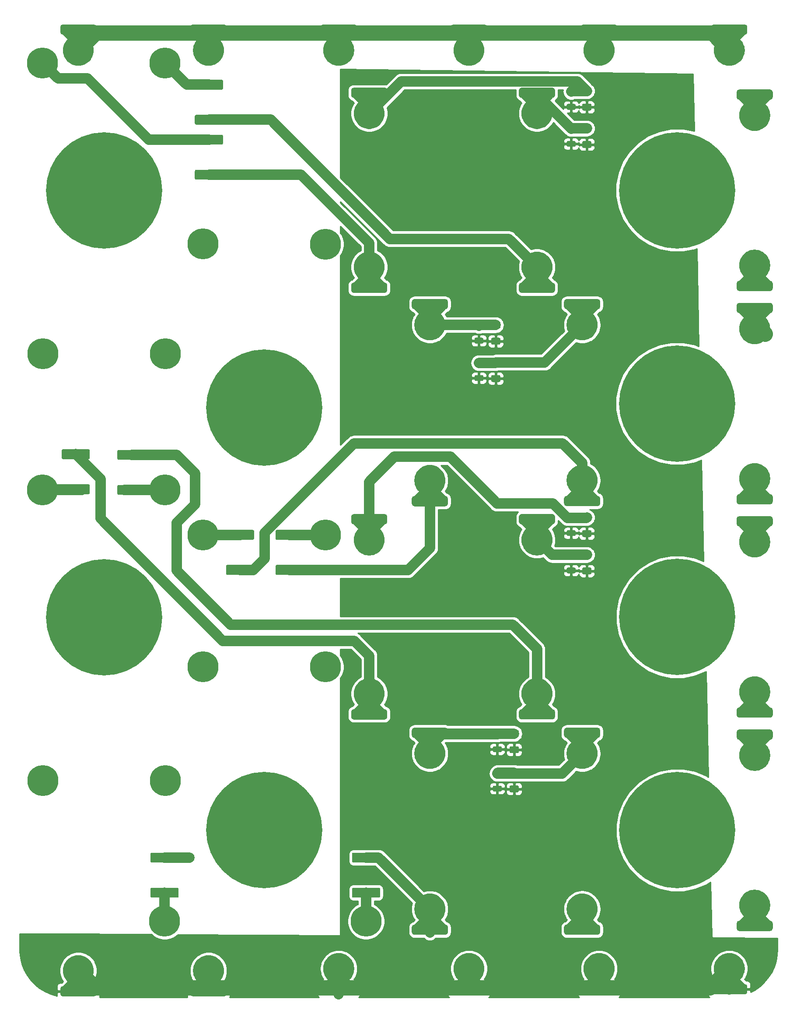
<source format=gbr>
%TF.GenerationSoftware,KiCad,Pcbnew,(5.1.9)-1*%
%TF.CreationDate,2021-11-07T02:37:45+01:00*%
%TF.ProjectId,SwitchBox,53776974-6368-4426-9f78-2e6b69636164,rev?*%
%TF.SameCoordinates,Original*%
%TF.FileFunction,Copper,L1,Top*%
%TF.FilePolarity,Positive*%
%FSLAX46Y46*%
G04 Gerber Fmt 4.6, Leading zero omitted, Abs format (unit mm)*
G04 Created by KiCad (PCBNEW (5.1.9)-1) date 2021-11-07 02:37:45*
%MOMM*%
%LPD*%
G01*
G04 APERTURE LIST*
%TA.AperFunction,ComponentPad*%
%ADD10C,6.000000*%
%TD*%
%TA.AperFunction,ComponentPad*%
%ADD11C,22.500000*%
%TD*%
%TA.AperFunction,ComponentPad*%
%ADD12C,0.100000*%
%TD*%
%TA.AperFunction,ViaPad*%
%ADD13C,2.000000*%
%TD*%
%TA.AperFunction,Conductor*%
%ADD14C,2.000000*%
%TD*%
%TA.AperFunction,Conductor*%
%ADD15C,3.000000*%
%TD*%
%TA.AperFunction,Conductor*%
%ADD16C,0.254000*%
%TD*%
%TA.AperFunction,Conductor*%
%ADD17C,0.100000*%
%TD*%
G04 APERTURE END LIST*
D10*
%TO.P,SW1,2*%
%TO.N,/PASS1_NC*%
X60120000Y-96280000D03*
%TO.P,SW1,1*%
%TO.N,Net-(F1-Pad1)*%
X60100000Y-40010000D03*
%TO.P,SW1,3*%
%TO.N,Net-(F5-Pad1)*%
X36400000Y-40040000D03*
%TO.P,SW1,4*%
%TO.N,/PASS1_NO*%
X36420000Y-96260000D03*
D11*
%TO.P,SW1,*%
%TO.N,*%
X48260000Y-64650000D03*
%TD*%
%TO.P,D4,*%
%TO.N,*%
X159250000Y-188420000D03*
%TD*%
%TO.P,D3,*%
%TO.N,*%
X159230000Y-147163332D03*
%TD*%
%TO.P,D2,*%
%TO.N,*%
X159190000Y-105906666D03*
%TD*%
%TO.P,D1,*%
%TO.N,*%
X159190000Y-64650000D03*
%TD*%
%TA.AperFunction,ComponentPad*%
D12*
%TO.P,BLACK,1*%
%TO.N,/COM2_NO*%
G36*
X111790191Y-117802470D02*
G01*
X112078941Y-117859906D01*
X112360670Y-117945368D01*
X112632665Y-118058032D01*
X112892308Y-118196814D01*
X113137098Y-118360377D01*
X113364677Y-118547147D01*
X113572853Y-118755323D01*
X113759623Y-118982902D01*
X113923186Y-119227692D01*
X114061968Y-119487335D01*
X114174632Y-119759330D01*
X114260094Y-120041059D01*
X114317530Y-120329809D01*
X114346386Y-120622797D01*
X114346386Y-120917203D01*
X114317530Y-121210191D01*
X114260094Y-121498941D01*
X114174632Y-121780670D01*
X114061968Y-122052665D01*
X113923186Y-122312308D01*
X113759623Y-122557098D01*
X113572853Y-122784677D01*
X113468765Y-122888765D01*
X114350000Y-123770000D01*
X108350000Y-123770000D01*
X109231235Y-122888765D01*
X109127147Y-122784677D01*
X108940377Y-122557098D01*
X108776814Y-122312308D01*
X108638032Y-122052665D01*
X108525368Y-121780670D01*
X108439906Y-121498941D01*
X108382470Y-121210191D01*
X108353614Y-120917203D01*
X108353614Y-120622797D01*
X108382470Y-120329809D01*
X108439906Y-120041059D01*
X108525368Y-119759330D01*
X108638032Y-119487335D01*
X108776814Y-119227692D01*
X108940377Y-118982902D01*
X109127147Y-118755323D01*
X109335323Y-118547147D01*
X109562902Y-118360377D01*
X109807692Y-118196814D01*
X110067335Y-118058032D01*
X110339330Y-117945368D01*
X110621059Y-117859906D01*
X110909809Y-117802470D01*
X111202797Y-117773614D01*
X111497203Y-117773614D01*
X111790191Y-117802470D01*
G37*
%TD.AperFunction*%
%TA.AperFunction,ComponentPad*%
G36*
G01*
X108350000Y-123770000D02*
X114350000Y-123770000D01*
G75*
G02*
X114850000Y-124270000I0J-500000D01*
G01*
X114850000Y-125270000D01*
G75*
G02*
X114350000Y-125770000I-500000J0D01*
G01*
X108350000Y-125770000D01*
G75*
G02*
X107850000Y-125270000I0J500000D01*
G01*
X107850000Y-124270000D01*
G75*
G02*
X108350000Y-123770000I500000J0D01*
G01*
G37*
%TD.AperFunction*%
%TD*%
%TA.AperFunction,ComponentPad*%
%TO.P,BLACK,1*%
%TO.N,/PASS3_NC*%
G36*
X99169809Y-135237530D02*
G01*
X98881059Y-135180094D01*
X98599330Y-135094632D01*
X98327335Y-134981968D01*
X98067692Y-134843186D01*
X97822902Y-134679623D01*
X97595323Y-134492853D01*
X97387147Y-134284677D01*
X97200377Y-134057098D01*
X97036814Y-133812308D01*
X96898032Y-133552665D01*
X96785368Y-133280670D01*
X96699906Y-132998941D01*
X96642470Y-132710191D01*
X96613614Y-132417203D01*
X96613614Y-132122797D01*
X96642470Y-131829809D01*
X96699906Y-131541059D01*
X96785368Y-131259330D01*
X96898032Y-130987335D01*
X97036814Y-130727692D01*
X97200377Y-130482902D01*
X97387147Y-130255323D01*
X97491235Y-130151235D01*
X96610000Y-129270000D01*
X102610000Y-129270000D01*
X101728765Y-130151235D01*
X101832853Y-130255323D01*
X102019623Y-130482902D01*
X102183186Y-130727692D01*
X102321968Y-130987335D01*
X102434632Y-131259330D01*
X102520094Y-131541059D01*
X102577530Y-131829809D01*
X102606386Y-132122797D01*
X102606386Y-132417203D01*
X102577530Y-132710191D01*
X102520094Y-132998941D01*
X102434632Y-133280670D01*
X102321968Y-133552665D01*
X102183186Y-133812308D01*
X102019623Y-134057098D01*
X101832853Y-134284677D01*
X101624677Y-134492853D01*
X101397098Y-134679623D01*
X101152308Y-134843186D01*
X100892665Y-134981968D01*
X100620670Y-135094632D01*
X100338941Y-135180094D01*
X100050191Y-135237530D01*
X99757203Y-135266386D01*
X99462797Y-135266386D01*
X99169809Y-135237530D01*
G37*
%TD.AperFunction*%
%TA.AperFunction,ComponentPad*%
G36*
G01*
X102610000Y-129270000D02*
X96610000Y-129270000D01*
G75*
G02*
X96110000Y-128770000I0J500000D01*
G01*
X96110000Y-127770000D01*
G75*
G02*
X96610000Y-127270000I500000J0D01*
G01*
X102610000Y-127270000D01*
G75*
G02*
X103110000Y-127770000I0J-500000D01*
G01*
X103110000Y-128770000D01*
G75*
G02*
X102610000Y-129270000I-500000J0D01*
G01*
G37*
%TD.AperFunction*%
%TD*%
%TO.P,BLACK,1*%
%TO.N,/COM3_NO*%
%TA.AperFunction,ComponentPad*%
G36*
G01*
X96610000Y-165010000D02*
X102610000Y-165010000D01*
G75*
G02*
X103110000Y-165510000I0J-500000D01*
G01*
X103110000Y-166510000D01*
G75*
G02*
X102610000Y-167010000I-500000J0D01*
G01*
X96610000Y-167010000D01*
G75*
G02*
X96110000Y-166510000I0J500000D01*
G01*
X96110000Y-165510000D01*
G75*
G02*
X96610000Y-165010000I500000J0D01*
G01*
G37*
%TD.AperFunction*%
%TA.AperFunction,ComponentPad*%
G36*
X100050191Y-159042470D02*
G01*
X100338941Y-159099906D01*
X100620670Y-159185368D01*
X100892665Y-159298032D01*
X101152308Y-159436814D01*
X101397098Y-159600377D01*
X101624677Y-159787147D01*
X101832853Y-159995323D01*
X102019623Y-160222902D01*
X102183186Y-160467692D01*
X102321968Y-160727335D01*
X102434632Y-160999330D01*
X102520094Y-161281059D01*
X102577530Y-161569809D01*
X102606386Y-161862797D01*
X102606386Y-162157203D01*
X102577530Y-162450191D01*
X102520094Y-162738941D01*
X102434632Y-163020670D01*
X102321968Y-163292665D01*
X102183186Y-163552308D01*
X102019623Y-163797098D01*
X101832853Y-164024677D01*
X101728765Y-164128765D01*
X102610000Y-165010000D01*
X96610000Y-165010000D01*
X97491235Y-164128765D01*
X97387147Y-164024677D01*
X97200377Y-163797098D01*
X97036814Y-163552308D01*
X96898032Y-163292665D01*
X96785368Y-163020670D01*
X96699906Y-162738941D01*
X96642470Y-162450191D01*
X96613614Y-162157203D01*
X96613614Y-161862797D01*
X96642470Y-161569809D01*
X96699906Y-161281059D01*
X96785368Y-160999330D01*
X96898032Y-160727335D01*
X97036814Y-160467692D01*
X97200377Y-160222902D01*
X97387147Y-159995323D01*
X97595323Y-159787147D01*
X97822902Y-159600377D01*
X98067692Y-159436814D01*
X98327335Y-159298032D01*
X98599330Y-159185368D01*
X98881059Y-159099906D01*
X99169809Y-159042470D01*
X99462797Y-159013614D01*
X99757203Y-159013614D01*
X100050191Y-159042470D01*
G37*
%TD.AperFunction*%
%TD*%
%TO.P,BLACK,1*%
%TO.N,/COM4_NO*%
%TA.AperFunction,ComponentPad*%
G36*
G01*
X108350000Y-206650000D02*
X114350000Y-206650000D01*
G75*
G02*
X114850000Y-207150000I0J-500000D01*
G01*
X114850000Y-208150000D01*
G75*
G02*
X114350000Y-208650000I-500000J0D01*
G01*
X108350000Y-208650000D01*
G75*
G02*
X107850000Y-208150000I0J500000D01*
G01*
X107850000Y-207150000D01*
G75*
G02*
X108350000Y-206650000I500000J0D01*
G01*
G37*
%TD.AperFunction*%
%TA.AperFunction,ComponentPad*%
G36*
X111790191Y-200682470D02*
G01*
X112078941Y-200739906D01*
X112360670Y-200825368D01*
X112632665Y-200938032D01*
X112892308Y-201076814D01*
X113137098Y-201240377D01*
X113364677Y-201427147D01*
X113572853Y-201635323D01*
X113759623Y-201862902D01*
X113923186Y-202107692D01*
X114061968Y-202367335D01*
X114174632Y-202639330D01*
X114260094Y-202921059D01*
X114317530Y-203209809D01*
X114346386Y-203502797D01*
X114346386Y-203797203D01*
X114317530Y-204090191D01*
X114260094Y-204378941D01*
X114174632Y-204660670D01*
X114061968Y-204932665D01*
X113923186Y-205192308D01*
X113759623Y-205437098D01*
X113572853Y-205664677D01*
X113468765Y-205768765D01*
X114350000Y-206650000D01*
X108350000Y-206650000D01*
X109231235Y-205768765D01*
X109127147Y-205664677D01*
X108940377Y-205437098D01*
X108776814Y-205192308D01*
X108638032Y-204932665D01*
X108525368Y-204660670D01*
X108439906Y-204378941D01*
X108382470Y-204090191D01*
X108353614Y-203797203D01*
X108353614Y-203502797D01*
X108382470Y-203209809D01*
X108439906Y-202921059D01*
X108525368Y-202639330D01*
X108638032Y-202367335D01*
X108776814Y-202107692D01*
X108940377Y-201862902D01*
X109127147Y-201635323D01*
X109335323Y-201427147D01*
X109562902Y-201240377D01*
X109807692Y-201076814D01*
X110067335Y-200938032D01*
X110339330Y-200825368D01*
X110621059Y-200739906D01*
X110909809Y-200682470D01*
X111202797Y-200653614D01*
X111497203Y-200653614D01*
X111790191Y-200682470D01*
G37*
%TD.AperFunction*%
%TD*%
%TO.P,BLACK,1*%
%TO.N,/PASS4_NC*%
%TA.AperFunction,ComponentPad*%
G36*
G01*
X114350000Y-170570000D02*
X108350000Y-170570000D01*
G75*
G02*
X107850000Y-170070000I0J500000D01*
G01*
X107850000Y-169070000D01*
G75*
G02*
X108350000Y-168570000I500000J0D01*
G01*
X114350000Y-168570000D01*
G75*
G02*
X114850000Y-169070000I0J-500000D01*
G01*
X114850000Y-170070000D01*
G75*
G02*
X114350000Y-170570000I-500000J0D01*
G01*
G37*
%TD.AperFunction*%
%TA.AperFunction,ComponentPad*%
G36*
X110909809Y-176537530D02*
G01*
X110621059Y-176480094D01*
X110339330Y-176394632D01*
X110067335Y-176281968D01*
X109807692Y-176143186D01*
X109562902Y-175979623D01*
X109335323Y-175792853D01*
X109127147Y-175584677D01*
X108940377Y-175357098D01*
X108776814Y-175112308D01*
X108638032Y-174852665D01*
X108525368Y-174580670D01*
X108439906Y-174298941D01*
X108382470Y-174010191D01*
X108353614Y-173717203D01*
X108353614Y-173422797D01*
X108382470Y-173129809D01*
X108439906Y-172841059D01*
X108525368Y-172559330D01*
X108638032Y-172287335D01*
X108776814Y-172027692D01*
X108940377Y-171782902D01*
X109127147Y-171555323D01*
X109231235Y-171451235D01*
X108350000Y-170570000D01*
X114350000Y-170570000D01*
X113468765Y-171451235D01*
X113572853Y-171555323D01*
X113759623Y-171782902D01*
X113923186Y-172027692D01*
X114061968Y-172287335D01*
X114174632Y-172559330D01*
X114260094Y-172841059D01*
X114317530Y-173129809D01*
X114346386Y-173422797D01*
X114346386Y-173717203D01*
X114317530Y-174010191D01*
X114260094Y-174298941D01*
X114174632Y-174580670D01*
X114061968Y-174852665D01*
X113923186Y-175112308D01*
X113759623Y-175357098D01*
X113572853Y-175584677D01*
X113364677Y-175792853D01*
X113137098Y-175979623D01*
X112892308Y-176143186D01*
X112632665Y-176281968D01*
X112360670Y-176394632D01*
X112078941Y-176480094D01*
X111790191Y-176537530D01*
X111497203Y-176566386D01*
X111202797Y-176566386D01*
X110909809Y-176537530D01*
G37*
%TD.AperFunction*%
%TD*%
%TA.AperFunction,ComponentPad*%
%TO.P,BLACK,1*%
%TO.N,/PASS2_NC*%
G36*
X110909809Y-93647530D02*
G01*
X110621059Y-93590094D01*
X110339330Y-93504632D01*
X110067335Y-93391968D01*
X109807692Y-93253186D01*
X109562902Y-93089623D01*
X109335323Y-92902853D01*
X109127147Y-92694677D01*
X108940377Y-92467098D01*
X108776814Y-92222308D01*
X108638032Y-91962665D01*
X108525368Y-91690670D01*
X108439906Y-91408941D01*
X108382470Y-91120191D01*
X108353614Y-90827203D01*
X108353614Y-90532797D01*
X108382470Y-90239809D01*
X108439906Y-89951059D01*
X108525368Y-89669330D01*
X108638032Y-89397335D01*
X108776814Y-89137692D01*
X108940377Y-88892902D01*
X109127147Y-88665323D01*
X109231235Y-88561235D01*
X108350000Y-87680000D01*
X114350000Y-87680000D01*
X113468765Y-88561235D01*
X113572853Y-88665323D01*
X113759623Y-88892902D01*
X113923186Y-89137692D01*
X114061968Y-89397335D01*
X114174632Y-89669330D01*
X114260094Y-89951059D01*
X114317530Y-90239809D01*
X114346386Y-90532797D01*
X114346386Y-90827203D01*
X114317530Y-91120191D01*
X114260094Y-91408941D01*
X114174632Y-91690670D01*
X114061968Y-91962665D01*
X113923186Y-92222308D01*
X113759623Y-92467098D01*
X113572853Y-92694677D01*
X113364677Y-92902853D01*
X113137098Y-93089623D01*
X112892308Y-93253186D01*
X112632665Y-93391968D01*
X112360670Y-93504632D01*
X112078941Y-93590094D01*
X111790191Y-93647530D01*
X111497203Y-93676386D01*
X111202797Y-93676386D01*
X110909809Y-93647530D01*
G37*
%TD.AperFunction*%
%TA.AperFunction,ComponentPad*%
G36*
G01*
X114350000Y-87680000D02*
X108350000Y-87680000D01*
G75*
G02*
X107850000Y-87180000I0J500000D01*
G01*
X107850000Y-86180000D01*
G75*
G02*
X108350000Y-85680000I500000J0D01*
G01*
X114350000Y-85680000D01*
G75*
G02*
X114850000Y-86180000I0J-500000D01*
G01*
X114850000Y-87180000D01*
G75*
G02*
X114350000Y-87680000I-500000J0D01*
G01*
G37*
%TD.AperFunction*%
%TD*%
%TA.AperFunction,ComponentPad*%
%TO.P,BLACK,1*%
%TO.N,/COM1_NO*%
G36*
X100050191Y-76532470D02*
G01*
X100338941Y-76589906D01*
X100620670Y-76675368D01*
X100892665Y-76788032D01*
X101152308Y-76926814D01*
X101397098Y-77090377D01*
X101624677Y-77277147D01*
X101832853Y-77485323D01*
X102019623Y-77712902D01*
X102183186Y-77957692D01*
X102321968Y-78217335D01*
X102434632Y-78489330D01*
X102520094Y-78771059D01*
X102577530Y-79059809D01*
X102606386Y-79352797D01*
X102606386Y-79647203D01*
X102577530Y-79940191D01*
X102520094Y-80228941D01*
X102434632Y-80510670D01*
X102321968Y-80782665D01*
X102183186Y-81042308D01*
X102019623Y-81287098D01*
X101832853Y-81514677D01*
X101728765Y-81618765D01*
X102610000Y-82500000D01*
X96610000Y-82500000D01*
X97491235Y-81618765D01*
X97387147Y-81514677D01*
X97200377Y-81287098D01*
X97036814Y-81042308D01*
X96898032Y-80782665D01*
X96785368Y-80510670D01*
X96699906Y-80228941D01*
X96642470Y-79940191D01*
X96613614Y-79647203D01*
X96613614Y-79352797D01*
X96642470Y-79059809D01*
X96699906Y-78771059D01*
X96785368Y-78489330D01*
X96898032Y-78217335D01*
X97036814Y-77957692D01*
X97200377Y-77712902D01*
X97387147Y-77485323D01*
X97595323Y-77277147D01*
X97822902Y-77090377D01*
X98067692Y-76926814D01*
X98327335Y-76788032D01*
X98599330Y-76675368D01*
X98881059Y-76589906D01*
X99169809Y-76532470D01*
X99462797Y-76503614D01*
X99757203Y-76503614D01*
X100050191Y-76532470D01*
G37*
%TD.AperFunction*%
%TA.AperFunction,ComponentPad*%
G36*
G01*
X96610000Y-82500000D02*
X102610000Y-82500000D01*
G75*
G02*
X103110000Y-83000000I0J-500000D01*
G01*
X103110000Y-84000000D01*
G75*
G02*
X102610000Y-84500000I-500000J0D01*
G01*
X96610000Y-84500000D01*
G75*
G02*
X96110000Y-84000000I0J500000D01*
G01*
X96110000Y-83000000D01*
G75*
G02*
X96610000Y-82500000I500000J0D01*
G01*
G37*
%TD.AperFunction*%
%TD*%
%TA.AperFunction,ComponentPad*%
%TO.P,BLACK,1*%
%TO.N,/PASS2_NO*%
G36*
X140379809Y-93647530D02*
G01*
X140091059Y-93590094D01*
X139809330Y-93504632D01*
X139537335Y-93391968D01*
X139277692Y-93253186D01*
X139032902Y-93089623D01*
X138805323Y-92902853D01*
X138597147Y-92694677D01*
X138410377Y-92467098D01*
X138246814Y-92222308D01*
X138108032Y-91962665D01*
X137995368Y-91690670D01*
X137909906Y-91408941D01*
X137852470Y-91120191D01*
X137823614Y-90827203D01*
X137823614Y-90532797D01*
X137852470Y-90239809D01*
X137909906Y-89951059D01*
X137995368Y-89669330D01*
X138108032Y-89397335D01*
X138246814Y-89137692D01*
X138410377Y-88892902D01*
X138597147Y-88665323D01*
X138701235Y-88561235D01*
X137820000Y-87680000D01*
X143820000Y-87680000D01*
X142938765Y-88561235D01*
X143042853Y-88665323D01*
X143229623Y-88892902D01*
X143393186Y-89137692D01*
X143531968Y-89397335D01*
X143644632Y-89669330D01*
X143730094Y-89951059D01*
X143787530Y-90239809D01*
X143816386Y-90532797D01*
X143816386Y-90827203D01*
X143787530Y-91120191D01*
X143730094Y-91408941D01*
X143644632Y-91690670D01*
X143531968Y-91962665D01*
X143393186Y-92222308D01*
X143229623Y-92467098D01*
X143042853Y-92694677D01*
X142834677Y-92902853D01*
X142607098Y-93089623D01*
X142362308Y-93253186D01*
X142102665Y-93391968D01*
X141830670Y-93504632D01*
X141548941Y-93590094D01*
X141260191Y-93647530D01*
X140967203Y-93676386D01*
X140672797Y-93676386D01*
X140379809Y-93647530D01*
G37*
%TD.AperFunction*%
%TA.AperFunction,ComponentPad*%
G36*
G01*
X143820000Y-87680000D02*
X137820000Y-87680000D01*
G75*
G02*
X137320000Y-87180000I0J500000D01*
G01*
X137320000Y-86180000D01*
G75*
G02*
X137820000Y-85680000I500000J0D01*
G01*
X143820000Y-85680000D01*
G75*
G02*
X144320000Y-86180000I0J-500000D01*
G01*
X144320000Y-87180000D01*
G75*
G02*
X143820000Y-87680000I-500000J0D01*
G01*
G37*
%TD.AperFunction*%
%TD*%
%TA.AperFunction,ComponentPad*%
%TO.P,BLACK,1*%
%TO.N,/PASS4_NO*%
G36*
X140379809Y-176537530D02*
G01*
X140091059Y-176480094D01*
X139809330Y-176394632D01*
X139537335Y-176281968D01*
X139277692Y-176143186D01*
X139032902Y-175979623D01*
X138805323Y-175792853D01*
X138597147Y-175584677D01*
X138410377Y-175357098D01*
X138246814Y-175112308D01*
X138108032Y-174852665D01*
X137995368Y-174580670D01*
X137909906Y-174298941D01*
X137852470Y-174010191D01*
X137823614Y-173717203D01*
X137823614Y-173422797D01*
X137852470Y-173129809D01*
X137909906Y-172841059D01*
X137995368Y-172559330D01*
X138108032Y-172287335D01*
X138246814Y-172027692D01*
X138410377Y-171782902D01*
X138597147Y-171555323D01*
X138701235Y-171451235D01*
X137820000Y-170570000D01*
X143820000Y-170570000D01*
X142938765Y-171451235D01*
X143042853Y-171555323D01*
X143229623Y-171782902D01*
X143393186Y-172027692D01*
X143531968Y-172287335D01*
X143644632Y-172559330D01*
X143730094Y-172841059D01*
X143787530Y-173129809D01*
X143816386Y-173422797D01*
X143816386Y-173717203D01*
X143787530Y-174010191D01*
X143730094Y-174298941D01*
X143644632Y-174580670D01*
X143531968Y-174852665D01*
X143393186Y-175112308D01*
X143229623Y-175357098D01*
X143042853Y-175584677D01*
X142834677Y-175792853D01*
X142607098Y-175979623D01*
X142362308Y-176143186D01*
X142102665Y-176281968D01*
X141830670Y-176394632D01*
X141548941Y-176480094D01*
X141260191Y-176537530D01*
X140967203Y-176566386D01*
X140672797Y-176566386D01*
X140379809Y-176537530D01*
G37*
%TD.AperFunction*%
%TA.AperFunction,ComponentPad*%
G36*
G01*
X143820000Y-170570000D02*
X137820000Y-170570000D01*
G75*
G02*
X137320000Y-170070000I0J500000D01*
G01*
X137320000Y-169070000D01*
G75*
G02*
X137820000Y-168570000I500000J0D01*
G01*
X143820000Y-168570000D01*
G75*
G02*
X144320000Y-169070000I0J-500000D01*
G01*
X144320000Y-170070000D01*
G75*
G02*
X143820000Y-170570000I-500000J0D01*
G01*
G37*
%TD.AperFunction*%
%TD*%
%TA.AperFunction,ComponentPad*%
%TO.P,BLACK,1*%
%TO.N,/COM3_NC*%
G36*
X132520191Y-159032470D02*
G01*
X132808941Y-159089906D01*
X133090670Y-159175368D01*
X133362665Y-159288032D01*
X133622308Y-159426814D01*
X133867098Y-159590377D01*
X134094677Y-159777147D01*
X134302853Y-159985323D01*
X134489623Y-160212902D01*
X134653186Y-160457692D01*
X134791968Y-160717335D01*
X134904632Y-160989330D01*
X134990094Y-161271059D01*
X135047530Y-161559809D01*
X135076386Y-161852797D01*
X135076386Y-162147203D01*
X135047530Y-162440191D01*
X134990094Y-162728941D01*
X134904632Y-163010670D01*
X134791968Y-163282665D01*
X134653186Y-163542308D01*
X134489623Y-163787098D01*
X134302853Y-164014677D01*
X134198765Y-164118765D01*
X135080000Y-165000000D01*
X129080000Y-165000000D01*
X129961235Y-164118765D01*
X129857147Y-164014677D01*
X129670377Y-163787098D01*
X129506814Y-163542308D01*
X129368032Y-163282665D01*
X129255368Y-163010670D01*
X129169906Y-162728941D01*
X129112470Y-162440191D01*
X129083614Y-162147203D01*
X129083614Y-161852797D01*
X129112470Y-161559809D01*
X129169906Y-161271059D01*
X129255368Y-160989330D01*
X129368032Y-160717335D01*
X129506814Y-160457692D01*
X129670377Y-160212902D01*
X129857147Y-159985323D01*
X130065323Y-159777147D01*
X130292902Y-159590377D01*
X130537692Y-159426814D01*
X130797335Y-159288032D01*
X131069330Y-159175368D01*
X131351059Y-159089906D01*
X131639809Y-159032470D01*
X131932797Y-159003614D01*
X132227203Y-159003614D01*
X132520191Y-159032470D01*
G37*
%TD.AperFunction*%
%TA.AperFunction,ComponentPad*%
G36*
G01*
X129080000Y-165000000D02*
X135080000Y-165000000D01*
G75*
G02*
X135580000Y-165500000I0J-500000D01*
G01*
X135580000Y-166500000D01*
G75*
G02*
X135080000Y-167000000I-500000J0D01*
G01*
X129080000Y-167000000D01*
G75*
G02*
X128580000Y-166500000I0J500000D01*
G01*
X128580000Y-165500000D01*
G75*
G02*
X129080000Y-165000000I500000J0D01*
G01*
G37*
%TD.AperFunction*%
%TD*%
%TO.P,BLACK,1*%
%TO.N,/COM4_NC*%
%TA.AperFunction,ComponentPad*%
G36*
G01*
X137820000Y-206640000D02*
X143820000Y-206640000D01*
G75*
G02*
X144320000Y-207140000I0J-500000D01*
G01*
X144320000Y-208140000D01*
G75*
G02*
X143820000Y-208640000I-500000J0D01*
G01*
X137820000Y-208640000D01*
G75*
G02*
X137320000Y-208140000I0J500000D01*
G01*
X137320000Y-207140000D01*
G75*
G02*
X137820000Y-206640000I500000J0D01*
G01*
G37*
%TD.AperFunction*%
%TA.AperFunction,ComponentPad*%
G36*
X141260191Y-200672470D02*
G01*
X141548941Y-200729906D01*
X141830670Y-200815368D01*
X142102665Y-200928032D01*
X142362308Y-201066814D01*
X142607098Y-201230377D01*
X142834677Y-201417147D01*
X143042853Y-201625323D01*
X143229623Y-201852902D01*
X143393186Y-202097692D01*
X143531968Y-202357335D01*
X143644632Y-202629330D01*
X143730094Y-202911059D01*
X143787530Y-203199809D01*
X143816386Y-203492797D01*
X143816386Y-203787203D01*
X143787530Y-204080191D01*
X143730094Y-204368941D01*
X143644632Y-204650670D01*
X143531968Y-204922665D01*
X143393186Y-205182308D01*
X143229623Y-205427098D01*
X143042853Y-205654677D01*
X142938765Y-205758765D01*
X143820000Y-206640000D01*
X137820000Y-206640000D01*
X138701235Y-205758765D01*
X138597147Y-205654677D01*
X138410377Y-205427098D01*
X138246814Y-205182308D01*
X138108032Y-204922665D01*
X137995368Y-204650670D01*
X137909906Y-204368941D01*
X137852470Y-204080191D01*
X137823614Y-203787203D01*
X137823614Y-203492797D01*
X137852470Y-203199809D01*
X137909906Y-202911059D01*
X137995368Y-202629330D01*
X138108032Y-202357335D01*
X138246814Y-202097692D01*
X138410377Y-201852902D01*
X138597147Y-201625323D01*
X138805323Y-201417147D01*
X139032902Y-201230377D01*
X139277692Y-201066814D01*
X139537335Y-200928032D01*
X139809330Y-200815368D01*
X140091059Y-200729906D01*
X140379809Y-200672470D01*
X140672797Y-200643614D01*
X140967203Y-200643614D01*
X141260191Y-200672470D01*
G37*
%TD.AperFunction*%
%TD*%
%TO.P,BLACK,1*%
%TO.N,/COM1_NC*%
%TA.AperFunction,ComponentPad*%
G36*
G01*
X129080000Y-82500000D02*
X135080000Y-82500000D01*
G75*
G02*
X135580000Y-83000000I0J-500000D01*
G01*
X135580000Y-84000000D01*
G75*
G02*
X135080000Y-84500000I-500000J0D01*
G01*
X129080000Y-84500000D01*
G75*
G02*
X128580000Y-84000000I0J500000D01*
G01*
X128580000Y-83000000D01*
G75*
G02*
X129080000Y-82500000I500000J0D01*
G01*
G37*
%TD.AperFunction*%
%TA.AperFunction,ComponentPad*%
G36*
X132520191Y-76532470D02*
G01*
X132808941Y-76589906D01*
X133090670Y-76675368D01*
X133362665Y-76788032D01*
X133622308Y-76926814D01*
X133867098Y-77090377D01*
X134094677Y-77277147D01*
X134302853Y-77485323D01*
X134489623Y-77712902D01*
X134653186Y-77957692D01*
X134791968Y-78217335D01*
X134904632Y-78489330D01*
X134990094Y-78771059D01*
X135047530Y-79059809D01*
X135076386Y-79352797D01*
X135076386Y-79647203D01*
X135047530Y-79940191D01*
X134990094Y-80228941D01*
X134904632Y-80510670D01*
X134791968Y-80782665D01*
X134653186Y-81042308D01*
X134489623Y-81287098D01*
X134302853Y-81514677D01*
X134198765Y-81618765D01*
X135080000Y-82500000D01*
X129080000Y-82500000D01*
X129961235Y-81618765D01*
X129857147Y-81514677D01*
X129670377Y-81287098D01*
X129506814Y-81042308D01*
X129368032Y-80782665D01*
X129255368Y-80510670D01*
X129169906Y-80228941D01*
X129112470Y-79940191D01*
X129083614Y-79647203D01*
X129083614Y-79352797D01*
X129112470Y-79059809D01*
X129169906Y-78771059D01*
X129255368Y-78489330D01*
X129368032Y-78217335D01*
X129506814Y-77957692D01*
X129670377Y-77712902D01*
X129857147Y-77485323D01*
X130065323Y-77277147D01*
X130292902Y-77090377D01*
X130537692Y-76926814D01*
X130797335Y-76788032D01*
X131069330Y-76675368D01*
X131351059Y-76589906D01*
X131639809Y-76532470D01*
X131932797Y-76503614D01*
X132227203Y-76503614D01*
X132520191Y-76532470D01*
G37*
%TD.AperFunction*%
%TD*%
%TO.P,BLACK,1*%
%TO.N,/COM2_NC*%
%TA.AperFunction,ComponentPad*%
G36*
G01*
X137820000Y-123740000D02*
X143820000Y-123740000D01*
G75*
G02*
X144320000Y-124240000I0J-500000D01*
G01*
X144320000Y-125240000D01*
G75*
G02*
X143820000Y-125740000I-500000J0D01*
G01*
X137820000Y-125740000D01*
G75*
G02*
X137320000Y-125240000I0J500000D01*
G01*
X137320000Y-124240000D01*
G75*
G02*
X137820000Y-123740000I500000J0D01*
G01*
G37*
%TD.AperFunction*%
%TA.AperFunction,ComponentPad*%
G36*
X141260191Y-117772470D02*
G01*
X141548941Y-117829906D01*
X141830670Y-117915368D01*
X142102665Y-118028032D01*
X142362308Y-118166814D01*
X142607098Y-118330377D01*
X142834677Y-118517147D01*
X143042853Y-118725323D01*
X143229623Y-118952902D01*
X143393186Y-119197692D01*
X143531968Y-119457335D01*
X143644632Y-119729330D01*
X143730094Y-120011059D01*
X143787530Y-120299809D01*
X143816386Y-120592797D01*
X143816386Y-120887203D01*
X143787530Y-121180191D01*
X143730094Y-121468941D01*
X143644632Y-121750670D01*
X143531968Y-122022665D01*
X143393186Y-122282308D01*
X143229623Y-122527098D01*
X143042853Y-122754677D01*
X142938765Y-122858765D01*
X143820000Y-123740000D01*
X137820000Y-123740000D01*
X138701235Y-122858765D01*
X138597147Y-122754677D01*
X138410377Y-122527098D01*
X138246814Y-122282308D01*
X138108032Y-122022665D01*
X137995368Y-121750670D01*
X137909906Y-121468941D01*
X137852470Y-121180191D01*
X137823614Y-120887203D01*
X137823614Y-120592797D01*
X137852470Y-120299809D01*
X137909906Y-120011059D01*
X137995368Y-119729330D01*
X138108032Y-119457335D01*
X138246814Y-119197692D01*
X138410377Y-118952902D01*
X138597147Y-118725323D01*
X138805323Y-118517147D01*
X139032902Y-118330377D01*
X139277692Y-118166814D01*
X139537335Y-118028032D01*
X139809330Y-117915368D01*
X140091059Y-117829906D01*
X140379809Y-117772470D01*
X140672797Y-117743614D01*
X140967203Y-117743614D01*
X141260191Y-117772470D01*
G37*
%TD.AperFunction*%
%TD*%
%TO.P,BLACK,1*%
%TO.N,/PASS3_NO*%
%TA.AperFunction,ComponentPad*%
G36*
G01*
X135080000Y-129270000D02*
X129080000Y-129270000D01*
G75*
G02*
X128580000Y-128770000I0J500000D01*
G01*
X128580000Y-127770000D01*
G75*
G02*
X129080000Y-127270000I500000J0D01*
G01*
X135080000Y-127270000D01*
G75*
G02*
X135580000Y-127770000I0J-500000D01*
G01*
X135580000Y-128770000D01*
G75*
G02*
X135080000Y-129270000I-500000J0D01*
G01*
G37*
%TD.AperFunction*%
%TA.AperFunction,ComponentPad*%
G36*
X131639809Y-135237530D02*
G01*
X131351059Y-135180094D01*
X131069330Y-135094632D01*
X130797335Y-134981968D01*
X130537692Y-134843186D01*
X130292902Y-134679623D01*
X130065323Y-134492853D01*
X129857147Y-134284677D01*
X129670377Y-134057098D01*
X129506814Y-133812308D01*
X129368032Y-133552665D01*
X129255368Y-133280670D01*
X129169906Y-132998941D01*
X129112470Y-132710191D01*
X129083614Y-132417203D01*
X129083614Y-132122797D01*
X129112470Y-131829809D01*
X129169906Y-131541059D01*
X129255368Y-131259330D01*
X129368032Y-130987335D01*
X129506814Y-130727692D01*
X129670377Y-130482902D01*
X129857147Y-130255323D01*
X129961235Y-130151235D01*
X129080000Y-129270000D01*
X135080000Y-129270000D01*
X134198765Y-130151235D01*
X134302853Y-130255323D01*
X134489623Y-130482902D01*
X134653186Y-130727692D01*
X134791968Y-130987335D01*
X134904632Y-131259330D01*
X134990094Y-131541059D01*
X135047530Y-131829809D01*
X135076386Y-132122797D01*
X135076386Y-132417203D01*
X135047530Y-132710191D01*
X134990094Y-132998941D01*
X134904632Y-133280670D01*
X134791968Y-133552665D01*
X134653186Y-133812308D01*
X134489623Y-134057098D01*
X134302853Y-134284677D01*
X134094677Y-134492853D01*
X133867098Y-134679623D01*
X133622308Y-134843186D01*
X133362665Y-134981968D01*
X133090670Y-135094632D01*
X132808941Y-135180094D01*
X132520191Y-135237530D01*
X132227203Y-135266386D01*
X131932797Y-135266386D01*
X131639809Y-135237530D01*
G37*
%TD.AperFunction*%
%TD*%
%TO.P,BLACK,1*%
%TO.N,G*%
%TA.AperFunction,ComponentPad*%
G36*
G01*
X40310000Y-218570000D02*
X46310000Y-218570000D01*
G75*
G02*
X46810000Y-219070000I0J-500000D01*
G01*
X46810000Y-220070000D01*
G75*
G02*
X46310000Y-220570000I-500000J0D01*
G01*
X40310000Y-220570000D01*
G75*
G02*
X39810000Y-220070000I0J500000D01*
G01*
X39810000Y-219070000D01*
G75*
G02*
X40310000Y-218570000I500000J0D01*
G01*
G37*
%TD.AperFunction*%
%TA.AperFunction,ComponentPad*%
G36*
X43750191Y-212602470D02*
G01*
X44038941Y-212659906D01*
X44320670Y-212745368D01*
X44592665Y-212858032D01*
X44852308Y-212996814D01*
X45097098Y-213160377D01*
X45324677Y-213347147D01*
X45532853Y-213555323D01*
X45719623Y-213782902D01*
X45883186Y-214027692D01*
X46021968Y-214287335D01*
X46134632Y-214559330D01*
X46220094Y-214841059D01*
X46277530Y-215129809D01*
X46306386Y-215422797D01*
X46306386Y-215717203D01*
X46277530Y-216010191D01*
X46220094Y-216298941D01*
X46134632Y-216580670D01*
X46021968Y-216852665D01*
X45883186Y-217112308D01*
X45719623Y-217357098D01*
X45532853Y-217584677D01*
X45428765Y-217688765D01*
X46310000Y-218570000D01*
X40310000Y-218570000D01*
X41191235Y-217688765D01*
X41087147Y-217584677D01*
X40900377Y-217357098D01*
X40736814Y-217112308D01*
X40598032Y-216852665D01*
X40485368Y-216580670D01*
X40399906Y-216298941D01*
X40342470Y-216010191D01*
X40313614Y-215717203D01*
X40313614Y-215422797D01*
X40342470Y-215129809D01*
X40399906Y-214841059D01*
X40485368Y-214559330D01*
X40598032Y-214287335D01*
X40736814Y-214027692D01*
X40900377Y-213782902D01*
X41087147Y-213555323D01*
X41295323Y-213347147D01*
X41522902Y-213160377D01*
X41767692Y-212996814D01*
X42027335Y-212858032D01*
X42299330Y-212745368D01*
X42581059Y-212659906D01*
X42869809Y-212602470D01*
X43162797Y-212573614D01*
X43457203Y-212573614D01*
X43750191Y-212602470D01*
G37*
%TD.AperFunction*%
%TD*%
%TA.AperFunction,ComponentPad*%
%TO.P,RED,1*%
%TO.N,Net-(J10-Pad1)*%
G36*
X42869809Y-40537530D02*
G01*
X42581059Y-40480094D01*
X42299330Y-40394632D01*
X42027335Y-40281968D01*
X41767692Y-40143186D01*
X41522902Y-39979623D01*
X41295323Y-39792853D01*
X41087147Y-39584677D01*
X40900377Y-39357098D01*
X40736814Y-39112308D01*
X40598032Y-38852665D01*
X40485368Y-38580670D01*
X40399906Y-38298941D01*
X40342470Y-38010191D01*
X40313614Y-37717203D01*
X40313614Y-37422797D01*
X40342470Y-37129809D01*
X40399906Y-36841059D01*
X40485368Y-36559330D01*
X40598032Y-36287335D01*
X40736814Y-36027692D01*
X40900377Y-35782902D01*
X41087147Y-35555323D01*
X41191235Y-35451235D01*
X40310000Y-34570000D01*
X46310000Y-34570000D01*
X45428765Y-35451235D01*
X45532853Y-35555323D01*
X45719623Y-35782902D01*
X45883186Y-36027692D01*
X46021968Y-36287335D01*
X46134632Y-36559330D01*
X46220094Y-36841059D01*
X46277530Y-37129809D01*
X46306386Y-37422797D01*
X46306386Y-37717203D01*
X46277530Y-38010191D01*
X46220094Y-38298941D01*
X46134632Y-38580670D01*
X46021968Y-38852665D01*
X45883186Y-39112308D01*
X45719623Y-39357098D01*
X45532853Y-39584677D01*
X45324677Y-39792853D01*
X45097098Y-39979623D01*
X44852308Y-40143186D01*
X44592665Y-40281968D01*
X44320670Y-40394632D01*
X44038941Y-40480094D01*
X43750191Y-40537530D01*
X43457203Y-40566386D01*
X43162797Y-40566386D01*
X42869809Y-40537530D01*
G37*
%TD.AperFunction*%
%TA.AperFunction,ComponentPad*%
G36*
G01*
X46310000Y-34570000D02*
X40310000Y-34570000D01*
G75*
G02*
X39810000Y-34070000I0J500000D01*
G01*
X39810000Y-33070000D01*
G75*
G02*
X40310000Y-32570000I500000J0D01*
G01*
X46310000Y-32570000D01*
G75*
G02*
X46810000Y-33070000I0J-500000D01*
G01*
X46810000Y-34070000D01*
G75*
G02*
X46310000Y-34570000I-500000J0D01*
G01*
G37*
%TD.AperFunction*%
%TD*%
%TA.AperFunction,ComponentPad*%
%TO.P,BLACK,1*%
%TO.N,G*%
G36*
X68948191Y-212602470D02*
G01*
X69236941Y-212659906D01*
X69518670Y-212745368D01*
X69790665Y-212858032D01*
X70050308Y-212996814D01*
X70295098Y-213160377D01*
X70522677Y-213347147D01*
X70730853Y-213555323D01*
X70917623Y-213782902D01*
X71081186Y-214027692D01*
X71219968Y-214287335D01*
X71332632Y-214559330D01*
X71418094Y-214841059D01*
X71475530Y-215129809D01*
X71504386Y-215422797D01*
X71504386Y-215717203D01*
X71475530Y-216010191D01*
X71418094Y-216298941D01*
X71332632Y-216580670D01*
X71219968Y-216852665D01*
X71081186Y-217112308D01*
X70917623Y-217357098D01*
X70730853Y-217584677D01*
X70626765Y-217688765D01*
X71508000Y-218570000D01*
X65508000Y-218570000D01*
X66389235Y-217688765D01*
X66285147Y-217584677D01*
X66098377Y-217357098D01*
X65934814Y-217112308D01*
X65796032Y-216852665D01*
X65683368Y-216580670D01*
X65597906Y-216298941D01*
X65540470Y-216010191D01*
X65511614Y-215717203D01*
X65511614Y-215422797D01*
X65540470Y-215129809D01*
X65597906Y-214841059D01*
X65683368Y-214559330D01*
X65796032Y-214287335D01*
X65934814Y-214027692D01*
X66098377Y-213782902D01*
X66285147Y-213555323D01*
X66493323Y-213347147D01*
X66720902Y-213160377D01*
X66965692Y-212996814D01*
X67225335Y-212858032D01*
X67497330Y-212745368D01*
X67779059Y-212659906D01*
X68067809Y-212602470D01*
X68360797Y-212573614D01*
X68655203Y-212573614D01*
X68948191Y-212602470D01*
G37*
%TD.AperFunction*%
%TA.AperFunction,ComponentPad*%
G36*
G01*
X65508000Y-218570000D02*
X71508000Y-218570000D01*
G75*
G02*
X72008000Y-219070000I0J-500000D01*
G01*
X72008000Y-220070000D01*
G75*
G02*
X71508000Y-220570000I-500000J0D01*
G01*
X65508000Y-220570000D01*
G75*
G02*
X65008000Y-220070000I0J500000D01*
G01*
X65008000Y-219070000D01*
G75*
G02*
X65508000Y-218570000I500000J0D01*
G01*
G37*
%TD.AperFunction*%
%TD*%
%TO.P,RED,1*%
%TO.N,Net-(J10-Pad1)*%
%TA.AperFunction,ComponentPad*%
G36*
G01*
X71508000Y-34570000D02*
X65508000Y-34570000D01*
G75*
G02*
X65008000Y-34070000I0J500000D01*
G01*
X65008000Y-33070000D01*
G75*
G02*
X65508000Y-32570000I500000J0D01*
G01*
X71508000Y-32570000D01*
G75*
G02*
X72008000Y-33070000I0J-500000D01*
G01*
X72008000Y-34070000D01*
G75*
G02*
X71508000Y-34570000I-500000J0D01*
G01*
G37*
%TD.AperFunction*%
%TA.AperFunction,ComponentPad*%
G36*
X68067809Y-40537530D02*
G01*
X67779059Y-40480094D01*
X67497330Y-40394632D01*
X67225335Y-40281968D01*
X66965692Y-40143186D01*
X66720902Y-39979623D01*
X66493323Y-39792853D01*
X66285147Y-39584677D01*
X66098377Y-39357098D01*
X65934814Y-39112308D01*
X65796032Y-38852665D01*
X65683368Y-38580670D01*
X65597906Y-38298941D01*
X65540470Y-38010191D01*
X65511614Y-37717203D01*
X65511614Y-37422797D01*
X65540470Y-37129809D01*
X65597906Y-36841059D01*
X65683368Y-36559330D01*
X65796032Y-36287335D01*
X65934814Y-36027692D01*
X66098377Y-35782902D01*
X66285147Y-35555323D01*
X66389235Y-35451235D01*
X65508000Y-34570000D01*
X71508000Y-34570000D01*
X70626765Y-35451235D01*
X70730853Y-35555323D01*
X70917623Y-35782902D01*
X71081186Y-36027692D01*
X71219968Y-36287335D01*
X71332632Y-36559330D01*
X71418094Y-36841059D01*
X71475530Y-37129809D01*
X71504386Y-37422797D01*
X71504386Y-37717203D01*
X71475530Y-38010191D01*
X71418094Y-38298941D01*
X71332632Y-38580670D01*
X71219968Y-38852665D01*
X71081186Y-39112308D01*
X70917623Y-39357098D01*
X70730853Y-39584677D01*
X70522677Y-39792853D01*
X70295098Y-39979623D01*
X70050308Y-40143186D01*
X69790665Y-40281968D01*
X69518670Y-40394632D01*
X69236941Y-40480094D01*
X68948191Y-40537530D01*
X68655203Y-40566386D01*
X68360797Y-40566386D01*
X68067809Y-40537530D01*
G37*
%TD.AperFunction*%
%TD*%
%TO.P,BLACK,1*%
%TO.N,G*%
%TA.AperFunction,ComponentPad*%
G36*
G01*
X90706000Y-218170000D02*
X96706000Y-218170000D01*
G75*
G02*
X97206000Y-218670000I0J-500000D01*
G01*
X97206000Y-219670000D01*
G75*
G02*
X96706000Y-220170000I-500000J0D01*
G01*
X90706000Y-220170000D01*
G75*
G02*
X90206000Y-219670000I0J500000D01*
G01*
X90206000Y-218670000D01*
G75*
G02*
X90706000Y-218170000I500000J0D01*
G01*
G37*
%TD.AperFunction*%
%TA.AperFunction,ComponentPad*%
G36*
X94146191Y-212202470D02*
G01*
X94434941Y-212259906D01*
X94716670Y-212345368D01*
X94988665Y-212458032D01*
X95248308Y-212596814D01*
X95493098Y-212760377D01*
X95720677Y-212947147D01*
X95928853Y-213155323D01*
X96115623Y-213382902D01*
X96279186Y-213627692D01*
X96417968Y-213887335D01*
X96530632Y-214159330D01*
X96616094Y-214441059D01*
X96673530Y-214729809D01*
X96702386Y-215022797D01*
X96702386Y-215317203D01*
X96673530Y-215610191D01*
X96616094Y-215898941D01*
X96530632Y-216180670D01*
X96417968Y-216452665D01*
X96279186Y-216712308D01*
X96115623Y-216957098D01*
X95928853Y-217184677D01*
X95824765Y-217288765D01*
X96706000Y-218170000D01*
X90706000Y-218170000D01*
X91587235Y-217288765D01*
X91483147Y-217184677D01*
X91296377Y-216957098D01*
X91132814Y-216712308D01*
X90994032Y-216452665D01*
X90881368Y-216180670D01*
X90795906Y-215898941D01*
X90738470Y-215610191D01*
X90709614Y-215317203D01*
X90709614Y-215022797D01*
X90738470Y-214729809D01*
X90795906Y-214441059D01*
X90881368Y-214159330D01*
X90994032Y-213887335D01*
X91132814Y-213627692D01*
X91296377Y-213382902D01*
X91483147Y-213155323D01*
X91691323Y-212947147D01*
X91918902Y-212760377D01*
X92163692Y-212596814D01*
X92423335Y-212458032D01*
X92695330Y-212345368D01*
X92977059Y-212259906D01*
X93265809Y-212202470D01*
X93558797Y-212173614D01*
X93853203Y-212173614D01*
X94146191Y-212202470D01*
G37*
%TD.AperFunction*%
%TD*%
%TA.AperFunction,ComponentPad*%
%TO.P,RED,1*%
%TO.N,Net-(J10-Pad1)*%
G36*
X93265809Y-40537530D02*
G01*
X92977059Y-40480094D01*
X92695330Y-40394632D01*
X92423335Y-40281968D01*
X92163692Y-40143186D01*
X91918902Y-39979623D01*
X91691323Y-39792853D01*
X91483147Y-39584677D01*
X91296377Y-39357098D01*
X91132814Y-39112308D01*
X90994032Y-38852665D01*
X90881368Y-38580670D01*
X90795906Y-38298941D01*
X90738470Y-38010191D01*
X90709614Y-37717203D01*
X90709614Y-37422797D01*
X90738470Y-37129809D01*
X90795906Y-36841059D01*
X90881368Y-36559330D01*
X90994032Y-36287335D01*
X91132814Y-36027692D01*
X91296377Y-35782902D01*
X91483147Y-35555323D01*
X91587235Y-35451235D01*
X90706000Y-34570000D01*
X96706000Y-34570000D01*
X95824765Y-35451235D01*
X95928853Y-35555323D01*
X96115623Y-35782902D01*
X96279186Y-36027692D01*
X96417968Y-36287335D01*
X96530632Y-36559330D01*
X96616094Y-36841059D01*
X96673530Y-37129809D01*
X96702386Y-37422797D01*
X96702386Y-37717203D01*
X96673530Y-38010191D01*
X96616094Y-38298941D01*
X96530632Y-38580670D01*
X96417968Y-38852665D01*
X96279186Y-39112308D01*
X96115623Y-39357098D01*
X95928853Y-39584677D01*
X95720677Y-39792853D01*
X95493098Y-39979623D01*
X95248308Y-40143186D01*
X94988665Y-40281968D01*
X94716670Y-40394632D01*
X94434941Y-40480094D01*
X94146191Y-40537530D01*
X93853203Y-40566386D01*
X93558797Y-40566386D01*
X93265809Y-40537530D01*
G37*
%TD.AperFunction*%
%TA.AperFunction,ComponentPad*%
G36*
G01*
X96706000Y-34570000D02*
X90706000Y-34570000D01*
G75*
G02*
X90206000Y-34070000I0J500000D01*
G01*
X90206000Y-33070000D01*
G75*
G02*
X90706000Y-32570000I500000J0D01*
G01*
X96706000Y-32570000D01*
G75*
G02*
X97206000Y-33070000I0J-500000D01*
G01*
X97206000Y-34070000D01*
G75*
G02*
X96706000Y-34570000I-500000J0D01*
G01*
G37*
%TD.AperFunction*%
%TD*%
%TA.AperFunction,ComponentPad*%
%TO.P,BLACK,1*%
%TO.N,G*%
G36*
X119344191Y-212202470D02*
G01*
X119632941Y-212259906D01*
X119914670Y-212345368D01*
X120186665Y-212458032D01*
X120446308Y-212596814D01*
X120691098Y-212760377D01*
X120918677Y-212947147D01*
X121126853Y-213155323D01*
X121313623Y-213382902D01*
X121477186Y-213627692D01*
X121615968Y-213887335D01*
X121728632Y-214159330D01*
X121814094Y-214441059D01*
X121871530Y-214729809D01*
X121900386Y-215022797D01*
X121900386Y-215317203D01*
X121871530Y-215610191D01*
X121814094Y-215898941D01*
X121728632Y-216180670D01*
X121615968Y-216452665D01*
X121477186Y-216712308D01*
X121313623Y-216957098D01*
X121126853Y-217184677D01*
X121022765Y-217288765D01*
X121904000Y-218170000D01*
X115904000Y-218170000D01*
X116785235Y-217288765D01*
X116681147Y-217184677D01*
X116494377Y-216957098D01*
X116330814Y-216712308D01*
X116192032Y-216452665D01*
X116079368Y-216180670D01*
X115993906Y-215898941D01*
X115936470Y-215610191D01*
X115907614Y-215317203D01*
X115907614Y-215022797D01*
X115936470Y-214729809D01*
X115993906Y-214441059D01*
X116079368Y-214159330D01*
X116192032Y-213887335D01*
X116330814Y-213627692D01*
X116494377Y-213382902D01*
X116681147Y-213155323D01*
X116889323Y-212947147D01*
X117116902Y-212760377D01*
X117361692Y-212596814D01*
X117621335Y-212458032D01*
X117893330Y-212345368D01*
X118175059Y-212259906D01*
X118463809Y-212202470D01*
X118756797Y-212173614D01*
X119051203Y-212173614D01*
X119344191Y-212202470D01*
G37*
%TD.AperFunction*%
%TA.AperFunction,ComponentPad*%
G36*
G01*
X115904000Y-218170000D02*
X121904000Y-218170000D01*
G75*
G02*
X122404000Y-218670000I0J-500000D01*
G01*
X122404000Y-219670000D01*
G75*
G02*
X121904000Y-220170000I-500000J0D01*
G01*
X115904000Y-220170000D01*
G75*
G02*
X115404000Y-219670000I0J500000D01*
G01*
X115404000Y-218670000D01*
G75*
G02*
X115904000Y-218170000I500000J0D01*
G01*
G37*
%TD.AperFunction*%
%TD*%
%TO.P,RED,1*%
%TO.N,Net-(J10-Pad1)*%
%TA.AperFunction,ComponentPad*%
G36*
G01*
X121904000Y-34570000D02*
X115904000Y-34570000D01*
G75*
G02*
X115404000Y-34070000I0J500000D01*
G01*
X115404000Y-33070000D01*
G75*
G02*
X115904000Y-32570000I500000J0D01*
G01*
X121904000Y-32570000D01*
G75*
G02*
X122404000Y-33070000I0J-500000D01*
G01*
X122404000Y-34070000D01*
G75*
G02*
X121904000Y-34570000I-500000J0D01*
G01*
G37*
%TD.AperFunction*%
%TA.AperFunction,ComponentPad*%
G36*
X118463809Y-40537530D02*
G01*
X118175059Y-40480094D01*
X117893330Y-40394632D01*
X117621335Y-40281968D01*
X117361692Y-40143186D01*
X117116902Y-39979623D01*
X116889323Y-39792853D01*
X116681147Y-39584677D01*
X116494377Y-39357098D01*
X116330814Y-39112308D01*
X116192032Y-38852665D01*
X116079368Y-38580670D01*
X115993906Y-38298941D01*
X115936470Y-38010191D01*
X115907614Y-37717203D01*
X115907614Y-37422797D01*
X115936470Y-37129809D01*
X115993906Y-36841059D01*
X116079368Y-36559330D01*
X116192032Y-36287335D01*
X116330814Y-36027692D01*
X116494377Y-35782902D01*
X116681147Y-35555323D01*
X116785235Y-35451235D01*
X115904000Y-34570000D01*
X121904000Y-34570000D01*
X121022765Y-35451235D01*
X121126853Y-35555323D01*
X121313623Y-35782902D01*
X121477186Y-36027692D01*
X121615968Y-36287335D01*
X121728632Y-36559330D01*
X121814094Y-36841059D01*
X121871530Y-37129809D01*
X121900386Y-37422797D01*
X121900386Y-37717203D01*
X121871530Y-38010191D01*
X121814094Y-38298941D01*
X121728632Y-38580670D01*
X121615968Y-38852665D01*
X121477186Y-39112308D01*
X121313623Y-39357098D01*
X121126853Y-39584677D01*
X120918677Y-39792853D01*
X120691098Y-39979623D01*
X120446308Y-40143186D01*
X120186665Y-40281968D01*
X119914670Y-40394632D01*
X119632941Y-40480094D01*
X119344191Y-40537530D01*
X119051203Y-40566386D01*
X118756797Y-40566386D01*
X118463809Y-40537530D01*
G37*
%TD.AperFunction*%
%TD*%
%TO.P,BLACK,1*%
%TO.N,G*%
%TA.AperFunction,ComponentPad*%
G36*
G01*
X141102000Y-218170000D02*
X147102000Y-218170000D01*
G75*
G02*
X147602000Y-218670000I0J-500000D01*
G01*
X147602000Y-219670000D01*
G75*
G02*
X147102000Y-220170000I-500000J0D01*
G01*
X141102000Y-220170000D01*
G75*
G02*
X140602000Y-219670000I0J500000D01*
G01*
X140602000Y-218670000D01*
G75*
G02*
X141102000Y-218170000I500000J0D01*
G01*
G37*
%TD.AperFunction*%
%TA.AperFunction,ComponentPad*%
G36*
X144542191Y-212202470D02*
G01*
X144830941Y-212259906D01*
X145112670Y-212345368D01*
X145384665Y-212458032D01*
X145644308Y-212596814D01*
X145889098Y-212760377D01*
X146116677Y-212947147D01*
X146324853Y-213155323D01*
X146511623Y-213382902D01*
X146675186Y-213627692D01*
X146813968Y-213887335D01*
X146926632Y-214159330D01*
X147012094Y-214441059D01*
X147069530Y-214729809D01*
X147098386Y-215022797D01*
X147098386Y-215317203D01*
X147069530Y-215610191D01*
X147012094Y-215898941D01*
X146926632Y-216180670D01*
X146813968Y-216452665D01*
X146675186Y-216712308D01*
X146511623Y-216957098D01*
X146324853Y-217184677D01*
X146220765Y-217288765D01*
X147102000Y-218170000D01*
X141102000Y-218170000D01*
X141983235Y-217288765D01*
X141879147Y-217184677D01*
X141692377Y-216957098D01*
X141528814Y-216712308D01*
X141390032Y-216452665D01*
X141277368Y-216180670D01*
X141191906Y-215898941D01*
X141134470Y-215610191D01*
X141105614Y-215317203D01*
X141105614Y-215022797D01*
X141134470Y-214729809D01*
X141191906Y-214441059D01*
X141277368Y-214159330D01*
X141390032Y-213887335D01*
X141528814Y-213627692D01*
X141692377Y-213382902D01*
X141879147Y-213155323D01*
X142087323Y-212947147D01*
X142314902Y-212760377D01*
X142559692Y-212596814D01*
X142819335Y-212458032D01*
X143091330Y-212345368D01*
X143373059Y-212259906D01*
X143661809Y-212202470D01*
X143954797Y-212173614D01*
X144249203Y-212173614D01*
X144542191Y-212202470D01*
G37*
%TD.AperFunction*%
%TD*%
%TA.AperFunction,ComponentPad*%
%TO.P,RED,1*%
%TO.N,Net-(J10-Pad1)*%
G36*
X143661809Y-40537530D02*
G01*
X143373059Y-40480094D01*
X143091330Y-40394632D01*
X142819335Y-40281968D01*
X142559692Y-40143186D01*
X142314902Y-39979623D01*
X142087323Y-39792853D01*
X141879147Y-39584677D01*
X141692377Y-39357098D01*
X141528814Y-39112308D01*
X141390032Y-38852665D01*
X141277368Y-38580670D01*
X141191906Y-38298941D01*
X141134470Y-38010191D01*
X141105614Y-37717203D01*
X141105614Y-37422797D01*
X141134470Y-37129809D01*
X141191906Y-36841059D01*
X141277368Y-36559330D01*
X141390032Y-36287335D01*
X141528814Y-36027692D01*
X141692377Y-35782902D01*
X141879147Y-35555323D01*
X141983235Y-35451235D01*
X141102000Y-34570000D01*
X147102000Y-34570000D01*
X146220765Y-35451235D01*
X146324853Y-35555323D01*
X146511623Y-35782902D01*
X146675186Y-36027692D01*
X146813968Y-36287335D01*
X146926632Y-36559330D01*
X147012094Y-36841059D01*
X147069530Y-37129809D01*
X147098386Y-37422797D01*
X147098386Y-37717203D01*
X147069530Y-38010191D01*
X147012094Y-38298941D01*
X146926632Y-38580670D01*
X146813968Y-38852665D01*
X146675186Y-39112308D01*
X146511623Y-39357098D01*
X146324853Y-39584677D01*
X146116677Y-39792853D01*
X145889098Y-39979623D01*
X145644308Y-40143186D01*
X145384665Y-40281968D01*
X145112670Y-40394632D01*
X144830941Y-40480094D01*
X144542191Y-40537530D01*
X144249203Y-40566386D01*
X143954797Y-40566386D01*
X143661809Y-40537530D01*
G37*
%TD.AperFunction*%
%TA.AperFunction,ComponentPad*%
G36*
G01*
X147102000Y-34570000D02*
X141102000Y-34570000D01*
G75*
G02*
X140602000Y-34070000I0J500000D01*
G01*
X140602000Y-33070000D01*
G75*
G02*
X141102000Y-32570000I500000J0D01*
G01*
X147102000Y-32570000D01*
G75*
G02*
X147602000Y-33070000I0J-500000D01*
G01*
X147602000Y-34070000D01*
G75*
G02*
X147102000Y-34570000I-500000J0D01*
G01*
G37*
%TD.AperFunction*%
%TD*%
%TA.AperFunction,ComponentPad*%
%TO.P,BLACK,1*%
%TO.N,G*%
G36*
X169740191Y-212202470D02*
G01*
X170028941Y-212259906D01*
X170310670Y-212345368D01*
X170582665Y-212458032D01*
X170842308Y-212596814D01*
X171087098Y-212760377D01*
X171314677Y-212947147D01*
X171522853Y-213155323D01*
X171709623Y-213382902D01*
X171873186Y-213627692D01*
X172011968Y-213887335D01*
X172124632Y-214159330D01*
X172210094Y-214441059D01*
X172267530Y-214729809D01*
X172296386Y-215022797D01*
X172296386Y-215317203D01*
X172267530Y-215610191D01*
X172210094Y-215898941D01*
X172124632Y-216180670D01*
X172011968Y-216452665D01*
X171873186Y-216712308D01*
X171709623Y-216957098D01*
X171522853Y-217184677D01*
X171418765Y-217288765D01*
X172300000Y-218170000D01*
X166300000Y-218170000D01*
X167181235Y-217288765D01*
X167077147Y-217184677D01*
X166890377Y-216957098D01*
X166726814Y-216712308D01*
X166588032Y-216452665D01*
X166475368Y-216180670D01*
X166389906Y-215898941D01*
X166332470Y-215610191D01*
X166303614Y-215317203D01*
X166303614Y-215022797D01*
X166332470Y-214729809D01*
X166389906Y-214441059D01*
X166475368Y-214159330D01*
X166588032Y-213887335D01*
X166726814Y-213627692D01*
X166890377Y-213382902D01*
X167077147Y-213155323D01*
X167285323Y-212947147D01*
X167512902Y-212760377D01*
X167757692Y-212596814D01*
X168017335Y-212458032D01*
X168289330Y-212345368D01*
X168571059Y-212259906D01*
X168859809Y-212202470D01*
X169152797Y-212173614D01*
X169447203Y-212173614D01*
X169740191Y-212202470D01*
G37*
%TD.AperFunction*%
%TA.AperFunction,ComponentPad*%
G36*
G01*
X166300000Y-218170000D02*
X172300000Y-218170000D01*
G75*
G02*
X172800000Y-218670000I0J-500000D01*
G01*
X172800000Y-219670000D01*
G75*
G02*
X172300000Y-220170000I-500000J0D01*
G01*
X166300000Y-220170000D01*
G75*
G02*
X165800000Y-219670000I0J500000D01*
G01*
X165800000Y-218670000D01*
G75*
G02*
X166300000Y-218170000I500000J0D01*
G01*
G37*
%TD.AperFunction*%
%TD*%
%TO.P,RED,1*%
%TO.N,Net-(J10-Pad1)*%
%TA.AperFunction,ComponentPad*%
G36*
G01*
X172300000Y-34570000D02*
X166300000Y-34570000D01*
G75*
G02*
X165800000Y-34070000I0J500000D01*
G01*
X165800000Y-33070000D01*
G75*
G02*
X166300000Y-32570000I500000J0D01*
G01*
X172300000Y-32570000D01*
G75*
G02*
X172800000Y-33070000I0J-500000D01*
G01*
X172800000Y-34070000D01*
G75*
G02*
X172300000Y-34570000I-500000J0D01*
G01*
G37*
%TD.AperFunction*%
%TA.AperFunction,ComponentPad*%
G36*
X168859809Y-40537530D02*
G01*
X168571059Y-40480094D01*
X168289330Y-40394632D01*
X168017335Y-40281968D01*
X167757692Y-40143186D01*
X167512902Y-39979623D01*
X167285323Y-39792853D01*
X167077147Y-39584677D01*
X166890377Y-39357098D01*
X166726814Y-39112308D01*
X166588032Y-38852665D01*
X166475368Y-38580670D01*
X166389906Y-38298941D01*
X166332470Y-38010191D01*
X166303614Y-37717203D01*
X166303614Y-37422797D01*
X166332470Y-37129809D01*
X166389906Y-36841059D01*
X166475368Y-36559330D01*
X166588032Y-36287335D01*
X166726814Y-36027692D01*
X166890377Y-35782902D01*
X167077147Y-35555323D01*
X167181235Y-35451235D01*
X166300000Y-34570000D01*
X172300000Y-34570000D01*
X171418765Y-35451235D01*
X171522853Y-35555323D01*
X171709623Y-35782902D01*
X171873186Y-36027692D01*
X172011968Y-36287335D01*
X172124632Y-36559330D01*
X172210094Y-36841059D01*
X172267530Y-37129809D01*
X172296386Y-37422797D01*
X172296386Y-37717203D01*
X172267530Y-38010191D01*
X172210094Y-38298941D01*
X172124632Y-38580670D01*
X172011968Y-38852665D01*
X171873186Y-39112308D01*
X171709623Y-39357098D01*
X171522853Y-39584677D01*
X171314677Y-39792853D01*
X171087098Y-39979623D01*
X170842308Y-40143186D01*
X170582665Y-40281968D01*
X170310670Y-40394632D01*
X170028941Y-40480094D01*
X169740191Y-40537530D01*
X169447203Y-40566386D01*
X169152797Y-40566386D01*
X168859809Y-40537530D01*
G37*
%TD.AperFunction*%
%TD*%
%TO.P,BLACK,1*%
%TO.N,/PASS1_NC*%
%TA.AperFunction,ComponentPad*%
G36*
G01*
X102610000Y-46790000D02*
X96610000Y-46790000D01*
G75*
G02*
X96110000Y-46290000I0J500000D01*
G01*
X96110000Y-45290000D01*
G75*
G02*
X96610000Y-44790000I500000J0D01*
G01*
X102610000Y-44790000D01*
G75*
G02*
X103110000Y-45290000I0J-500000D01*
G01*
X103110000Y-46290000D01*
G75*
G02*
X102610000Y-46790000I-500000J0D01*
G01*
G37*
%TD.AperFunction*%
%TA.AperFunction,ComponentPad*%
G36*
X99169809Y-52757530D02*
G01*
X98881059Y-52700094D01*
X98599330Y-52614632D01*
X98327335Y-52501968D01*
X98067692Y-52363186D01*
X97822902Y-52199623D01*
X97595323Y-52012853D01*
X97387147Y-51804677D01*
X97200377Y-51577098D01*
X97036814Y-51332308D01*
X96898032Y-51072665D01*
X96785368Y-50800670D01*
X96699906Y-50518941D01*
X96642470Y-50230191D01*
X96613614Y-49937203D01*
X96613614Y-49642797D01*
X96642470Y-49349809D01*
X96699906Y-49061059D01*
X96785368Y-48779330D01*
X96898032Y-48507335D01*
X97036814Y-48247692D01*
X97200377Y-48002902D01*
X97387147Y-47775323D01*
X97491235Y-47671235D01*
X96610000Y-46790000D01*
X102610000Y-46790000D01*
X101728765Y-47671235D01*
X101832853Y-47775323D01*
X102019623Y-48002902D01*
X102183186Y-48247692D01*
X102321968Y-48507335D01*
X102434632Y-48779330D01*
X102520094Y-49061059D01*
X102577530Y-49349809D01*
X102606386Y-49642797D01*
X102606386Y-49937203D01*
X102577530Y-50230191D01*
X102520094Y-50518941D01*
X102434632Y-50800670D01*
X102321968Y-51072665D01*
X102183186Y-51332308D01*
X102019623Y-51577098D01*
X101832853Y-51804677D01*
X101624677Y-52012853D01*
X101397098Y-52199623D01*
X101152308Y-52363186D01*
X100892665Y-52501968D01*
X100620670Y-52614632D01*
X100338941Y-52700094D01*
X100050191Y-52757530D01*
X99757203Y-52786386D01*
X99462797Y-52786386D01*
X99169809Y-52757530D01*
G37*
%TD.AperFunction*%
%TD*%
%TA.AperFunction,ComponentPad*%
%TO.P,BLACK,1*%
%TO.N,/PASS1_NO*%
G36*
X131639809Y-52757530D02*
G01*
X131351059Y-52700094D01*
X131069330Y-52614632D01*
X130797335Y-52501968D01*
X130537692Y-52363186D01*
X130292902Y-52199623D01*
X130065323Y-52012853D01*
X129857147Y-51804677D01*
X129670377Y-51577098D01*
X129506814Y-51332308D01*
X129368032Y-51072665D01*
X129255368Y-50800670D01*
X129169906Y-50518941D01*
X129112470Y-50230191D01*
X129083614Y-49937203D01*
X129083614Y-49642797D01*
X129112470Y-49349809D01*
X129169906Y-49061059D01*
X129255368Y-48779330D01*
X129368032Y-48507335D01*
X129506814Y-48247692D01*
X129670377Y-48002902D01*
X129857147Y-47775323D01*
X129961235Y-47671235D01*
X129080000Y-46790000D01*
X135080000Y-46790000D01*
X134198765Y-47671235D01*
X134302853Y-47775323D01*
X134489623Y-48002902D01*
X134653186Y-48247692D01*
X134791968Y-48507335D01*
X134904632Y-48779330D01*
X134990094Y-49061059D01*
X135047530Y-49349809D01*
X135076386Y-49642797D01*
X135076386Y-49937203D01*
X135047530Y-50230191D01*
X134990094Y-50518941D01*
X134904632Y-50800670D01*
X134791968Y-51072665D01*
X134653186Y-51332308D01*
X134489623Y-51577098D01*
X134302853Y-51804677D01*
X134094677Y-52012853D01*
X133867098Y-52199623D01*
X133622308Y-52363186D01*
X133362665Y-52501968D01*
X133090670Y-52614632D01*
X132808941Y-52700094D01*
X132520191Y-52757530D01*
X132227203Y-52786386D01*
X131932797Y-52786386D01*
X131639809Y-52757530D01*
G37*
%TD.AperFunction*%
%TA.AperFunction,ComponentPad*%
G36*
G01*
X135080000Y-46790000D02*
X129080000Y-46790000D01*
G75*
G02*
X128580000Y-46290000I0J500000D01*
G01*
X128580000Y-45290000D01*
G75*
G02*
X129080000Y-44790000I500000J0D01*
G01*
X135080000Y-44790000D01*
G75*
G02*
X135580000Y-45290000I0J-500000D01*
G01*
X135580000Y-46290000D01*
G75*
G02*
X135080000Y-46790000I-500000J0D01*
G01*
G37*
%TD.AperFunction*%
%TD*%
%TO.P,X1,1*%
%TO.N,Net-(D9-Pad1)*%
%TA.AperFunction,ComponentPad*%
G36*
G01*
X177220000Y-47157223D02*
X171220000Y-47157223D01*
G75*
G02*
X170720000Y-46657223I0J500000D01*
G01*
X170720000Y-45657223D01*
G75*
G02*
X171220000Y-45157223I500000J0D01*
G01*
X177220000Y-45157223D01*
G75*
G02*
X177720000Y-45657223I0J-500000D01*
G01*
X177720000Y-46657223D01*
G75*
G02*
X177220000Y-47157223I-500000J0D01*
G01*
G37*
%TD.AperFunction*%
%TA.AperFunction,ComponentPad*%
G36*
X173779809Y-53124753D02*
G01*
X173491059Y-53067317D01*
X173209330Y-52981855D01*
X172937335Y-52869191D01*
X172677692Y-52730409D01*
X172432902Y-52566846D01*
X172205323Y-52380076D01*
X171997147Y-52171900D01*
X171810377Y-51944321D01*
X171646814Y-51699531D01*
X171508032Y-51439888D01*
X171395368Y-51167893D01*
X171309906Y-50886164D01*
X171252470Y-50597414D01*
X171223614Y-50304426D01*
X171223614Y-50010020D01*
X171252470Y-49717032D01*
X171309906Y-49428282D01*
X171395368Y-49146553D01*
X171508032Y-48874558D01*
X171646814Y-48614915D01*
X171810377Y-48370125D01*
X171997147Y-48142546D01*
X172101235Y-48038458D01*
X171220000Y-47157223D01*
X177220000Y-47157223D01*
X176338765Y-48038458D01*
X176442853Y-48142546D01*
X176629623Y-48370125D01*
X176793186Y-48614915D01*
X176931968Y-48874558D01*
X177044632Y-49146553D01*
X177130094Y-49428282D01*
X177187530Y-49717032D01*
X177216386Y-50010020D01*
X177216386Y-50304426D01*
X177187530Y-50597414D01*
X177130094Y-50886164D01*
X177044632Y-51167893D01*
X176931968Y-51439888D01*
X176793186Y-51699531D01*
X176629623Y-51944321D01*
X176442853Y-52171900D01*
X176234677Y-52380076D01*
X176007098Y-52566846D01*
X175762308Y-52730409D01*
X175502665Y-52869191D01*
X175230670Y-52981855D01*
X174948941Y-53067317D01*
X174660191Y-53124753D01*
X174367203Y-53153609D01*
X174072797Y-53153609D01*
X173779809Y-53124753D01*
G37*
%TD.AperFunction*%
%TD*%
%TA.AperFunction,ComponentPad*%
%TO.P,X2,1*%
%TO.N,Net-(D9-Pad2)*%
G36*
X174660191Y-76175247D02*
G01*
X174948941Y-76232683D01*
X175230670Y-76318145D01*
X175502665Y-76430809D01*
X175762308Y-76569591D01*
X176007098Y-76733154D01*
X176234677Y-76919924D01*
X176442853Y-77128100D01*
X176629623Y-77355679D01*
X176793186Y-77600469D01*
X176931968Y-77860112D01*
X177044632Y-78132107D01*
X177130094Y-78413836D01*
X177187530Y-78702586D01*
X177216386Y-78995574D01*
X177216386Y-79289980D01*
X177187530Y-79582968D01*
X177130094Y-79871718D01*
X177044632Y-80153447D01*
X176931968Y-80425442D01*
X176793186Y-80685085D01*
X176629623Y-80929875D01*
X176442853Y-81157454D01*
X176338765Y-81261542D01*
X177220000Y-82142777D01*
X171220000Y-82142777D01*
X172101235Y-81261542D01*
X171997147Y-81157454D01*
X171810377Y-80929875D01*
X171646814Y-80685085D01*
X171508032Y-80425442D01*
X171395368Y-80153447D01*
X171309906Y-79871718D01*
X171252470Y-79582968D01*
X171223614Y-79289980D01*
X171223614Y-78995574D01*
X171252470Y-78702586D01*
X171309906Y-78413836D01*
X171395368Y-78132107D01*
X171508032Y-77860112D01*
X171646814Y-77600469D01*
X171810377Y-77355679D01*
X171997147Y-77128100D01*
X172205323Y-76919924D01*
X172432902Y-76733154D01*
X172677692Y-76569591D01*
X172937335Y-76430809D01*
X173209330Y-76318145D01*
X173491059Y-76232683D01*
X173779809Y-76175247D01*
X174072797Y-76146391D01*
X174367203Y-76146391D01*
X174660191Y-76175247D01*
G37*
%TD.AperFunction*%
%TA.AperFunction,ComponentPad*%
G36*
G01*
X171220000Y-82142777D02*
X177220000Y-82142777D01*
G75*
G02*
X177720000Y-82642777I0J-500000D01*
G01*
X177720000Y-83642777D01*
G75*
G02*
X177220000Y-84142777I-500000J0D01*
G01*
X171220000Y-84142777D01*
G75*
G02*
X170720000Y-83642777I0J500000D01*
G01*
X170720000Y-82642777D01*
G75*
G02*
X171220000Y-82142777I500000J0D01*
G01*
G37*
%TD.AperFunction*%
%TD*%
%TA.AperFunction,ComponentPad*%
%TO.P,X1,1*%
%TO.N,Net-(D10-Pad1)*%
G36*
X173779809Y-94381419D02*
G01*
X173491059Y-94323983D01*
X173209330Y-94238521D01*
X172937335Y-94125857D01*
X172677692Y-93987075D01*
X172432902Y-93823512D01*
X172205323Y-93636742D01*
X171997147Y-93428566D01*
X171810377Y-93200987D01*
X171646814Y-92956197D01*
X171508032Y-92696554D01*
X171395368Y-92424559D01*
X171309906Y-92142830D01*
X171252470Y-91854080D01*
X171223614Y-91561092D01*
X171223614Y-91266686D01*
X171252470Y-90973698D01*
X171309906Y-90684948D01*
X171395368Y-90403219D01*
X171508032Y-90131224D01*
X171646814Y-89871581D01*
X171810377Y-89626791D01*
X171997147Y-89399212D01*
X172101235Y-89295124D01*
X171220000Y-88413889D01*
X177220000Y-88413889D01*
X176338765Y-89295124D01*
X176442853Y-89399212D01*
X176629623Y-89626791D01*
X176793186Y-89871581D01*
X176931968Y-90131224D01*
X177044632Y-90403219D01*
X177130094Y-90684948D01*
X177187530Y-90973698D01*
X177216386Y-91266686D01*
X177216386Y-91561092D01*
X177187530Y-91854080D01*
X177130094Y-92142830D01*
X177044632Y-92424559D01*
X176931968Y-92696554D01*
X176793186Y-92956197D01*
X176629623Y-93200987D01*
X176442853Y-93428566D01*
X176234677Y-93636742D01*
X176007098Y-93823512D01*
X175762308Y-93987075D01*
X175502665Y-94125857D01*
X175230670Y-94238521D01*
X174948941Y-94323983D01*
X174660191Y-94381419D01*
X174367203Y-94410275D01*
X174072797Y-94410275D01*
X173779809Y-94381419D01*
G37*
%TD.AperFunction*%
%TA.AperFunction,ComponentPad*%
G36*
G01*
X177220000Y-88413889D02*
X171220000Y-88413889D01*
G75*
G02*
X170720000Y-87913889I0J500000D01*
G01*
X170720000Y-86913889D01*
G75*
G02*
X171220000Y-86413889I500000J0D01*
G01*
X177220000Y-86413889D01*
G75*
G02*
X177720000Y-86913889I0J-500000D01*
G01*
X177720000Y-87913889D01*
G75*
G02*
X177220000Y-88413889I-500000J0D01*
G01*
G37*
%TD.AperFunction*%
%TD*%
%TO.P,X2,1*%
%TO.N,Net-(D10-Pad2)*%
%TA.AperFunction,ComponentPad*%
G36*
G01*
X171220000Y-123399443D02*
X177220000Y-123399443D01*
G75*
G02*
X177720000Y-123899443I0J-500000D01*
G01*
X177720000Y-124899443D01*
G75*
G02*
X177220000Y-125399443I-500000J0D01*
G01*
X171220000Y-125399443D01*
G75*
G02*
X170720000Y-124899443I0J500000D01*
G01*
X170720000Y-123899443D01*
G75*
G02*
X171220000Y-123399443I500000J0D01*
G01*
G37*
%TD.AperFunction*%
%TA.AperFunction,ComponentPad*%
G36*
X174660191Y-117431913D02*
G01*
X174948941Y-117489349D01*
X175230670Y-117574811D01*
X175502665Y-117687475D01*
X175762308Y-117826257D01*
X176007098Y-117989820D01*
X176234677Y-118176590D01*
X176442853Y-118384766D01*
X176629623Y-118612345D01*
X176793186Y-118857135D01*
X176931968Y-119116778D01*
X177044632Y-119388773D01*
X177130094Y-119670502D01*
X177187530Y-119959252D01*
X177216386Y-120252240D01*
X177216386Y-120546646D01*
X177187530Y-120839634D01*
X177130094Y-121128384D01*
X177044632Y-121410113D01*
X176931968Y-121682108D01*
X176793186Y-121941751D01*
X176629623Y-122186541D01*
X176442853Y-122414120D01*
X176338765Y-122518208D01*
X177220000Y-123399443D01*
X171220000Y-123399443D01*
X172101235Y-122518208D01*
X171997147Y-122414120D01*
X171810377Y-122186541D01*
X171646814Y-121941751D01*
X171508032Y-121682108D01*
X171395368Y-121410113D01*
X171309906Y-121128384D01*
X171252470Y-120839634D01*
X171223614Y-120546646D01*
X171223614Y-120252240D01*
X171252470Y-119959252D01*
X171309906Y-119670502D01*
X171395368Y-119388773D01*
X171508032Y-119116778D01*
X171646814Y-118857135D01*
X171810377Y-118612345D01*
X171997147Y-118384766D01*
X172205323Y-118176590D01*
X172432902Y-117989820D01*
X172677692Y-117826257D01*
X172937335Y-117687475D01*
X173209330Y-117574811D01*
X173491059Y-117489349D01*
X173779809Y-117431913D01*
X174072797Y-117403057D01*
X174367203Y-117403057D01*
X174660191Y-117431913D01*
G37*
%TD.AperFunction*%
%TD*%
%TO.P,X1,1*%
%TO.N,Net-(D11-Pad1)*%
%TA.AperFunction,ComponentPad*%
G36*
G01*
X177220000Y-129670555D02*
X171220000Y-129670555D01*
G75*
G02*
X170720000Y-129170555I0J500000D01*
G01*
X170720000Y-128170555D01*
G75*
G02*
X171220000Y-127670555I500000J0D01*
G01*
X177220000Y-127670555D01*
G75*
G02*
X177720000Y-128170555I0J-500000D01*
G01*
X177720000Y-129170555D01*
G75*
G02*
X177220000Y-129670555I-500000J0D01*
G01*
G37*
%TD.AperFunction*%
%TA.AperFunction,ComponentPad*%
G36*
X173779809Y-135638085D02*
G01*
X173491059Y-135580649D01*
X173209330Y-135495187D01*
X172937335Y-135382523D01*
X172677692Y-135243741D01*
X172432902Y-135080178D01*
X172205323Y-134893408D01*
X171997147Y-134685232D01*
X171810377Y-134457653D01*
X171646814Y-134212863D01*
X171508032Y-133953220D01*
X171395368Y-133681225D01*
X171309906Y-133399496D01*
X171252470Y-133110746D01*
X171223614Y-132817758D01*
X171223614Y-132523352D01*
X171252470Y-132230364D01*
X171309906Y-131941614D01*
X171395368Y-131659885D01*
X171508032Y-131387890D01*
X171646814Y-131128247D01*
X171810377Y-130883457D01*
X171997147Y-130655878D01*
X172101235Y-130551790D01*
X171220000Y-129670555D01*
X177220000Y-129670555D01*
X176338765Y-130551790D01*
X176442853Y-130655878D01*
X176629623Y-130883457D01*
X176793186Y-131128247D01*
X176931968Y-131387890D01*
X177044632Y-131659885D01*
X177130094Y-131941614D01*
X177187530Y-132230364D01*
X177216386Y-132523352D01*
X177216386Y-132817758D01*
X177187530Y-133110746D01*
X177130094Y-133399496D01*
X177044632Y-133681225D01*
X176931968Y-133953220D01*
X176793186Y-134212863D01*
X176629623Y-134457653D01*
X176442853Y-134685232D01*
X176234677Y-134893408D01*
X176007098Y-135080178D01*
X175762308Y-135243741D01*
X175502665Y-135382523D01*
X175230670Y-135495187D01*
X174948941Y-135580649D01*
X174660191Y-135638085D01*
X174367203Y-135666941D01*
X174072797Y-135666941D01*
X173779809Y-135638085D01*
G37*
%TD.AperFunction*%
%TD*%
%TA.AperFunction,ComponentPad*%
%TO.P,X2,1*%
%TO.N,Net-(D11-Pad2)*%
G36*
X174660191Y-158688579D02*
G01*
X174948941Y-158746015D01*
X175230670Y-158831477D01*
X175502665Y-158944141D01*
X175762308Y-159082923D01*
X176007098Y-159246486D01*
X176234677Y-159433256D01*
X176442853Y-159641432D01*
X176629623Y-159869011D01*
X176793186Y-160113801D01*
X176931968Y-160373444D01*
X177044632Y-160645439D01*
X177130094Y-160927168D01*
X177187530Y-161215918D01*
X177216386Y-161508906D01*
X177216386Y-161803312D01*
X177187530Y-162096300D01*
X177130094Y-162385050D01*
X177044632Y-162666779D01*
X176931968Y-162938774D01*
X176793186Y-163198417D01*
X176629623Y-163443207D01*
X176442853Y-163670786D01*
X176338765Y-163774874D01*
X177220000Y-164656109D01*
X171220000Y-164656109D01*
X172101235Y-163774874D01*
X171997147Y-163670786D01*
X171810377Y-163443207D01*
X171646814Y-163198417D01*
X171508032Y-162938774D01*
X171395368Y-162666779D01*
X171309906Y-162385050D01*
X171252470Y-162096300D01*
X171223614Y-161803312D01*
X171223614Y-161508906D01*
X171252470Y-161215918D01*
X171309906Y-160927168D01*
X171395368Y-160645439D01*
X171508032Y-160373444D01*
X171646814Y-160113801D01*
X171810377Y-159869011D01*
X171997147Y-159641432D01*
X172205323Y-159433256D01*
X172432902Y-159246486D01*
X172677692Y-159082923D01*
X172937335Y-158944141D01*
X173209330Y-158831477D01*
X173491059Y-158746015D01*
X173779809Y-158688579D01*
X174072797Y-158659723D01*
X174367203Y-158659723D01*
X174660191Y-158688579D01*
G37*
%TD.AperFunction*%
%TA.AperFunction,ComponentPad*%
G36*
G01*
X171220000Y-164656109D02*
X177220000Y-164656109D01*
G75*
G02*
X177720000Y-165156109I0J-500000D01*
G01*
X177720000Y-166156109D01*
G75*
G02*
X177220000Y-166656109I-500000J0D01*
G01*
X171220000Y-166656109D01*
G75*
G02*
X170720000Y-166156109I0J500000D01*
G01*
X170720000Y-165156109D01*
G75*
G02*
X171220000Y-164656109I500000J0D01*
G01*
G37*
%TD.AperFunction*%
%TD*%
%TA.AperFunction,ComponentPad*%
%TO.P,X1,1*%
%TO.N,Net-(D12-Pad1)*%
G36*
X173779809Y-176894753D02*
G01*
X173491059Y-176837317D01*
X173209330Y-176751855D01*
X172937335Y-176639191D01*
X172677692Y-176500409D01*
X172432902Y-176336846D01*
X172205323Y-176150076D01*
X171997147Y-175941900D01*
X171810377Y-175714321D01*
X171646814Y-175469531D01*
X171508032Y-175209888D01*
X171395368Y-174937893D01*
X171309906Y-174656164D01*
X171252470Y-174367414D01*
X171223614Y-174074426D01*
X171223614Y-173780020D01*
X171252470Y-173487032D01*
X171309906Y-173198282D01*
X171395368Y-172916553D01*
X171508032Y-172644558D01*
X171646814Y-172384915D01*
X171810377Y-172140125D01*
X171997147Y-171912546D01*
X172101235Y-171808458D01*
X171220000Y-170927223D01*
X177220000Y-170927223D01*
X176338765Y-171808458D01*
X176442853Y-171912546D01*
X176629623Y-172140125D01*
X176793186Y-172384915D01*
X176931968Y-172644558D01*
X177044632Y-172916553D01*
X177130094Y-173198282D01*
X177187530Y-173487032D01*
X177216386Y-173780020D01*
X177216386Y-174074426D01*
X177187530Y-174367414D01*
X177130094Y-174656164D01*
X177044632Y-174937893D01*
X176931968Y-175209888D01*
X176793186Y-175469531D01*
X176629623Y-175714321D01*
X176442853Y-175941900D01*
X176234677Y-176150076D01*
X176007098Y-176336846D01*
X175762308Y-176500409D01*
X175502665Y-176639191D01*
X175230670Y-176751855D01*
X174948941Y-176837317D01*
X174660191Y-176894753D01*
X174367203Y-176923609D01*
X174072797Y-176923609D01*
X173779809Y-176894753D01*
G37*
%TD.AperFunction*%
%TA.AperFunction,ComponentPad*%
G36*
G01*
X177220000Y-170927223D02*
X171220000Y-170927223D01*
G75*
G02*
X170720000Y-170427223I0J500000D01*
G01*
X170720000Y-169427223D01*
G75*
G02*
X171220000Y-168927223I500000J0D01*
G01*
X177220000Y-168927223D01*
G75*
G02*
X177720000Y-169427223I0J-500000D01*
G01*
X177720000Y-170427223D01*
G75*
G02*
X177220000Y-170927223I-500000J0D01*
G01*
G37*
%TD.AperFunction*%
%TD*%
%TO.P,X2,1*%
%TO.N,Net-(D12-Pad2)*%
%TA.AperFunction,ComponentPad*%
G36*
G01*
X171220000Y-205912777D02*
X177220000Y-205912777D01*
G75*
G02*
X177720000Y-206412777I0J-500000D01*
G01*
X177720000Y-207412777D01*
G75*
G02*
X177220000Y-207912777I-500000J0D01*
G01*
X171220000Y-207912777D01*
G75*
G02*
X170720000Y-207412777I0J500000D01*
G01*
X170720000Y-206412777D01*
G75*
G02*
X171220000Y-205912777I500000J0D01*
G01*
G37*
%TD.AperFunction*%
%TA.AperFunction,ComponentPad*%
G36*
X174660191Y-199945247D02*
G01*
X174948941Y-200002683D01*
X175230670Y-200088145D01*
X175502665Y-200200809D01*
X175762308Y-200339591D01*
X176007098Y-200503154D01*
X176234677Y-200689924D01*
X176442853Y-200898100D01*
X176629623Y-201125679D01*
X176793186Y-201370469D01*
X176931968Y-201630112D01*
X177044632Y-201902107D01*
X177130094Y-202183836D01*
X177187530Y-202472586D01*
X177216386Y-202765574D01*
X177216386Y-203059980D01*
X177187530Y-203352968D01*
X177130094Y-203641718D01*
X177044632Y-203923447D01*
X176931968Y-204195442D01*
X176793186Y-204455085D01*
X176629623Y-204699875D01*
X176442853Y-204927454D01*
X176338765Y-205031542D01*
X177220000Y-205912777D01*
X171220000Y-205912777D01*
X172101235Y-205031542D01*
X171997147Y-204927454D01*
X171810377Y-204699875D01*
X171646814Y-204455085D01*
X171508032Y-204195442D01*
X171395368Y-203923447D01*
X171309906Y-203641718D01*
X171252470Y-203352968D01*
X171223614Y-203059980D01*
X171223614Y-202765574D01*
X171252470Y-202472586D01*
X171309906Y-202183836D01*
X171395368Y-201902107D01*
X171508032Y-201630112D01*
X171646814Y-201370469D01*
X171810377Y-201125679D01*
X171997147Y-200898100D01*
X172205323Y-200689924D01*
X172432902Y-200503154D01*
X172677692Y-200339591D01*
X172937335Y-200200809D01*
X173209330Y-200088145D01*
X173491059Y-200002683D01*
X173779809Y-199945247D01*
X174072797Y-199916391D01*
X174367203Y-199916391D01*
X174660191Y-199945247D01*
G37*
%TD.AperFunction*%
%TD*%
%TO.P,C1,1*%
%TO.N,/PASS1_NO*%
%TA.AperFunction,SMDPad,CuDef*%
G36*
G01*
X141079998Y-52015000D02*
X142380002Y-52015000D01*
G75*
G02*
X142630000Y-52264998I0J-249998D01*
G01*
X142630000Y-53090002D01*
G75*
G02*
X142380002Y-53340000I-249998J0D01*
G01*
X141079998Y-53340000D01*
G75*
G02*
X140830000Y-53090002I0J249998D01*
G01*
X140830000Y-52264998D01*
G75*
G02*
X141079998Y-52015000I249998J0D01*
G01*
G37*
%TD.AperFunction*%
%TO.P,C1,2*%
%TO.N,G*%
%TA.AperFunction,SMDPad,CuDef*%
G36*
G01*
X141079998Y-55140000D02*
X142380002Y-55140000D01*
G75*
G02*
X142630000Y-55389998I0J-249998D01*
G01*
X142630000Y-56215002D01*
G75*
G02*
X142380002Y-56465000I-249998J0D01*
G01*
X141079998Y-56465000D01*
G75*
G02*
X140830000Y-56215002I0J249998D01*
G01*
X140830000Y-55389998D01*
G75*
G02*
X141079998Y-55140000I249998J0D01*
G01*
G37*
%TD.AperFunction*%
%TD*%
%TO.P,C2,2*%
%TO.N,G*%
%TA.AperFunction,SMDPad,CuDef*%
G36*
G01*
X123459998Y-100400000D02*
X124760002Y-100400000D01*
G75*
G02*
X125010000Y-100649998I0J-249998D01*
G01*
X125010000Y-101475002D01*
G75*
G02*
X124760002Y-101725000I-249998J0D01*
G01*
X123459998Y-101725000D01*
G75*
G02*
X123210000Y-101475002I0J249998D01*
G01*
X123210000Y-100649998D01*
G75*
G02*
X123459998Y-100400000I249998J0D01*
G01*
G37*
%TD.AperFunction*%
%TO.P,C2,1*%
%TO.N,/PASS2_NO*%
%TA.AperFunction,SMDPad,CuDef*%
G36*
G01*
X123459998Y-97275000D02*
X124760002Y-97275000D01*
G75*
G02*
X125010000Y-97524998I0J-249998D01*
G01*
X125010000Y-98350002D01*
G75*
G02*
X124760002Y-98600000I-249998J0D01*
G01*
X123459998Y-98600000D01*
G75*
G02*
X123210000Y-98350002I0J249998D01*
G01*
X123210000Y-97524998D01*
G75*
G02*
X123459998Y-97275000I249998J0D01*
G01*
G37*
%TD.AperFunction*%
%TD*%
%TO.P,C3,1*%
%TO.N,/PASS3_NO*%
%TA.AperFunction,SMDPad,CuDef*%
G36*
G01*
X141079998Y-134485000D02*
X142380002Y-134485000D01*
G75*
G02*
X142630000Y-134734998I0J-249998D01*
G01*
X142630000Y-135560002D01*
G75*
G02*
X142380002Y-135810000I-249998J0D01*
G01*
X141079998Y-135810000D01*
G75*
G02*
X140830000Y-135560002I0J249998D01*
G01*
X140830000Y-134734998D01*
G75*
G02*
X141079998Y-134485000I249998J0D01*
G01*
G37*
%TD.AperFunction*%
%TO.P,C3,2*%
%TO.N,G*%
%TA.AperFunction,SMDPad,CuDef*%
G36*
G01*
X141079998Y-137610000D02*
X142380002Y-137610000D01*
G75*
G02*
X142630000Y-137859998I0J-249998D01*
G01*
X142630000Y-138685002D01*
G75*
G02*
X142380002Y-138935000I-249998J0D01*
G01*
X141079998Y-138935000D01*
G75*
G02*
X140830000Y-138685002I0J249998D01*
G01*
X140830000Y-137859998D01*
G75*
G02*
X141079998Y-137610000I249998J0D01*
G01*
G37*
%TD.AperFunction*%
%TD*%
%TO.P,C4,2*%
%TO.N,G*%
%TA.AperFunction,SMDPad,CuDef*%
G36*
G01*
X127019998Y-179760000D02*
X128320002Y-179760000D01*
G75*
G02*
X128570000Y-180009998I0J-249998D01*
G01*
X128570000Y-180835002D01*
G75*
G02*
X128320002Y-181085000I-249998J0D01*
G01*
X127019998Y-181085000D01*
G75*
G02*
X126770000Y-180835002I0J249998D01*
G01*
X126770000Y-180009998D01*
G75*
G02*
X127019998Y-179760000I249998J0D01*
G01*
G37*
%TD.AperFunction*%
%TO.P,C4,1*%
%TO.N,/PASS4_NO*%
%TA.AperFunction,SMDPad,CuDef*%
G36*
G01*
X127019998Y-176635000D02*
X128320002Y-176635000D01*
G75*
G02*
X128570000Y-176884998I0J-249998D01*
G01*
X128570000Y-177710002D01*
G75*
G02*
X128320002Y-177960000I-249998J0D01*
G01*
X127019998Y-177960000D01*
G75*
G02*
X126770000Y-177710002I0J249998D01*
G01*
X126770000Y-176884998D01*
G75*
G02*
X127019998Y-176635000I249998J0D01*
G01*
G37*
%TD.AperFunction*%
%TD*%
%TO.P,C5,1*%
%TO.N,/PASS1_NC*%
%TA.AperFunction,SMDPad,CuDef*%
G36*
G01*
X141079998Y-44785000D02*
X142380002Y-44785000D01*
G75*
G02*
X142630000Y-45034998I0J-249998D01*
G01*
X142630000Y-45860002D01*
G75*
G02*
X142380002Y-46110000I-249998J0D01*
G01*
X141079998Y-46110000D01*
G75*
G02*
X140830000Y-45860002I0J249998D01*
G01*
X140830000Y-45034998D01*
G75*
G02*
X141079998Y-44785000I249998J0D01*
G01*
G37*
%TD.AperFunction*%
%TO.P,C5,2*%
%TO.N,G*%
%TA.AperFunction,SMDPad,CuDef*%
G36*
G01*
X141079998Y-47910000D02*
X142380002Y-47910000D01*
G75*
G02*
X142630000Y-48159998I0J-249998D01*
G01*
X142630000Y-48985002D01*
G75*
G02*
X142380002Y-49235000I-249998J0D01*
G01*
X141079998Y-49235000D01*
G75*
G02*
X140830000Y-48985002I0J249998D01*
G01*
X140830000Y-48159998D01*
G75*
G02*
X141079998Y-47910000I249998J0D01*
G01*
G37*
%TD.AperFunction*%
%TD*%
%TO.P,C6,1*%
%TO.N,/PASS2_NC*%
%TA.AperFunction,SMDPad,CuDef*%
G36*
G01*
X123459998Y-90045000D02*
X124760002Y-90045000D01*
G75*
G02*
X125010000Y-90294998I0J-249998D01*
G01*
X125010000Y-91120002D01*
G75*
G02*
X124760002Y-91370000I-249998J0D01*
G01*
X123459998Y-91370000D01*
G75*
G02*
X123210000Y-91120002I0J249998D01*
G01*
X123210000Y-90294998D01*
G75*
G02*
X123459998Y-90045000I249998J0D01*
G01*
G37*
%TD.AperFunction*%
%TO.P,C6,2*%
%TO.N,G*%
%TA.AperFunction,SMDPad,CuDef*%
G36*
G01*
X123459998Y-93170000D02*
X124760002Y-93170000D01*
G75*
G02*
X125010000Y-93419998I0J-249998D01*
G01*
X125010000Y-94245002D01*
G75*
G02*
X124760002Y-94495000I-249998J0D01*
G01*
X123459998Y-94495000D01*
G75*
G02*
X123210000Y-94245002I0J249998D01*
G01*
X123210000Y-93419998D01*
G75*
G02*
X123459998Y-93170000I249998J0D01*
G01*
G37*
%TD.AperFunction*%
%TD*%
%TO.P,C7,2*%
%TO.N,G*%
%TA.AperFunction,SMDPad,CuDef*%
G36*
G01*
X141079998Y-130380000D02*
X142380002Y-130380000D01*
G75*
G02*
X142630000Y-130629998I0J-249998D01*
G01*
X142630000Y-131455002D01*
G75*
G02*
X142380002Y-131705000I-249998J0D01*
G01*
X141079998Y-131705000D01*
G75*
G02*
X140830000Y-131455002I0J249998D01*
G01*
X140830000Y-130629998D01*
G75*
G02*
X141079998Y-130380000I249998J0D01*
G01*
G37*
%TD.AperFunction*%
%TO.P,C7,1*%
%TO.N,/PASS3_NC*%
%TA.AperFunction,SMDPad,CuDef*%
G36*
G01*
X141079998Y-127255000D02*
X142380002Y-127255000D01*
G75*
G02*
X142630000Y-127504998I0J-249998D01*
G01*
X142630000Y-128330002D01*
G75*
G02*
X142380002Y-128580000I-249998J0D01*
G01*
X141079998Y-128580000D01*
G75*
G02*
X140830000Y-128330002I0J249998D01*
G01*
X140830000Y-127504998D01*
G75*
G02*
X141079998Y-127255000I249998J0D01*
G01*
G37*
%TD.AperFunction*%
%TD*%
%TO.P,C8,2*%
%TO.N,G*%
%TA.AperFunction,SMDPad,CuDef*%
G36*
G01*
X127019998Y-172190000D02*
X128320002Y-172190000D01*
G75*
G02*
X128570000Y-172439998I0J-249998D01*
G01*
X128570000Y-173265002D01*
G75*
G02*
X128320002Y-173515000I-249998J0D01*
G01*
X127019998Y-173515000D01*
G75*
G02*
X126770000Y-173265002I0J249998D01*
G01*
X126770000Y-172439998D01*
G75*
G02*
X127019998Y-172190000I249998J0D01*
G01*
G37*
%TD.AperFunction*%
%TO.P,C8,1*%
%TO.N,/PASS4_NC*%
%TA.AperFunction,SMDPad,CuDef*%
G36*
G01*
X127019998Y-169065000D02*
X128320002Y-169065000D01*
G75*
G02*
X128570000Y-169314998I0J-249998D01*
G01*
X128570000Y-170140002D01*
G75*
G02*
X128320002Y-170390000I-249998J0D01*
G01*
X127019998Y-170390000D01*
G75*
G02*
X126770000Y-170140002I0J249998D01*
G01*
X126770000Y-169314998D01*
G75*
G02*
X127019998Y-169065000I249998J0D01*
G01*
G37*
%TD.AperFunction*%
%TD*%
%TO.P,F1,1*%
%TO.N,Net-(F1-Pad1)*%
%TA.AperFunction,SMDPad,CuDef*%
G36*
G01*
X66114999Y-43270000D02*
X71065001Y-43270000D01*
G75*
G02*
X71315000Y-43519999I0J-249999D01*
G01*
X71315000Y-44945001D01*
G75*
G02*
X71065001Y-45195000I-249999J0D01*
G01*
X66114999Y-45195000D01*
G75*
G02*
X65865000Y-44945001I0J249999D01*
G01*
X65865000Y-43519999D01*
G75*
G02*
X66114999Y-43270000I249999J0D01*
G01*
G37*
%TD.AperFunction*%
%TO.P,F1,2*%
%TO.N,/COM1_NC*%
%TA.AperFunction,SMDPad,CuDef*%
G36*
G01*
X66114999Y-50045000D02*
X71065001Y-50045000D01*
G75*
G02*
X71315000Y-50294999I0J-249999D01*
G01*
X71315000Y-51720001D01*
G75*
G02*
X71065001Y-51970000I-249999J0D01*
G01*
X66114999Y-51970000D01*
G75*
G02*
X65865000Y-51720001I0J249999D01*
G01*
X65865000Y-50294999D01*
G75*
G02*
X66114999Y-50045000I249999J0D01*
G01*
G37*
%TD.AperFunction*%
%TD*%
%TO.P,F2,1*%
%TO.N,Net-(F2-Pad1)*%
%TA.AperFunction,SMDPad,CuDef*%
G36*
G01*
X101475001Y-201450000D02*
X96524999Y-201450000D01*
G75*
G02*
X96275000Y-201200001I0J249999D01*
G01*
X96275000Y-199774999D01*
G75*
G02*
X96524999Y-199525000I249999J0D01*
G01*
X101475001Y-199525000D01*
G75*
G02*
X101725000Y-199774999I0J-249999D01*
G01*
X101725000Y-201200001D01*
G75*
G02*
X101475001Y-201450000I-249999J0D01*
G01*
G37*
%TD.AperFunction*%
%TO.P,F2,2*%
%TO.N,/COM4_NO*%
%TA.AperFunction,SMDPad,CuDef*%
G36*
G01*
X101475001Y-194675000D02*
X96524999Y-194675000D01*
G75*
G02*
X96275000Y-194425001I0J249999D01*
G01*
X96275000Y-192999999D01*
G75*
G02*
X96524999Y-192750000I249999J0D01*
G01*
X101475001Y-192750000D01*
G75*
G02*
X101725000Y-192999999I0J-249999D01*
G01*
X101725000Y-194425001D01*
G75*
G02*
X101475001Y-194675000I-249999J0D01*
G01*
G37*
%TD.AperFunction*%
%TD*%
%TO.P,F3,1*%
%TO.N,Net-(F3-Pad1)*%
%TA.AperFunction,SMDPad,CuDef*%
G36*
G01*
X81724999Y-130327500D02*
X86675001Y-130327500D01*
G75*
G02*
X86925000Y-130577499I0J-249999D01*
G01*
X86925000Y-132002501D01*
G75*
G02*
X86675001Y-132252500I-249999J0D01*
G01*
X81724999Y-132252500D01*
G75*
G02*
X81475000Y-132002501I0J249999D01*
G01*
X81475000Y-130577499D01*
G75*
G02*
X81724999Y-130327500I249999J0D01*
G01*
G37*
%TD.AperFunction*%
%TO.P,F3,2*%
%TO.N,/COM2_NO*%
%TA.AperFunction,SMDPad,CuDef*%
G36*
G01*
X81724999Y-137102500D02*
X86675001Y-137102500D01*
G75*
G02*
X86925000Y-137352499I0J-249999D01*
G01*
X86925000Y-138777501D01*
G75*
G02*
X86675001Y-139027500I-249999J0D01*
G01*
X81724999Y-139027500D01*
G75*
G02*
X81475000Y-138777501I0J249999D01*
G01*
X81475000Y-137352499D01*
G75*
G02*
X81724999Y-137102500I249999J0D01*
G01*
G37*
%TD.AperFunction*%
%TD*%
%TO.P,F4,2*%
%TO.N,/COM3_NO*%
%TA.AperFunction,SMDPad,CuDef*%
G36*
G01*
X45295001Y-116655000D02*
X40344999Y-116655000D01*
G75*
G02*
X40095000Y-116405001I0J249999D01*
G01*
X40095000Y-114979999D01*
G75*
G02*
X40344999Y-114730000I249999J0D01*
G01*
X45295001Y-114730000D01*
G75*
G02*
X45545000Y-114979999I0J-249999D01*
G01*
X45545000Y-116405001D01*
G75*
G02*
X45295001Y-116655000I-249999J0D01*
G01*
G37*
%TD.AperFunction*%
%TO.P,F4,1*%
%TO.N,Net-(F4-Pad1)*%
%TA.AperFunction,SMDPad,CuDef*%
G36*
G01*
X45295001Y-123430000D02*
X40344999Y-123430000D01*
G75*
G02*
X40095000Y-123180001I0J249999D01*
G01*
X40095000Y-121754999D01*
G75*
G02*
X40344999Y-121505000I249999J0D01*
G01*
X45295001Y-121505000D01*
G75*
G02*
X45545000Y-121754999I0J-249999D01*
G01*
X45545000Y-123180001D01*
G75*
G02*
X45295001Y-123430000I-249999J0D01*
G01*
G37*
%TD.AperFunction*%
%TD*%
%TO.P,F5,2*%
%TO.N,/COM1_NO*%
%TA.AperFunction,SMDPad,CuDef*%
G36*
G01*
X66114999Y-60675000D02*
X71065001Y-60675000D01*
G75*
G02*
X71315000Y-60924999I0J-249999D01*
G01*
X71315000Y-62350001D01*
G75*
G02*
X71065001Y-62600000I-249999J0D01*
G01*
X66114999Y-62600000D01*
G75*
G02*
X65865000Y-62350001I0J249999D01*
G01*
X65865000Y-60924999D01*
G75*
G02*
X66114999Y-60675000I249999J0D01*
G01*
G37*
%TD.AperFunction*%
%TO.P,F5,1*%
%TO.N,Net-(F5-Pad1)*%
%TA.AperFunction,SMDPad,CuDef*%
G36*
G01*
X66114999Y-53900000D02*
X71065001Y-53900000D01*
G75*
G02*
X71315000Y-54149999I0J-249999D01*
G01*
X71315000Y-55575001D01*
G75*
G02*
X71065001Y-55825000I-249999J0D01*
G01*
X66114999Y-55825000D01*
G75*
G02*
X65865000Y-55575001I0J249999D01*
G01*
X65865000Y-54149999D01*
G75*
G02*
X66114999Y-53900000I249999J0D01*
G01*
G37*
%TD.AperFunction*%
%TD*%
%TO.P,F6,1*%
%TO.N,Net-(F6-Pad1)*%
%TA.AperFunction,SMDPad,CuDef*%
G36*
G01*
X62475001Y-201450000D02*
X57524999Y-201450000D01*
G75*
G02*
X57275000Y-201200001I0J249999D01*
G01*
X57275000Y-199774999D01*
G75*
G02*
X57524999Y-199525000I249999J0D01*
G01*
X62475001Y-199525000D01*
G75*
G02*
X62725000Y-199774999I0J-249999D01*
G01*
X62725000Y-201200001D01*
G75*
G02*
X62475001Y-201450000I-249999J0D01*
G01*
G37*
%TD.AperFunction*%
%TO.P,F6,2*%
%TO.N,/COM4_NC*%
%TA.AperFunction,SMDPad,CuDef*%
G36*
G01*
X62475001Y-194675000D02*
X57524999Y-194675000D01*
G75*
G02*
X57275000Y-194425001I0J249999D01*
G01*
X57275000Y-192999999D01*
G75*
G02*
X57524999Y-192750000I249999J0D01*
G01*
X62475001Y-192750000D01*
G75*
G02*
X62725000Y-192999999I0J-249999D01*
G01*
X62725000Y-194425001D01*
G75*
G02*
X62475001Y-194675000I-249999J0D01*
G01*
G37*
%TD.AperFunction*%
%TD*%
%TO.P,F7,2*%
%TO.N,/COM2_NC*%
%TA.AperFunction,SMDPad,CuDef*%
G36*
G01*
X72134999Y-137102500D02*
X77085001Y-137102500D01*
G75*
G02*
X77335000Y-137352499I0J-249999D01*
G01*
X77335000Y-138777501D01*
G75*
G02*
X77085001Y-139027500I-249999J0D01*
G01*
X72134999Y-139027500D01*
G75*
G02*
X71885000Y-138777501I0J249999D01*
G01*
X71885000Y-137352499D01*
G75*
G02*
X72134999Y-137102500I249999J0D01*
G01*
G37*
%TD.AperFunction*%
%TO.P,F7,1*%
%TO.N,Net-(F7-Pad1)*%
%TA.AperFunction,SMDPad,CuDef*%
G36*
G01*
X72134999Y-130327500D02*
X77085001Y-130327500D01*
G75*
G02*
X77335000Y-130577499I0J-249999D01*
G01*
X77335000Y-132002501D01*
G75*
G02*
X77085001Y-132252500I-249999J0D01*
G01*
X72134999Y-132252500D01*
G75*
G02*
X71885000Y-132002501I0J249999D01*
G01*
X71885000Y-130577499D01*
G75*
G02*
X72134999Y-130327500I249999J0D01*
G01*
G37*
%TD.AperFunction*%
%TD*%
%TO.P,F8,2*%
%TO.N,/COM3_NC*%
%TA.AperFunction,SMDPad,CuDef*%
G36*
G01*
X56075001Y-116775000D02*
X51124999Y-116775000D01*
G75*
G02*
X50875000Y-116525001I0J249999D01*
G01*
X50875000Y-115099999D01*
G75*
G02*
X51124999Y-114850000I249999J0D01*
G01*
X56075001Y-114850000D01*
G75*
G02*
X56325000Y-115099999I0J-249999D01*
G01*
X56325000Y-116525001D01*
G75*
G02*
X56075001Y-116775000I-249999J0D01*
G01*
G37*
%TD.AperFunction*%
%TO.P,F8,1*%
%TO.N,Net-(F8-Pad1)*%
%TA.AperFunction,SMDPad,CuDef*%
G36*
G01*
X56075001Y-123550000D02*
X51124999Y-123550000D01*
G75*
G02*
X50875000Y-123300001I0J249999D01*
G01*
X50875000Y-121874999D01*
G75*
G02*
X51124999Y-121625000I249999J0D01*
G01*
X56075001Y-121625000D01*
G75*
G02*
X56325000Y-121874999I0J-249999D01*
G01*
X56325000Y-123300001D01*
G75*
G02*
X56075001Y-123550000I-249999J0D01*
G01*
G37*
%TD.AperFunction*%
%TD*%
%TO.P,R9,1*%
%TO.N,/PASS1_NO*%
%TA.AperFunction,SMDPad,CuDef*%
G36*
G01*
X138074998Y-52185000D02*
X139325002Y-52185000D01*
G75*
G02*
X139575000Y-52434998I0J-249998D01*
G01*
X139575000Y-53060002D01*
G75*
G02*
X139325002Y-53310000I-249998J0D01*
G01*
X138074998Y-53310000D01*
G75*
G02*
X137825000Y-53060002I0J249998D01*
G01*
X137825000Y-52434998D01*
G75*
G02*
X138074998Y-52185000I249998J0D01*
G01*
G37*
%TD.AperFunction*%
%TO.P,R9,2*%
%TO.N,G*%
%TA.AperFunction,SMDPad,CuDef*%
G36*
G01*
X138074998Y-55110000D02*
X139325002Y-55110000D01*
G75*
G02*
X139575000Y-55359998I0J-249998D01*
G01*
X139575000Y-55985002D01*
G75*
G02*
X139325002Y-56235000I-249998J0D01*
G01*
X138074998Y-56235000D01*
G75*
G02*
X137825000Y-55985002I0J249998D01*
G01*
X137825000Y-55359998D01*
G75*
G02*
X138074998Y-55110000I249998J0D01*
G01*
G37*
%TD.AperFunction*%
%TD*%
%TO.P,R10,1*%
%TO.N,/PASS2_NO*%
%TA.AperFunction,SMDPad,CuDef*%
G36*
G01*
X120224998Y-97475000D02*
X121475002Y-97475000D01*
G75*
G02*
X121725000Y-97724998I0J-249998D01*
G01*
X121725000Y-98350002D01*
G75*
G02*
X121475002Y-98600000I-249998J0D01*
G01*
X120224998Y-98600000D01*
G75*
G02*
X119975000Y-98350002I0J249998D01*
G01*
X119975000Y-97724998D01*
G75*
G02*
X120224998Y-97475000I249998J0D01*
G01*
G37*
%TD.AperFunction*%
%TO.P,R10,2*%
%TO.N,G*%
%TA.AperFunction,SMDPad,CuDef*%
G36*
G01*
X120224998Y-100400000D02*
X121475002Y-100400000D01*
G75*
G02*
X121725000Y-100649998I0J-249998D01*
G01*
X121725000Y-101275002D01*
G75*
G02*
X121475002Y-101525000I-249998J0D01*
G01*
X120224998Y-101525000D01*
G75*
G02*
X119975000Y-101275002I0J249998D01*
G01*
X119975000Y-100649998D01*
G75*
G02*
X120224998Y-100400000I249998J0D01*
G01*
G37*
%TD.AperFunction*%
%TD*%
%TO.P,R11,2*%
%TO.N,G*%
%TA.AperFunction,SMDPad,CuDef*%
G36*
G01*
X138074998Y-137610000D02*
X139325002Y-137610000D01*
G75*
G02*
X139575000Y-137859998I0J-249998D01*
G01*
X139575000Y-138485002D01*
G75*
G02*
X139325002Y-138735000I-249998J0D01*
G01*
X138074998Y-138735000D01*
G75*
G02*
X137825000Y-138485002I0J249998D01*
G01*
X137825000Y-137859998D01*
G75*
G02*
X138074998Y-137610000I249998J0D01*
G01*
G37*
%TD.AperFunction*%
%TO.P,R11,1*%
%TO.N,/PASS3_NO*%
%TA.AperFunction,SMDPad,CuDef*%
G36*
G01*
X138074998Y-134685000D02*
X139325002Y-134685000D01*
G75*
G02*
X139575000Y-134934998I0J-249998D01*
G01*
X139575000Y-135560002D01*
G75*
G02*
X139325002Y-135810000I-249998J0D01*
G01*
X138074998Y-135810000D01*
G75*
G02*
X137825000Y-135560002I0J249998D01*
G01*
X137825000Y-134934998D01*
G75*
G02*
X138074998Y-134685000I249998J0D01*
G01*
G37*
%TD.AperFunction*%
%TD*%
%TO.P,R12,2*%
%TO.N,G*%
%TA.AperFunction,SMDPad,CuDef*%
G36*
G01*
X123774998Y-179800000D02*
X125025002Y-179800000D01*
G75*
G02*
X125275000Y-180049998I0J-249998D01*
G01*
X125275000Y-180675002D01*
G75*
G02*
X125025002Y-180925000I-249998J0D01*
G01*
X123774998Y-180925000D01*
G75*
G02*
X123525000Y-180675002I0J249998D01*
G01*
X123525000Y-180049998D01*
G75*
G02*
X123774998Y-179800000I249998J0D01*
G01*
G37*
%TD.AperFunction*%
%TO.P,R12,1*%
%TO.N,/PASS4_NO*%
%TA.AperFunction,SMDPad,CuDef*%
G36*
G01*
X123774998Y-176875000D02*
X125025002Y-176875000D01*
G75*
G02*
X125275000Y-177124998I0J-249998D01*
G01*
X125275000Y-177750002D01*
G75*
G02*
X125025002Y-178000000I-249998J0D01*
G01*
X123774998Y-178000000D01*
G75*
G02*
X123525000Y-177750002I0J249998D01*
G01*
X123525000Y-177124998D01*
G75*
G02*
X123774998Y-176875000I249998J0D01*
G01*
G37*
%TD.AperFunction*%
%TD*%
%TO.P,R13,1*%
%TO.N,/PASS1_NC*%
%TA.AperFunction,SMDPad,CuDef*%
G36*
G01*
X138074998Y-45025000D02*
X139325002Y-45025000D01*
G75*
G02*
X139575000Y-45274998I0J-249998D01*
G01*
X139575000Y-45900002D01*
G75*
G02*
X139325002Y-46150000I-249998J0D01*
G01*
X138074998Y-46150000D01*
G75*
G02*
X137825000Y-45900002I0J249998D01*
G01*
X137825000Y-45274998D01*
G75*
G02*
X138074998Y-45025000I249998J0D01*
G01*
G37*
%TD.AperFunction*%
%TO.P,R13,2*%
%TO.N,G*%
%TA.AperFunction,SMDPad,CuDef*%
G36*
G01*
X138074998Y-47950000D02*
X139325002Y-47950000D01*
G75*
G02*
X139575000Y-48199998I0J-249998D01*
G01*
X139575000Y-48825002D01*
G75*
G02*
X139325002Y-49075000I-249998J0D01*
G01*
X138074998Y-49075000D01*
G75*
G02*
X137825000Y-48825002I0J249998D01*
G01*
X137825000Y-48199998D01*
G75*
G02*
X138074998Y-47950000I249998J0D01*
G01*
G37*
%TD.AperFunction*%
%TD*%
%TO.P,R14,2*%
%TO.N,G*%
%TA.AperFunction,SMDPad,CuDef*%
G36*
G01*
X120224998Y-93170000D02*
X121475002Y-93170000D01*
G75*
G02*
X121725000Y-93419998I0J-249998D01*
G01*
X121725000Y-94045002D01*
G75*
G02*
X121475002Y-94295000I-249998J0D01*
G01*
X120224998Y-94295000D01*
G75*
G02*
X119975000Y-94045002I0J249998D01*
G01*
X119975000Y-93419998D01*
G75*
G02*
X120224998Y-93170000I249998J0D01*
G01*
G37*
%TD.AperFunction*%
%TO.P,R14,1*%
%TO.N,/PASS2_NC*%
%TA.AperFunction,SMDPad,CuDef*%
G36*
G01*
X120224998Y-90245000D02*
X121475002Y-90245000D01*
G75*
G02*
X121725000Y-90494998I0J-249998D01*
G01*
X121725000Y-91120002D01*
G75*
G02*
X121475002Y-91370000I-249998J0D01*
G01*
X120224998Y-91370000D01*
G75*
G02*
X119975000Y-91120002I0J249998D01*
G01*
X119975000Y-90494998D01*
G75*
G02*
X120224998Y-90245000I249998J0D01*
G01*
G37*
%TD.AperFunction*%
%TD*%
%TO.P,R15,1*%
%TO.N,/PASS3_NC*%
%TA.AperFunction,SMDPad,CuDef*%
G36*
G01*
X138074998Y-127455000D02*
X139325002Y-127455000D01*
G75*
G02*
X139575000Y-127704998I0J-249998D01*
G01*
X139575000Y-128330002D01*
G75*
G02*
X139325002Y-128580000I-249998J0D01*
G01*
X138074998Y-128580000D01*
G75*
G02*
X137825000Y-128330002I0J249998D01*
G01*
X137825000Y-127704998D01*
G75*
G02*
X138074998Y-127455000I249998J0D01*
G01*
G37*
%TD.AperFunction*%
%TO.P,R15,2*%
%TO.N,G*%
%TA.AperFunction,SMDPad,CuDef*%
G36*
G01*
X138074998Y-130380000D02*
X139325002Y-130380000D01*
G75*
G02*
X139575000Y-130629998I0J-249998D01*
G01*
X139575000Y-131255002D01*
G75*
G02*
X139325002Y-131505000I-249998J0D01*
G01*
X138074998Y-131505000D01*
G75*
G02*
X137825000Y-131255002I0J249998D01*
G01*
X137825000Y-130629998D01*
G75*
G02*
X138074998Y-130380000I249998J0D01*
G01*
G37*
%TD.AperFunction*%
%TD*%
%TO.P,R16,2*%
%TO.N,G*%
%TA.AperFunction,SMDPad,CuDef*%
G36*
G01*
X123774998Y-172190000D02*
X125025002Y-172190000D01*
G75*
G02*
X125275000Y-172439998I0J-249998D01*
G01*
X125275000Y-173065002D01*
G75*
G02*
X125025002Y-173315000I-249998J0D01*
G01*
X123774998Y-173315000D01*
G75*
G02*
X123525000Y-173065002I0J249998D01*
G01*
X123525000Y-172439998D01*
G75*
G02*
X123774998Y-172190000I249998J0D01*
G01*
G37*
%TD.AperFunction*%
%TO.P,R16,1*%
%TO.N,/PASS4_NC*%
%TA.AperFunction,SMDPad,CuDef*%
G36*
G01*
X123774998Y-169265000D02*
X125025002Y-169265000D01*
G75*
G02*
X125275000Y-169514998I0J-249998D01*
G01*
X125275000Y-170140002D01*
G75*
G02*
X125025002Y-170390000I-249998J0D01*
G01*
X123774998Y-170390000D01*
G75*
G02*
X123525000Y-170140002I0J249998D01*
G01*
X123525000Y-169514998D01*
G75*
G02*
X123774998Y-169265000I249998J0D01*
G01*
G37*
%TD.AperFunction*%
%TD*%
D11*
%TO.P,SW4,*%
%TO.N,*%
X79310000Y-188420000D03*
D10*
%TO.P,SW4,4*%
%TO.N,/PASS4_NO*%
X91150000Y-156810000D03*
%TO.P,SW4,3*%
%TO.N,Net-(F2-Pad1)*%
X99000000Y-206000000D03*
%TO.P,SW4,1*%
%TO.N,Net-(F6-Pad1)*%
X60000000Y-206000000D03*
%TO.P,SW4,2*%
%TO.N,/PASS4_NC*%
X67450000Y-156790000D03*
%TD*%
D11*
%TO.P,SW2,*%
%TO.N,*%
X79310000Y-106680000D03*
D10*
%TO.P,SW2,4*%
%TO.N,/PASS2_NO*%
X91150000Y-75070000D03*
%TO.P,SW2,3*%
%TO.N,Net-(F3-Pad1)*%
X91170000Y-131290000D03*
%TO.P,SW2,1*%
%TO.N,Net-(F7-Pad1)*%
X67470000Y-131320000D03*
%TO.P,SW2,2*%
%TO.N,/PASS2_NC*%
X67450000Y-75050000D03*
%TD*%
%TO.P,SW3,2*%
%TO.N,/PASS3_NC*%
X60120000Y-178823332D03*
%TO.P,SW3,1*%
%TO.N,Net-(F8-Pad1)*%
X60100000Y-122553332D03*
%TO.P,SW3,3*%
%TO.N,Net-(F4-Pad1)*%
X36400000Y-122583332D03*
%TO.P,SW3,4*%
%TO.N,/PASS3_NO*%
X36420000Y-178803332D03*
D11*
%TO.P,SW3,*%
%TO.N,*%
X48260000Y-147193332D03*
%TD*%
D13*
%TO.N,/COM4_NC*%
X64772500Y-193712500D03*
%TD*%
D14*
%TO.N,/PASS1_NO*%
X132080000Y-49790000D02*
X132080000Y-45790000D01*
X132080000Y-46127500D02*
X138700000Y-52747500D01*
X132080000Y-45790000D02*
X132080000Y-46127500D01*
X138770000Y-52677500D02*
X138700000Y-52747500D01*
X141730000Y-52677500D02*
X138770000Y-52677500D01*
%TO.N,/PASS2_NO*%
X140820000Y-90680000D02*
X140820000Y-86680000D01*
X124010000Y-98037500D02*
X124110000Y-97937500D01*
X120850000Y-98037500D02*
X124010000Y-98037500D01*
X133562500Y-97937500D02*
X140820000Y-90680000D01*
X124110000Y-97937500D02*
X133562500Y-97937500D01*
%TO.N,/PASS3_NO*%
X132080000Y-128270000D02*
X132080000Y-132270000D01*
X134957500Y-135147500D02*
X141730000Y-135147500D01*
X132080000Y-132270000D02*
X134957500Y-135147500D01*
%TO.N,/PASS4_NO*%
X140820000Y-173580000D02*
X140820000Y-169580000D01*
X124540000Y-177297500D02*
X124400000Y-177437500D01*
X127670000Y-177297500D02*
X124540000Y-177297500D01*
X136962500Y-177437500D02*
X140820000Y-173580000D01*
X124400000Y-177437500D02*
X136962500Y-177437500D01*
%TO.N,/PASS1_NC*%
X99610000Y-49790000D02*
X99610000Y-45790000D01*
X138840000Y-45447500D02*
X138700000Y-45587500D01*
X141730000Y-45447500D02*
X138840000Y-45447500D01*
X105810010Y-43589990D02*
X99610000Y-49790000D01*
X139872490Y-43589990D02*
X105810010Y-43589990D01*
X141730000Y-45447500D02*
X139872490Y-43589990D01*
%TO.N,/PASS2_NC*%
X111350000Y-90680000D02*
X111350000Y-86680000D01*
X120950000Y-90707500D02*
X120850000Y-90807500D01*
X124110000Y-90707500D02*
X120950000Y-90707500D01*
X124082500Y-90680000D02*
X124110000Y-90707500D01*
X111350000Y-90680000D02*
X124082500Y-90680000D01*
%TO.N,/PASS3_NC*%
X99610000Y-128270000D02*
X99610000Y-132270000D01*
X141630000Y-128017500D02*
X141730000Y-127917500D01*
X138700000Y-128017500D02*
X141630000Y-128017500D01*
X137987500Y-128017500D02*
X138700000Y-128017500D01*
X135170000Y-125200000D02*
X137987500Y-128017500D01*
X115330000Y-116190000D02*
X124340000Y-125200000D01*
X104450000Y-116190000D02*
X115330000Y-116190000D01*
X99610000Y-121030000D02*
X104450000Y-116190000D01*
X124340000Y-125200000D02*
X135170000Y-125200000D01*
X99610000Y-132270000D02*
X99610000Y-121030000D01*
%TO.N,/PASS4_NC*%
X111350000Y-173570000D02*
X111350000Y-169570000D01*
X111607500Y-169827500D02*
X111350000Y-169570000D01*
X124400000Y-169827500D02*
X111607500Y-169827500D01*
X111507500Y-169727500D02*
X111350000Y-169570000D01*
X127670000Y-169727500D02*
X111507500Y-169727500D01*
D15*
%TO.N,Net-(D10-Pad1)*%
X176212777Y-92406666D02*
X176220000Y-92413889D01*
D14*
%TO.N,Net-(F1-Pad1)*%
X64322500Y-44232500D02*
X60100000Y-40010000D01*
X68590000Y-44232500D02*
X64322500Y-44232500D01*
%TO.N,Net-(F2-Pad1)*%
X99000000Y-206000000D02*
X99000000Y-200487500D01*
%TO.N,Net-(F3-Pad1)*%
X84200000Y-131290000D02*
X91170000Y-131290000D01*
%TO.N,Net-(F4-Pad1)*%
X43980000Y-122583332D02*
X44010000Y-122553332D01*
X36400000Y-122583332D02*
X43980000Y-122583332D01*
X36515832Y-122467500D02*
X36400000Y-122583332D01*
X42820000Y-122467500D02*
X36515832Y-122467500D01*
%TO.N,Net-(F5-Pad1)*%
X39399999Y-43039999D02*
X36400000Y-40040000D01*
X45076001Y-43039999D02*
X39399999Y-43039999D01*
X56898502Y-54862500D02*
X45076001Y-43039999D01*
X68590000Y-54862500D02*
X56898502Y-54862500D01*
%TO.N,Net-(F6-Pad1)*%
X60000000Y-206000000D02*
X60000000Y-200487500D01*
%TO.N,Net-(F7-Pad1)*%
X74580000Y-131320000D02*
X74610000Y-131290000D01*
X67470000Y-131320000D02*
X74580000Y-131320000D01*
%TO.N,Net-(F8-Pad1)*%
X60100000Y-122553332D02*
X52170000Y-122553332D01*
X60065832Y-122587500D02*
X60100000Y-122553332D01*
X53600000Y-122587500D02*
X60065832Y-122587500D01*
%TO.N,Net-(J10-Pad1)*%
X119880000Y-37570000D02*
X119880000Y-33570000D01*
X43310000Y-33570000D02*
X43310000Y-37570000D01*
X68508000Y-33570000D02*
X68508000Y-37570000D01*
X93706000Y-33570000D02*
X93706000Y-37570000D01*
X118904000Y-33570000D02*
X118904000Y-37570000D01*
X144102000Y-33570000D02*
X144102000Y-37570000D01*
X169300000Y-33570000D02*
X169300000Y-37570000D01*
D15*
X46660000Y-34220000D02*
X165950000Y-34220000D01*
X165950000Y-34220000D02*
X169300000Y-37570000D01*
X43310000Y-37570000D02*
X46660000Y-34220000D01*
D14*
%TO.N,G*%
X43330000Y-219130000D02*
X43330000Y-215130000D01*
X68490000Y-219260000D02*
X68490000Y-215260000D01*
X93706000Y-220170000D02*
X93706000Y-216170000D01*
X118904000Y-219170000D02*
X118904000Y-215170000D01*
X144102000Y-219170000D02*
X144102000Y-215170000D01*
X169300000Y-219170000D02*
X169300000Y-215170000D01*
D15*
X46610000Y-218870000D02*
X43310000Y-215570000D01*
X165600000Y-218870000D02*
X46610000Y-218870000D01*
X169300000Y-215170000D02*
X165600000Y-218870000D01*
D14*
%TO.N,/COM1_NO*%
X99610000Y-79500000D02*
X99610000Y-83500000D01*
X99610000Y-76514446D02*
X99610000Y-79500000D01*
X68590000Y-61637500D02*
X86367500Y-61637500D01*
X99610000Y-74880000D02*
X99610000Y-79500000D01*
X86367500Y-61637500D02*
X99610000Y-74880000D01*
%TO.N,/COM4_NC*%
X140820000Y-203640000D02*
X140820000Y-207640000D01*
X64772500Y-193712500D02*
X64772500Y-193712500D01*
X60000000Y-193712500D02*
X64772500Y-193712500D01*
%TO.N,/COM2_NC*%
X140820000Y-120740000D02*
X140820000Y-124740000D01*
X137060000Y-113580000D02*
X140820000Y-117340000D01*
X96671874Y-113580000D02*
X137060000Y-113580000D01*
X79350000Y-130901874D02*
X96671874Y-113580000D01*
X77205000Y-138065000D02*
X79350000Y-135920000D01*
X140820000Y-117340000D02*
X140820000Y-120740000D01*
X79350000Y-135920000D02*
X79350000Y-130901874D01*
X74610000Y-138065000D02*
X77205000Y-138065000D01*
%TO.N,/COM3_NC*%
X132090000Y-161610000D02*
X132090000Y-165610000D01*
X132080000Y-153350000D02*
X132080000Y-162000000D01*
X127390000Y-148660000D02*
X132080000Y-153350000D01*
X72810000Y-148660000D02*
X127390000Y-148660000D01*
X62330000Y-128920000D02*
X62330000Y-138180000D01*
X65880000Y-125370000D02*
X62330000Y-128920000D01*
X65880000Y-119380000D02*
X65880000Y-125370000D01*
X62330000Y-138180000D02*
X72810000Y-148660000D01*
X62312500Y-115812500D02*
X65880000Y-119380000D01*
X53600000Y-115812500D02*
X62312500Y-115812500D01*
%TO.N,/COM1_NC*%
X132080000Y-79500000D02*
X132080000Y-83500000D01*
X103550000Y-74040000D02*
X126620000Y-74040000D01*
X80517500Y-51007500D02*
X103550000Y-74040000D01*
X126620000Y-74040000D02*
X132080000Y-79500000D01*
X68590000Y-51007500D02*
X80517500Y-51007500D01*
%TO.N,/COM4_NO*%
X111350000Y-203650000D02*
X111350000Y-207650000D01*
X111350000Y-208170000D02*
X111350000Y-203650000D01*
X101412500Y-193712500D02*
X111350000Y-203650000D01*
X99000000Y-193712500D02*
X101412500Y-193712500D01*
%TO.N,/COM2_NO*%
X111350000Y-120770000D02*
X111350000Y-124770000D01*
X84200000Y-138065000D02*
X107135000Y-138065000D01*
X111350000Y-133850000D02*
X111350000Y-120770000D01*
X107135000Y-138065000D02*
X111350000Y-133850000D01*
%TO.N,/COM3_NO*%
X99610000Y-162010000D02*
X99610000Y-166010000D01*
X99610000Y-154670000D02*
X99610000Y-162010000D01*
X71260000Y-151780000D02*
X96720000Y-151780000D01*
X96720000Y-151780000D02*
X99610000Y-154670000D01*
X47610000Y-128130000D02*
X71260000Y-151780000D01*
X47610000Y-120482500D02*
X47610000Y-128130000D01*
X42820000Y-115692500D02*
X47610000Y-120482500D01*
%TD*%
D16*
%TO.N,G*%
X162245724Y-42185341D02*
X162487550Y-53188083D01*
X160360570Y-52765000D01*
X158019430Y-52765000D01*
X155723274Y-53221734D01*
X153560342Y-54117650D01*
X151613754Y-55418318D01*
X149958318Y-57073754D01*
X148657650Y-59020342D01*
X147761734Y-61183274D01*
X147305000Y-63479430D01*
X147305000Y-65820570D01*
X147761734Y-68116726D01*
X148657650Y-70279658D01*
X149958318Y-72226246D01*
X151613754Y-73881682D01*
X153560342Y-75182350D01*
X155723274Y-76078266D01*
X158019430Y-76535000D01*
X160360570Y-76535000D01*
X162656726Y-76078266D01*
X162987633Y-75941200D01*
X163401840Y-94787036D01*
X162656726Y-94478400D01*
X160360570Y-94021666D01*
X158019430Y-94021666D01*
X155723274Y-94478400D01*
X153560342Y-95374316D01*
X151613754Y-96674984D01*
X149958318Y-98330420D01*
X148657650Y-100277008D01*
X147761734Y-102439940D01*
X147305000Y-104736096D01*
X147305000Y-107077236D01*
X147761734Y-109373392D01*
X148657650Y-111536324D01*
X149958318Y-113482912D01*
X151613754Y-115138348D01*
X153560342Y-116439016D01*
X155723274Y-117334932D01*
X158019430Y-117791666D01*
X160360570Y-117791666D01*
X162656726Y-117334932D01*
X163886220Y-116825659D01*
X164316571Y-136406028D01*
X162696726Y-135735066D01*
X160400570Y-135278332D01*
X158059430Y-135278332D01*
X155763274Y-135735066D01*
X153600342Y-136630982D01*
X151653754Y-137931650D01*
X149998318Y-139587086D01*
X148697650Y-141533674D01*
X147801734Y-143696606D01*
X147345000Y-145992762D01*
X147345000Y-148333902D01*
X147801734Y-150630058D01*
X148697650Y-152792990D01*
X149998318Y-154739578D01*
X151653754Y-156395014D01*
X153600342Y-157695682D01*
X155763274Y-158591598D01*
X158059430Y-159048332D01*
X160400570Y-159048332D01*
X162696726Y-158591598D01*
X164785167Y-157726537D01*
X165233478Y-178124065D01*
X164879658Y-177887650D01*
X162716726Y-176991734D01*
X160420570Y-176535000D01*
X158079430Y-176535000D01*
X155783274Y-176991734D01*
X153620342Y-177887650D01*
X151673754Y-179188318D01*
X150018318Y-180843754D01*
X148717650Y-182790342D01*
X147821734Y-184953274D01*
X147365000Y-187249430D01*
X147365000Y-189590570D01*
X147821734Y-191886726D01*
X148717650Y-194049658D01*
X150018318Y-195996246D01*
X151673754Y-197651682D01*
X153620342Y-198952350D01*
X155783274Y-199848266D01*
X158079430Y-200305000D01*
X160420570Y-200305000D01*
X162716726Y-199848266D01*
X164879658Y-198952350D01*
X165679510Y-198417906D01*
X165913031Y-209042791D01*
X165916015Y-209067507D01*
X165923764Y-209091167D01*
X165935979Y-209112861D01*
X165952192Y-209131754D01*
X165971780Y-209147122D01*
X165993989Y-209158372D01*
X166017967Y-209165074D01*
X166038648Y-209166993D01*
X178630000Y-209301039D01*
X178630000Y-211349253D01*
X178555056Y-212540448D01*
X178335302Y-213692444D01*
X177972900Y-214807801D01*
X177473560Y-215868952D01*
X176845165Y-216859144D01*
X176097612Y-217762780D01*
X175242708Y-218565588D01*
X174293922Y-219254922D01*
X173436164Y-219726478D01*
X173435000Y-219455750D01*
X173276250Y-219297000D01*
X169427000Y-219297000D01*
X169427000Y-219317000D01*
X169173000Y-219317000D01*
X169173000Y-219297000D01*
X165323750Y-219297000D01*
X165165000Y-219455750D01*
X165161928Y-220170000D01*
X165174188Y-220294482D01*
X165210498Y-220414180D01*
X165269463Y-220524494D01*
X165348815Y-220621185D01*
X165445506Y-220700537D01*
X165463210Y-220710000D01*
X147938790Y-220710000D01*
X147956494Y-220700537D01*
X148053185Y-220621185D01*
X148132537Y-220524494D01*
X148191502Y-220414180D01*
X148227812Y-220294482D01*
X148240072Y-220170000D01*
X148237000Y-219455750D01*
X148078250Y-219297000D01*
X144229000Y-219297000D01*
X144229000Y-219317000D01*
X143975000Y-219317000D01*
X143975000Y-219297000D01*
X140125750Y-219297000D01*
X139967000Y-219455750D01*
X139963928Y-220170000D01*
X139976188Y-220294482D01*
X140012498Y-220414180D01*
X140071463Y-220524494D01*
X140150815Y-220621185D01*
X140247506Y-220700537D01*
X140265210Y-220710000D01*
X122740790Y-220710000D01*
X122758494Y-220700537D01*
X122855185Y-220621185D01*
X122934537Y-220524494D01*
X122993502Y-220414180D01*
X123029812Y-220294482D01*
X123042072Y-220170000D01*
X123039000Y-219455750D01*
X122880250Y-219297000D01*
X119031000Y-219297000D01*
X119031000Y-219317000D01*
X118777000Y-219317000D01*
X118777000Y-219297000D01*
X114927750Y-219297000D01*
X114769000Y-219455750D01*
X114765928Y-220170000D01*
X114778188Y-220294482D01*
X114814498Y-220414180D01*
X114873463Y-220524494D01*
X114952815Y-220621185D01*
X115049506Y-220700537D01*
X115067210Y-220710000D01*
X97542790Y-220710000D01*
X97560494Y-220700537D01*
X97657185Y-220621185D01*
X97736537Y-220524494D01*
X97795502Y-220414180D01*
X97831812Y-220294482D01*
X97844072Y-220170000D01*
X97841000Y-219455750D01*
X97682250Y-219297000D01*
X93833000Y-219297000D01*
X93833000Y-219317000D01*
X93579000Y-219317000D01*
X93579000Y-219297000D01*
X89729750Y-219297000D01*
X89571000Y-219455750D01*
X89567928Y-220170000D01*
X89580188Y-220294482D01*
X89616498Y-220414180D01*
X89675463Y-220524494D01*
X89754815Y-220621185D01*
X89851506Y-220700537D01*
X89869210Y-220710000D01*
X72629105Y-220710000D01*
X72633812Y-220694482D01*
X72646072Y-220570000D01*
X72643000Y-219855750D01*
X72484250Y-219697000D01*
X68635000Y-219697000D01*
X68635000Y-219717000D01*
X68381000Y-219717000D01*
X68381000Y-219697000D01*
X64531750Y-219697000D01*
X64373000Y-219855750D01*
X64369928Y-220570000D01*
X64382188Y-220694482D01*
X64386895Y-220710000D01*
X47431105Y-220710000D01*
X47435812Y-220694482D01*
X47448072Y-220570000D01*
X47445000Y-219855750D01*
X47286250Y-219697000D01*
X43437000Y-219697000D01*
X43437000Y-219717000D01*
X43183000Y-219717000D01*
X43183000Y-219697000D01*
X39333750Y-219697000D01*
X39175000Y-219855750D01*
X39172425Y-220454383D01*
X38967556Y-220415302D01*
X37852199Y-220052900D01*
X36791048Y-219553560D01*
X35800856Y-218925165D01*
X35371536Y-218570000D01*
X39171928Y-218570000D01*
X39175000Y-219284250D01*
X39333750Y-219443000D01*
X43183000Y-219443000D01*
X43183000Y-219423000D01*
X43437000Y-219423000D01*
X43437000Y-219443000D01*
X47286250Y-219443000D01*
X47445000Y-219284250D01*
X47448072Y-218570000D01*
X64369928Y-218570000D01*
X64373000Y-219284250D01*
X64531750Y-219443000D01*
X68381000Y-219443000D01*
X68381000Y-219423000D01*
X68635000Y-219423000D01*
X68635000Y-219443000D01*
X72484250Y-219443000D01*
X72643000Y-219284250D01*
X72646072Y-218570000D01*
X72633812Y-218445518D01*
X72597502Y-218325820D01*
X72538537Y-218215506D01*
X72501192Y-218170000D01*
X89567928Y-218170000D01*
X89571000Y-218884250D01*
X89729750Y-219043000D01*
X93579000Y-219043000D01*
X93579000Y-219023000D01*
X93833000Y-219023000D01*
X93833000Y-219043000D01*
X97682250Y-219043000D01*
X97841000Y-218884250D01*
X97844072Y-218170000D01*
X114765928Y-218170000D01*
X114769000Y-218884250D01*
X114927750Y-219043000D01*
X118777000Y-219043000D01*
X118777000Y-219023000D01*
X119031000Y-219023000D01*
X119031000Y-219043000D01*
X122880250Y-219043000D01*
X123039000Y-218884250D01*
X123042072Y-218170000D01*
X139963928Y-218170000D01*
X139967000Y-218884250D01*
X140125750Y-219043000D01*
X143975000Y-219043000D01*
X143975000Y-219023000D01*
X144229000Y-219023000D01*
X144229000Y-219043000D01*
X148078250Y-219043000D01*
X148237000Y-218884250D01*
X148240072Y-218170000D01*
X165161928Y-218170000D01*
X165165000Y-218884250D01*
X165323750Y-219043000D01*
X169173000Y-219043000D01*
X169173000Y-219023000D01*
X169427000Y-219023000D01*
X169427000Y-219043000D01*
X173276250Y-219043000D01*
X173435000Y-218884250D01*
X173438072Y-218170000D01*
X173425812Y-218045518D01*
X173389502Y-217925820D01*
X173330537Y-217815506D01*
X173251185Y-217718815D01*
X173154494Y-217639463D01*
X173044180Y-217580498D01*
X172924482Y-217544188D01*
X172800000Y-217531928D01*
X172564523Y-217532153D01*
X172273927Y-217241557D01*
X172476301Y-216938684D01*
X172535266Y-216828369D01*
X172760323Y-216285033D01*
X172796633Y-216165335D01*
X172911366Y-215588532D01*
X172923626Y-215464051D01*
X172923626Y-214875949D01*
X172911366Y-214751468D01*
X172796633Y-214174665D01*
X172760323Y-214054967D01*
X172535266Y-213511631D01*
X172476301Y-213401316D01*
X172149568Y-212912326D01*
X172070216Y-212815635D01*
X171654365Y-212399784D01*
X171557674Y-212320432D01*
X171068684Y-211993699D01*
X170958369Y-211934734D01*
X170415033Y-211709677D01*
X170295335Y-211673367D01*
X169718532Y-211558634D01*
X169594051Y-211546374D01*
X169005949Y-211546374D01*
X168881468Y-211558634D01*
X168304665Y-211673367D01*
X168184967Y-211709677D01*
X167641631Y-211934734D01*
X167531316Y-211993699D01*
X167042326Y-212320432D01*
X166945635Y-212399784D01*
X166529784Y-212815635D01*
X166450432Y-212912326D01*
X166123699Y-213401316D01*
X166064734Y-213511631D01*
X165839677Y-214054967D01*
X165803367Y-214174665D01*
X165688634Y-214751468D01*
X165676374Y-214875949D01*
X165676374Y-215464051D01*
X165688634Y-215588532D01*
X165803367Y-216165335D01*
X165839677Y-216285033D01*
X166064734Y-216828369D01*
X166123699Y-216938684D01*
X166326073Y-217241557D01*
X166035477Y-217532153D01*
X165800000Y-217531928D01*
X165675518Y-217544188D01*
X165555820Y-217580498D01*
X165445506Y-217639463D01*
X165348815Y-217718815D01*
X165269463Y-217815506D01*
X165210498Y-217925820D01*
X165174188Y-218045518D01*
X165161928Y-218170000D01*
X148240072Y-218170000D01*
X148227812Y-218045518D01*
X148191502Y-217925820D01*
X148132537Y-217815506D01*
X148053185Y-217718815D01*
X147956494Y-217639463D01*
X147846180Y-217580498D01*
X147726482Y-217544188D01*
X147602000Y-217531928D01*
X147366523Y-217532153D01*
X147075927Y-217241557D01*
X147278301Y-216938684D01*
X147337266Y-216828369D01*
X147562323Y-216285033D01*
X147598633Y-216165335D01*
X147713366Y-215588532D01*
X147725626Y-215464051D01*
X147725626Y-214875949D01*
X147713366Y-214751468D01*
X147598633Y-214174665D01*
X147562323Y-214054967D01*
X147337266Y-213511631D01*
X147278301Y-213401316D01*
X146951568Y-212912326D01*
X146872216Y-212815635D01*
X146456365Y-212399784D01*
X146359674Y-212320432D01*
X145870684Y-211993699D01*
X145760369Y-211934734D01*
X145217033Y-211709677D01*
X145097335Y-211673367D01*
X144520532Y-211558634D01*
X144396051Y-211546374D01*
X143807949Y-211546374D01*
X143683468Y-211558634D01*
X143106665Y-211673367D01*
X142986967Y-211709677D01*
X142443631Y-211934734D01*
X142333316Y-211993699D01*
X141844326Y-212320432D01*
X141747635Y-212399784D01*
X141331784Y-212815635D01*
X141252432Y-212912326D01*
X140925699Y-213401316D01*
X140866734Y-213511631D01*
X140641677Y-214054967D01*
X140605367Y-214174665D01*
X140490634Y-214751468D01*
X140478374Y-214875949D01*
X140478374Y-215464051D01*
X140490634Y-215588532D01*
X140605367Y-216165335D01*
X140641677Y-216285033D01*
X140866734Y-216828369D01*
X140925699Y-216938684D01*
X141128073Y-217241557D01*
X140837477Y-217532153D01*
X140602000Y-217531928D01*
X140477518Y-217544188D01*
X140357820Y-217580498D01*
X140247506Y-217639463D01*
X140150815Y-217718815D01*
X140071463Y-217815506D01*
X140012498Y-217925820D01*
X139976188Y-218045518D01*
X139963928Y-218170000D01*
X123042072Y-218170000D01*
X123029812Y-218045518D01*
X122993502Y-217925820D01*
X122934537Y-217815506D01*
X122855185Y-217718815D01*
X122758494Y-217639463D01*
X122648180Y-217580498D01*
X122528482Y-217544188D01*
X122404000Y-217531928D01*
X122168523Y-217532153D01*
X121877927Y-217241557D01*
X122080301Y-216938684D01*
X122139266Y-216828369D01*
X122364323Y-216285033D01*
X122400633Y-216165335D01*
X122515366Y-215588532D01*
X122527626Y-215464051D01*
X122527626Y-214875949D01*
X122515366Y-214751468D01*
X122400633Y-214174665D01*
X122364323Y-214054967D01*
X122139266Y-213511631D01*
X122080301Y-213401316D01*
X121753568Y-212912326D01*
X121674216Y-212815635D01*
X121258365Y-212399784D01*
X121161674Y-212320432D01*
X120672684Y-211993699D01*
X120562369Y-211934734D01*
X120019033Y-211709677D01*
X119899335Y-211673367D01*
X119322532Y-211558634D01*
X119198051Y-211546374D01*
X118609949Y-211546374D01*
X118485468Y-211558634D01*
X117908665Y-211673367D01*
X117788967Y-211709677D01*
X117245631Y-211934734D01*
X117135316Y-211993699D01*
X116646326Y-212320432D01*
X116549635Y-212399784D01*
X116133784Y-212815635D01*
X116054432Y-212912326D01*
X115727699Y-213401316D01*
X115668734Y-213511631D01*
X115443677Y-214054967D01*
X115407367Y-214174665D01*
X115292634Y-214751468D01*
X115280374Y-214875949D01*
X115280374Y-215464051D01*
X115292634Y-215588532D01*
X115407367Y-216165335D01*
X115443677Y-216285033D01*
X115668734Y-216828369D01*
X115727699Y-216938684D01*
X115930073Y-217241557D01*
X115639477Y-217532153D01*
X115404000Y-217531928D01*
X115279518Y-217544188D01*
X115159820Y-217580498D01*
X115049506Y-217639463D01*
X114952815Y-217718815D01*
X114873463Y-217815506D01*
X114814498Y-217925820D01*
X114778188Y-218045518D01*
X114765928Y-218170000D01*
X97844072Y-218170000D01*
X97831812Y-218045518D01*
X97795502Y-217925820D01*
X97736537Y-217815506D01*
X97657185Y-217718815D01*
X97560494Y-217639463D01*
X97450180Y-217580498D01*
X97330482Y-217544188D01*
X97206000Y-217531928D01*
X96970523Y-217532153D01*
X96679927Y-217241557D01*
X96882301Y-216938684D01*
X96941266Y-216828369D01*
X97166323Y-216285033D01*
X97202633Y-216165335D01*
X97317366Y-215588532D01*
X97329626Y-215464051D01*
X97329626Y-214875949D01*
X97317366Y-214751468D01*
X97202633Y-214174665D01*
X97166323Y-214054967D01*
X96941266Y-213511631D01*
X96882301Y-213401316D01*
X96555568Y-212912326D01*
X96476216Y-212815635D01*
X96060365Y-212399784D01*
X95963674Y-212320432D01*
X95474684Y-211993699D01*
X95364369Y-211934734D01*
X94821033Y-211709677D01*
X94701335Y-211673367D01*
X94124532Y-211558634D01*
X94000051Y-211546374D01*
X93411949Y-211546374D01*
X93287468Y-211558634D01*
X92710665Y-211673367D01*
X92590967Y-211709677D01*
X92047631Y-211934734D01*
X91937316Y-211993699D01*
X91448326Y-212320432D01*
X91351635Y-212399784D01*
X90935784Y-212815635D01*
X90856432Y-212912326D01*
X90529699Y-213401316D01*
X90470734Y-213511631D01*
X90245677Y-214054967D01*
X90209367Y-214174665D01*
X90094634Y-214751468D01*
X90082374Y-214875949D01*
X90082374Y-215464051D01*
X90094634Y-215588532D01*
X90209367Y-216165335D01*
X90245677Y-216285033D01*
X90470734Y-216828369D01*
X90529699Y-216938684D01*
X90732073Y-217241557D01*
X90441477Y-217532153D01*
X90206000Y-217531928D01*
X90081518Y-217544188D01*
X89961820Y-217580498D01*
X89851506Y-217639463D01*
X89754815Y-217718815D01*
X89675463Y-217815506D01*
X89616498Y-217925820D01*
X89580188Y-218045518D01*
X89567928Y-218170000D01*
X72501192Y-218170000D01*
X72459185Y-218118815D01*
X72362494Y-218039463D01*
X72252180Y-217980498D01*
X72132482Y-217944188D01*
X72008000Y-217931928D01*
X71772523Y-217932153D01*
X71481927Y-217641557D01*
X71684301Y-217338684D01*
X71743266Y-217228369D01*
X71968323Y-216685033D01*
X72004633Y-216565335D01*
X72119366Y-215988532D01*
X72131626Y-215864051D01*
X72131626Y-215275949D01*
X72119366Y-215151468D01*
X72004633Y-214574665D01*
X71968323Y-214454967D01*
X71743266Y-213911631D01*
X71684301Y-213801316D01*
X71357568Y-213312326D01*
X71278216Y-213215635D01*
X70862365Y-212799784D01*
X70765674Y-212720432D01*
X70276684Y-212393699D01*
X70166369Y-212334734D01*
X69623033Y-212109677D01*
X69503335Y-212073367D01*
X68926532Y-211958634D01*
X68802051Y-211946374D01*
X68213949Y-211946374D01*
X68089468Y-211958634D01*
X67512665Y-212073367D01*
X67392967Y-212109677D01*
X66849631Y-212334734D01*
X66739316Y-212393699D01*
X66250326Y-212720432D01*
X66153635Y-212799784D01*
X65737784Y-213215635D01*
X65658432Y-213312326D01*
X65331699Y-213801316D01*
X65272734Y-213911631D01*
X65047677Y-214454967D01*
X65011367Y-214574665D01*
X64896634Y-215151468D01*
X64884374Y-215275949D01*
X64884374Y-215864051D01*
X64896634Y-215988532D01*
X65011367Y-216565335D01*
X65047677Y-216685033D01*
X65272734Y-217228369D01*
X65331699Y-217338684D01*
X65534073Y-217641557D01*
X65243477Y-217932153D01*
X65008000Y-217931928D01*
X64883518Y-217944188D01*
X64763820Y-217980498D01*
X64653506Y-218039463D01*
X64556815Y-218118815D01*
X64477463Y-218215506D01*
X64418498Y-218325820D01*
X64382188Y-218445518D01*
X64369928Y-218570000D01*
X47448072Y-218570000D01*
X47435812Y-218445518D01*
X47399502Y-218325820D01*
X47340537Y-218215506D01*
X47261185Y-218118815D01*
X47164494Y-218039463D01*
X47054180Y-217980498D01*
X46934482Y-217944188D01*
X46810000Y-217931928D01*
X46574523Y-217932153D01*
X46283927Y-217641557D01*
X46486301Y-217338684D01*
X46545266Y-217228369D01*
X46770323Y-216685033D01*
X46806633Y-216565335D01*
X46921366Y-215988532D01*
X46933626Y-215864051D01*
X46933626Y-215275949D01*
X46921366Y-215151468D01*
X46806633Y-214574665D01*
X46770323Y-214454967D01*
X46545266Y-213911631D01*
X46486301Y-213801316D01*
X46159568Y-213312326D01*
X46080216Y-213215635D01*
X45664365Y-212799784D01*
X45567674Y-212720432D01*
X45078684Y-212393699D01*
X44968369Y-212334734D01*
X44425033Y-212109677D01*
X44305335Y-212073367D01*
X43728532Y-211958634D01*
X43604051Y-211946374D01*
X43015949Y-211946374D01*
X42891468Y-211958634D01*
X42314665Y-212073367D01*
X42194967Y-212109677D01*
X41651631Y-212334734D01*
X41541316Y-212393699D01*
X41052326Y-212720432D01*
X40955635Y-212799784D01*
X40539784Y-213215635D01*
X40460432Y-213312326D01*
X40133699Y-213801316D01*
X40074734Y-213911631D01*
X39849677Y-214454967D01*
X39813367Y-214574665D01*
X39698634Y-215151468D01*
X39686374Y-215275949D01*
X39686374Y-215864051D01*
X39698634Y-215988532D01*
X39813367Y-216565335D01*
X39849677Y-216685033D01*
X40074734Y-217228369D01*
X40133699Y-217338684D01*
X40336073Y-217641557D01*
X40045477Y-217932153D01*
X39810000Y-217931928D01*
X39685518Y-217944188D01*
X39565820Y-217980498D01*
X39455506Y-218039463D01*
X39358815Y-218118815D01*
X39279463Y-218215506D01*
X39220498Y-218325820D01*
X39184188Y-218445518D01*
X39171928Y-218570000D01*
X35371536Y-218570000D01*
X34897220Y-218177612D01*
X34094412Y-217322708D01*
X33405078Y-216373922D01*
X32840097Y-215346227D01*
X32408373Y-214255813D01*
X32116719Y-213119897D01*
X31968429Y-211946058D01*
X31950000Y-211359642D01*
X31950000Y-208428969D01*
X37579610Y-208437000D01*
X57405402Y-208546068D01*
X57682823Y-208823489D01*
X58278182Y-209221295D01*
X58939710Y-209495309D01*
X59641984Y-209635000D01*
X60358016Y-209635000D01*
X61060290Y-209495309D01*
X61721818Y-209221295D01*
X62317177Y-208823489D01*
X62566207Y-208574459D01*
X93929301Y-208746998D01*
X93954091Y-208744694D01*
X93977955Y-208737598D01*
X93999975Y-208725983D01*
X94019307Y-208710295D01*
X94035207Y-208691137D01*
X94047064Y-208669246D01*
X94054422Y-208645461D01*
X94057000Y-208620000D01*
X94057000Y-205641984D01*
X95365000Y-205641984D01*
X95365000Y-206358016D01*
X95504691Y-207060290D01*
X95778705Y-207721818D01*
X96176511Y-208317177D01*
X96682823Y-208823489D01*
X97278182Y-209221295D01*
X97939710Y-209495309D01*
X98641984Y-209635000D01*
X99358016Y-209635000D01*
X100060290Y-209495309D01*
X100721818Y-209221295D01*
X101317177Y-208823489D01*
X101823489Y-208317177D01*
X102221295Y-207721818D01*
X102495309Y-207060290D01*
X102635000Y-206358016D01*
X102635000Y-205641984D01*
X102495309Y-204939710D01*
X102221295Y-204278182D01*
X101823489Y-203682823D01*
X101317177Y-203176511D01*
X100721818Y-202778705D01*
X100635000Y-202742744D01*
X100635000Y-202088072D01*
X101475001Y-202088072D01*
X101648255Y-202071008D01*
X101814851Y-202020472D01*
X101968387Y-201938405D01*
X102102962Y-201827962D01*
X102213405Y-201693387D01*
X102295472Y-201539851D01*
X102346008Y-201373255D01*
X102363072Y-201200001D01*
X102363072Y-199774999D01*
X102346008Y-199601745D01*
X102295472Y-199435149D01*
X102213405Y-199281613D01*
X102102962Y-199147038D01*
X101968387Y-199036595D01*
X101814851Y-198954528D01*
X101648255Y-198903992D01*
X101475001Y-198886928D01*
X99356023Y-198886928D01*
X99320516Y-198876157D01*
X99000000Y-198844589D01*
X98679485Y-198876157D01*
X98643978Y-198886928D01*
X96524999Y-198886928D01*
X96351745Y-198903992D01*
X96185149Y-198954528D01*
X96031613Y-199036595D01*
X95897038Y-199147038D01*
X95786595Y-199281613D01*
X95704528Y-199435149D01*
X95653992Y-199601745D01*
X95636928Y-199774999D01*
X95636928Y-201200001D01*
X95653992Y-201373255D01*
X95704528Y-201539851D01*
X95786595Y-201693387D01*
X95897038Y-201827962D01*
X96031613Y-201938405D01*
X96185149Y-202020472D01*
X96351745Y-202071008D01*
X96524999Y-202088072D01*
X97365001Y-202088072D01*
X97365001Y-202742744D01*
X97278182Y-202778705D01*
X96682823Y-203176511D01*
X96176511Y-203682823D01*
X95778705Y-204278182D01*
X95504691Y-204939710D01*
X95365000Y-205641984D01*
X94057000Y-205641984D01*
X94057000Y-192999999D01*
X95636928Y-192999999D01*
X95636928Y-194425001D01*
X95653992Y-194598255D01*
X95704528Y-194764851D01*
X95786595Y-194918387D01*
X95897038Y-195052962D01*
X96031613Y-195163405D01*
X96185149Y-195245472D01*
X96351745Y-195296008D01*
X96524999Y-195313072D01*
X98643977Y-195313072D01*
X98679484Y-195323843D01*
X98919678Y-195347500D01*
X100735262Y-195347500D01*
X107899357Y-202511596D01*
X107889677Y-202534967D01*
X107853367Y-202654665D01*
X107738634Y-203231468D01*
X107726374Y-203355949D01*
X107726374Y-203944051D01*
X107738634Y-204068532D01*
X107853367Y-204645335D01*
X107889677Y-204765033D01*
X108114734Y-205308369D01*
X108173699Y-205418684D01*
X108376073Y-205721557D01*
X108035905Y-206061725D01*
X107914479Y-206098559D01*
X107717721Y-206203728D01*
X107545262Y-206345262D01*
X107403728Y-206517721D01*
X107298559Y-206714479D01*
X107233796Y-206927973D01*
X107211928Y-207150000D01*
X107211928Y-208150000D01*
X107233796Y-208372027D01*
X107298559Y-208585521D01*
X107403728Y-208782279D01*
X107545262Y-208954738D01*
X107717721Y-209096272D01*
X107914479Y-209201441D01*
X108127973Y-209266204D01*
X108350000Y-209288072D01*
X110152470Y-209288072D01*
X110188286Y-209331714D01*
X110437248Y-209536031D01*
X110721285Y-209687852D01*
X111029484Y-209781343D01*
X111350000Y-209812911D01*
X111670515Y-209781343D01*
X111978714Y-209687852D01*
X112262751Y-209536031D01*
X112511714Y-209331714D01*
X112547530Y-209288072D01*
X114350000Y-209288072D01*
X114572027Y-209266204D01*
X114785521Y-209201441D01*
X114982279Y-209096272D01*
X115154738Y-208954738D01*
X115296272Y-208782279D01*
X115401441Y-208585521D01*
X115466204Y-208372027D01*
X115488072Y-208150000D01*
X115488072Y-207150000D01*
X115487088Y-207140000D01*
X136681928Y-207140000D01*
X136681928Y-208140000D01*
X136703796Y-208362027D01*
X136768559Y-208575521D01*
X136873728Y-208772279D01*
X137015262Y-208944738D01*
X137187721Y-209086272D01*
X137384479Y-209191441D01*
X137597973Y-209256204D01*
X137820000Y-209278072D01*
X140770869Y-209278072D01*
X140820000Y-209282911D01*
X140869131Y-209278072D01*
X143820000Y-209278072D01*
X144042027Y-209256204D01*
X144255521Y-209191441D01*
X144452279Y-209086272D01*
X144624738Y-208944738D01*
X144766272Y-208772279D01*
X144871441Y-208575521D01*
X144936204Y-208362027D01*
X144958072Y-208140000D01*
X144958072Y-207140000D01*
X144936204Y-206917973D01*
X144871441Y-206704479D01*
X144766272Y-206507721D01*
X144624738Y-206335262D01*
X144452279Y-206193728D01*
X144255521Y-206088559D01*
X144134095Y-206051725D01*
X143793927Y-205711557D01*
X143996301Y-205408684D01*
X144055266Y-205298369D01*
X144280323Y-204755033D01*
X144316633Y-204635335D01*
X144431366Y-204058532D01*
X144443626Y-203934051D01*
X144443626Y-203345949D01*
X144431366Y-203221468D01*
X144316633Y-202644665D01*
X144280323Y-202524967D01*
X144055266Y-201981631D01*
X143996301Y-201871316D01*
X143669568Y-201382326D01*
X143590216Y-201285635D01*
X143174365Y-200869784D01*
X143077674Y-200790432D01*
X142588684Y-200463699D01*
X142478369Y-200404734D01*
X141935033Y-200179677D01*
X141815335Y-200143367D01*
X141238532Y-200028634D01*
X141114051Y-200016374D01*
X140525949Y-200016374D01*
X140401468Y-200028634D01*
X139824665Y-200143367D01*
X139704967Y-200179677D01*
X139161631Y-200404734D01*
X139051316Y-200463699D01*
X138562326Y-200790432D01*
X138465635Y-200869784D01*
X138049784Y-201285635D01*
X137970432Y-201382326D01*
X137643699Y-201871316D01*
X137584734Y-201981631D01*
X137359677Y-202524967D01*
X137323367Y-202644665D01*
X137208634Y-203221468D01*
X137196374Y-203345949D01*
X137196374Y-203934051D01*
X137208634Y-204058532D01*
X137323367Y-204635335D01*
X137359677Y-204755033D01*
X137584734Y-205298369D01*
X137643699Y-205408684D01*
X137846073Y-205711557D01*
X137505905Y-206051725D01*
X137384479Y-206088559D01*
X137187721Y-206193728D01*
X137015262Y-206335262D01*
X136873728Y-206507721D01*
X136768559Y-206704479D01*
X136703796Y-206917973D01*
X136681928Y-207140000D01*
X115487088Y-207140000D01*
X115466204Y-206927973D01*
X115401441Y-206714479D01*
X115296272Y-206517721D01*
X115154738Y-206345262D01*
X114982279Y-206203728D01*
X114785521Y-206098559D01*
X114664095Y-206061725D01*
X114323927Y-205721557D01*
X114526301Y-205418684D01*
X114585266Y-205308369D01*
X114810323Y-204765033D01*
X114846633Y-204645335D01*
X114961366Y-204068532D01*
X114973626Y-203944051D01*
X114973626Y-203355949D01*
X114961366Y-203231468D01*
X114846633Y-202654665D01*
X114810323Y-202534967D01*
X114585266Y-201991631D01*
X114526301Y-201881316D01*
X114199568Y-201392326D01*
X114120216Y-201295635D01*
X113704365Y-200879784D01*
X113607674Y-200800432D01*
X113118684Y-200473699D01*
X113008369Y-200414734D01*
X112465033Y-200189677D01*
X112345335Y-200153367D01*
X111768532Y-200038634D01*
X111644051Y-200026374D01*
X111055949Y-200026374D01*
X110931468Y-200038634D01*
X110354665Y-200153367D01*
X110234967Y-200189677D01*
X110211596Y-200199357D01*
X102625425Y-192613187D01*
X102574214Y-192550786D01*
X102325252Y-192346469D01*
X102041215Y-192194648D01*
X101733016Y-192101157D01*
X101492822Y-192077500D01*
X101492819Y-192077500D01*
X101412500Y-192069589D01*
X101332181Y-192077500D01*
X98919678Y-192077500D01*
X98679484Y-192101157D01*
X98643977Y-192111928D01*
X96524999Y-192111928D01*
X96351745Y-192128992D01*
X96185149Y-192179528D01*
X96031613Y-192261595D01*
X95897038Y-192372038D01*
X95786595Y-192506613D01*
X95704528Y-192660149D01*
X95653992Y-192826745D01*
X95636928Y-192999999D01*
X94057000Y-192999999D01*
X94057000Y-180925000D01*
X122886928Y-180925000D01*
X122899188Y-181049482D01*
X122935498Y-181169180D01*
X122994463Y-181279494D01*
X123073815Y-181376185D01*
X123170506Y-181455537D01*
X123280820Y-181514502D01*
X123400518Y-181550812D01*
X123525000Y-181563072D01*
X124114250Y-181560000D01*
X124273000Y-181401250D01*
X124273000Y-180489500D01*
X124527000Y-180489500D01*
X124527000Y-181401250D01*
X124685750Y-181560000D01*
X125275000Y-181563072D01*
X125399482Y-181550812D01*
X125519180Y-181514502D01*
X125629494Y-181455537D01*
X125726185Y-181376185D01*
X125805537Y-181279494D01*
X125864502Y-181169180D01*
X125890037Y-181085000D01*
X126131928Y-181085000D01*
X126144188Y-181209482D01*
X126180498Y-181329180D01*
X126239463Y-181439494D01*
X126318815Y-181536185D01*
X126415506Y-181615537D01*
X126525820Y-181674502D01*
X126645518Y-181710812D01*
X126770000Y-181723072D01*
X127384250Y-181720000D01*
X127543000Y-181561250D01*
X127543000Y-180549500D01*
X127797000Y-180549500D01*
X127797000Y-181561250D01*
X127955750Y-181720000D01*
X128570000Y-181723072D01*
X128694482Y-181710812D01*
X128814180Y-181674502D01*
X128924494Y-181615537D01*
X129021185Y-181536185D01*
X129100537Y-181439494D01*
X129159502Y-181329180D01*
X129195812Y-181209482D01*
X129208072Y-181085000D01*
X129205000Y-180708250D01*
X129046250Y-180549500D01*
X127797000Y-180549500D01*
X127543000Y-180549500D01*
X126293750Y-180549500D01*
X126135000Y-180708250D01*
X126131928Y-181085000D01*
X125890037Y-181085000D01*
X125900812Y-181049482D01*
X125913072Y-180925000D01*
X125910000Y-180648250D01*
X125751250Y-180489500D01*
X124527000Y-180489500D01*
X124273000Y-180489500D01*
X123048750Y-180489500D01*
X122890000Y-180648250D01*
X122886928Y-180925000D01*
X94057000Y-180925000D01*
X94057000Y-179800000D01*
X122886928Y-179800000D01*
X122890000Y-180076750D01*
X123048750Y-180235500D01*
X124273000Y-180235500D01*
X124273000Y-179323750D01*
X124527000Y-179323750D01*
X124527000Y-180235500D01*
X125751250Y-180235500D01*
X125910000Y-180076750D01*
X125913072Y-179800000D01*
X125909133Y-179760000D01*
X126131928Y-179760000D01*
X126135000Y-180136750D01*
X126293750Y-180295500D01*
X127543000Y-180295500D01*
X127543000Y-179283750D01*
X127797000Y-179283750D01*
X127797000Y-180295500D01*
X129046250Y-180295500D01*
X129205000Y-180136750D01*
X129208072Y-179760000D01*
X129195812Y-179635518D01*
X129159502Y-179515820D01*
X129100537Y-179405506D01*
X129021185Y-179308815D01*
X128924494Y-179229463D01*
X128814180Y-179170498D01*
X128694482Y-179134188D01*
X128570000Y-179121928D01*
X127955750Y-179125000D01*
X127797000Y-179283750D01*
X127543000Y-179283750D01*
X127384250Y-179125000D01*
X126770000Y-179121928D01*
X126645518Y-179134188D01*
X126525820Y-179170498D01*
X126415506Y-179229463D01*
X126318815Y-179308815D01*
X126239463Y-179405506D01*
X126180498Y-179515820D01*
X126144188Y-179635518D01*
X126131928Y-179760000D01*
X125909133Y-179760000D01*
X125900812Y-179675518D01*
X125864502Y-179555820D01*
X125805537Y-179445506D01*
X125726185Y-179348815D01*
X125629494Y-179269463D01*
X125519180Y-179210498D01*
X125399482Y-179174188D01*
X125275000Y-179161928D01*
X124685750Y-179165000D01*
X124527000Y-179323750D01*
X124273000Y-179323750D01*
X124114250Y-179165000D01*
X123525000Y-179161928D01*
X123400518Y-179174188D01*
X123280820Y-179210498D01*
X123170506Y-179269463D01*
X123073815Y-179348815D01*
X122994463Y-179445506D01*
X122935498Y-179555820D01*
X122899188Y-179675518D01*
X122886928Y-179800000D01*
X94057000Y-179800000D01*
X94057000Y-177437500D01*
X122757089Y-177437500D01*
X122788657Y-177758016D01*
X122882148Y-178066215D01*
X123033969Y-178350252D01*
X123238286Y-178599214D01*
X123487248Y-178803531D01*
X123771285Y-178955352D01*
X124079484Y-179048843D01*
X124319678Y-179072500D01*
X124319681Y-179072500D01*
X124400000Y-179080411D01*
X124480319Y-179072500D01*
X136882181Y-179072500D01*
X136962500Y-179080411D01*
X137042819Y-179072500D01*
X137042822Y-179072500D01*
X137283016Y-179048843D01*
X137591215Y-178955352D01*
X137875252Y-178803531D01*
X138124214Y-178599214D01*
X138175425Y-178536813D01*
X139688667Y-177023571D01*
X139704967Y-177030323D01*
X139824665Y-177066633D01*
X140401468Y-177181366D01*
X140525949Y-177193626D01*
X141114051Y-177193626D01*
X141238532Y-177181366D01*
X141815335Y-177066633D01*
X141935033Y-177030323D01*
X142478369Y-176805266D01*
X142588684Y-176746301D01*
X143077674Y-176419568D01*
X143174365Y-176340216D01*
X143590216Y-175924365D01*
X143669568Y-175827674D01*
X143996301Y-175338684D01*
X144055266Y-175228369D01*
X144280323Y-174685033D01*
X144316633Y-174565335D01*
X144431366Y-173988532D01*
X144443626Y-173864051D01*
X144443626Y-173275949D01*
X144431366Y-173151468D01*
X144316633Y-172574665D01*
X144280323Y-172454967D01*
X144055266Y-171911631D01*
X143996301Y-171801316D01*
X143793927Y-171498443D01*
X144134095Y-171158275D01*
X144255521Y-171121441D01*
X144452279Y-171016272D01*
X144624738Y-170874738D01*
X144766272Y-170702279D01*
X144871441Y-170505521D01*
X144936204Y-170292027D01*
X144958072Y-170070000D01*
X144958072Y-169070000D01*
X144936204Y-168847973D01*
X144871441Y-168634479D01*
X144766272Y-168437721D01*
X144624738Y-168265262D01*
X144452279Y-168123728D01*
X144255521Y-168018559D01*
X144042027Y-167953796D01*
X143820000Y-167931928D01*
X137820000Y-167931928D01*
X137597973Y-167953796D01*
X137384479Y-168018559D01*
X137187721Y-168123728D01*
X137015262Y-168265262D01*
X136873728Y-168437721D01*
X136768559Y-168634479D01*
X136703796Y-168847973D01*
X136681928Y-169070000D01*
X136681928Y-170070000D01*
X136703796Y-170292027D01*
X136768559Y-170505521D01*
X136873728Y-170702279D01*
X137015262Y-170874738D01*
X137187721Y-171016272D01*
X137384479Y-171121441D01*
X137505905Y-171158275D01*
X137846073Y-171498443D01*
X137643699Y-171801316D01*
X137584734Y-171911631D01*
X137359677Y-172454967D01*
X137323367Y-172574665D01*
X137208634Y-173151468D01*
X137196374Y-173275949D01*
X137196374Y-173864051D01*
X137208634Y-173988532D01*
X137323367Y-174565335D01*
X137359677Y-174685033D01*
X137372287Y-174715475D01*
X136285262Y-175802500D01*
X128341468Y-175802500D01*
X128298715Y-175779648D01*
X127990516Y-175686157D01*
X127750322Y-175662500D01*
X124620319Y-175662500D01*
X124540000Y-175654589D01*
X124459681Y-175662500D01*
X124459678Y-175662500D01*
X124219484Y-175686157D01*
X123911285Y-175779648D01*
X123627248Y-175931469D01*
X123378286Y-176135786D01*
X123327075Y-176198187D01*
X123300687Y-176224575D01*
X123238286Y-176275786D01*
X123033969Y-176524748D01*
X122882148Y-176808785D01*
X122788657Y-177116984D01*
X122757089Y-177437500D01*
X94057000Y-177437500D01*
X94057000Y-169070000D01*
X107211928Y-169070000D01*
X107211928Y-170070000D01*
X107233796Y-170292027D01*
X107298559Y-170505521D01*
X107403728Y-170702279D01*
X107545262Y-170874738D01*
X107717721Y-171016272D01*
X107914479Y-171121441D01*
X108035905Y-171158275D01*
X108376073Y-171498443D01*
X108173699Y-171801316D01*
X108114734Y-171911631D01*
X107889677Y-172454967D01*
X107853367Y-172574665D01*
X107738634Y-173151468D01*
X107726374Y-173275949D01*
X107726374Y-173864051D01*
X107738634Y-173988532D01*
X107853367Y-174565335D01*
X107889677Y-174685033D01*
X108114734Y-175228369D01*
X108173699Y-175338684D01*
X108500432Y-175827674D01*
X108579784Y-175924365D01*
X108995635Y-176340216D01*
X109092326Y-176419568D01*
X109581316Y-176746301D01*
X109691631Y-176805266D01*
X110234967Y-177030323D01*
X110354665Y-177066633D01*
X110931468Y-177181366D01*
X111055949Y-177193626D01*
X111644051Y-177193626D01*
X111768532Y-177181366D01*
X112345335Y-177066633D01*
X112465033Y-177030323D01*
X113008369Y-176805266D01*
X113118684Y-176746301D01*
X113607674Y-176419568D01*
X113704365Y-176340216D01*
X114120216Y-175924365D01*
X114199568Y-175827674D01*
X114526301Y-175338684D01*
X114585266Y-175228369D01*
X114810323Y-174685033D01*
X114846633Y-174565335D01*
X114961366Y-173988532D01*
X114973626Y-173864051D01*
X114973626Y-173315000D01*
X122886928Y-173315000D01*
X122899188Y-173439482D01*
X122935498Y-173559180D01*
X122994463Y-173669494D01*
X123073815Y-173766185D01*
X123170506Y-173845537D01*
X123280820Y-173904502D01*
X123400518Y-173940812D01*
X123525000Y-173953072D01*
X124114250Y-173950000D01*
X124273000Y-173791250D01*
X124273000Y-172879500D01*
X124527000Y-172879500D01*
X124527000Y-173791250D01*
X124685750Y-173950000D01*
X125275000Y-173953072D01*
X125399482Y-173940812D01*
X125519180Y-173904502D01*
X125629494Y-173845537D01*
X125726185Y-173766185D01*
X125805537Y-173669494D01*
X125864502Y-173559180D01*
X125877903Y-173515000D01*
X126131928Y-173515000D01*
X126144188Y-173639482D01*
X126180498Y-173759180D01*
X126239463Y-173869494D01*
X126318815Y-173966185D01*
X126415506Y-174045537D01*
X126525820Y-174104502D01*
X126645518Y-174140812D01*
X126770000Y-174153072D01*
X127384250Y-174150000D01*
X127543000Y-173991250D01*
X127543000Y-172979500D01*
X127797000Y-172979500D01*
X127797000Y-173991250D01*
X127955750Y-174150000D01*
X128570000Y-174153072D01*
X128694482Y-174140812D01*
X128814180Y-174104502D01*
X128924494Y-174045537D01*
X129021185Y-173966185D01*
X129100537Y-173869494D01*
X129159502Y-173759180D01*
X129195812Y-173639482D01*
X129208072Y-173515000D01*
X129205000Y-173138250D01*
X129046250Y-172979500D01*
X127797000Y-172979500D01*
X127543000Y-172979500D01*
X126293750Y-172979500D01*
X126135000Y-173138250D01*
X126131928Y-173515000D01*
X125877903Y-173515000D01*
X125900812Y-173439482D01*
X125913072Y-173315000D01*
X125910000Y-173038250D01*
X125751250Y-172879500D01*
X124527000Y-172879500D01*
X124273000Y-172879500D01*
X123048750Y-172879500D01*
X122890000Y-173038250D01*
X122886928Y-173315000D01*
X114973626Y-173315000D01*
X114973626Y-173275949D01*
X114961366Y-173151468D01*
X114846633Y-172574665D01*
X114810323Y-172454967D01*
X114700571Y-172190000D01*
X122886928Y-172190000D01*
X122890000Y-172466750D01*
X123048750Y-172625500D01*
X124273000Y-172625500D01*
X124273000Y-171713750D01*
X124527000Y-171713750D01*
X124527000Y-172625500D01*
X125751250Y-172625500D01*
X125910000Y-172466750D01*
X125913072Y-172190000D01*
X126131928Y-172190000D01*
X126135000Y-172566750D01*
X126293750Y-172725500D01*
X127543000Y-172725500D01*
X127543000Y-171713750D01*
X127797000Y-171713750D01*
X127797000Y-172725500D01*
X129046250Y-172725500D01*
X129205000Y-172566750D01*
X129208072Y-172190000D01*
X129195812Y-172065518D01*
X129159502Y-171945820D01*
X129100537Y-171835506D01*
X129021185Y-171738815D01*
X128924494Y-171659463D01*
X128814180Y-171600498D01*
X128694482Y-171564188D01*
X128570000Y-171551928D01*
X127955750Y-171555000D01*
X127797000Y-171713750D01*
X127543000Y-171713750D01*
X127384250Y-171555000D01*
X126770000Y-171551928D01*
X126645518Y-171564188D01*
X126525820Y-171600498D01*
X126415506Y-171659463D01*
X126318815Y-171738815D01*
X126239463Y-171835506D01*
X126180498Y-171945820D01*
X126144188Y-172065518D01*
X126131928Y-172190000D01*
X125913072Y-172190000D01*
X125900812Y-172065518D01*
X125864502Y-171945820D01*
X125805537Y-171835506D01*
X125726185Y-171738815D01*
X125629494Y-171659463D01*
X125519180Y-171600498D01*
X125399482Y-171564188D01*
X125275000Y-171551928D01*
X124685750Y-171555000D01*
X124527000Y-171713750D01*
X124273000Y-171713750D01*
X124114250Y-171555000D01*
X123525000Y-171551928D01*
X123400518Y-171564188D01*
X123280820Y-171600498D01*
X123170506Y-171659463D01*
X123073815Y-171738815D01*
X122994463Y-171835506D01*
X122935498Y-171945820D01*
X122899188Y-172065518D01*
X122886928Y-172190000D01*
X114700571Y-172190000D01*
X114585266Y-171911631D01*
X114526301Y-171801316D01*
X114323927Y-171498443D01*
X114359870Y-171462500D01*
X124480322Y-171462500D01*
X124720516Y-171438843D01*
X124972186Y-171362500D01*
X127750322Y-171362500D01*
X127990516Y-171338843D01*
X128298715Y-171245352D01*
X128582752Y-171093531D01*
X128831714Y-170889214D01*
X128896691Y-170810039D01*
X128947962Y-170767962D01*
X129058405Y-170633387D01*
X129140472Y-170479852D01*
X129165018Y-170398935D01*
X129187852Y-170356215D01*
X129281343Y-170048016D01*
X129312911Y-169727500D01*
X129281343Y-169406984D01*
X129187852Y-169098785D01*
X129165018Y-169056065D01*
X129140472Y-168975148D01*
X129058405Y-168821613D01*
X128947962Y-168687038D01*
X128896691Y-168644961D01*
X128831714Y-168565786D01*
X128582752Y-168361469D01*
X128298715Y-168209648D01*
X127990516Y-168116157D01*
X127750322Y-168092500D01*
X114923855Y-168092500D01*
X114785521Y-168018559D01*
X114572027Y-167953796D01*
X114350000Y-167931928D01*
X111399131Y-167931928D01*
X111350000Y-167927089D01*
X111300869Y-167931928D01*
X108350000Y-167931928D01*
X108127973Y-167953796D01*
X107914479Y-168018559D01*
X107717721Y-168123728D01*
X107545262Y-168265262D01*
X107403728Y-168437721D01*
X107298559Y-168634479D01*
X107233796Y-168847973D01*
X107211928Y-169070000D01*
X94057000Y-169070000D01*
X94057000Y-159002194D01*
X94371295Y-158531818D01*
X94645309Y-157870290D01*
X94785000Y-157168016D01*
X94785000Y-156451984D01*
X94645309Y-155749710D01*
X94371295Y-155088182D01*
X94057000Y-154617806D01*
X94057000Y-153415000D01*
X96042762Y-153415000D01*
X97975000Y-155347239D01*
X97975001Y-158765054D01*
X97951631Y-158774734D01*
X97841316Y-158833699D01*
X97352326Y-159160432D01*
X97255635Y-159239784D01*
X96839784Y-159655635D01*
X96760432Y-159752326D01*
X96433699Y-160241316D01*
X96374734Y-160351631D01*
X96149677Y-160894967D01*
X96113367Y-161014665D01*
X95998634Y-161591468D01*
X95986374Y-161715949D01*
X95986374Y-162304051D01*
X95998634Y-162428532D01*
X96113367Y-163005335D01*
X96149677Y-163125033D01*
X96374734Y-163668369D01*
X96433699Y-163778684D01*
X96636073Y-164081557D01*
X96295905Y-164421725D01*
X96174479Y-164458559D01*
X95977721Y-164563728D01*
X95805262Y-164705262D01*
X95663728Y-164877721D01*
X95558559Y-165074479D01*
X95493796Y-165287973D01*
X95471928Y-165510000D01*
X95471928Y-166510000D01*
X95493796Y-166732027D01*
X95558559Y-166945521D01*
X95663728Y-167142279D01*
X95805262Y-167314738D01*
X95977721Y-167456272D01*
X96174479Y-167561441D01*
X96387973Y-167626204D01*
X96610000Y-167648072D01*
X99560869Y-167648072D01*
X99610000Y-167652911D01*
X99659131Y-167648072D01*
X102610000Y-167648072D01*
X102832027Y-167626204D01*
X103045521Y-167561441D01*
X103242279Y-167456272D01*
X103414738Y-167314738D01*
X103556272Y-167142279D01*
X103661441Y-166945521D01*
X103726204Y-166732027D01*
X103748072Y-166510000D01*
X103748072Y-165510000D01*
X103726204Y-165287973D01*
X103661441Y-165074479D01*
X103556272Y-164877721D01*
X103414738Y-164705262D01*
X103242279Y-164563728D01*
X103045521Y-164458559D01*
X102924095Y-164421725D01*
X102583927Y-164081557D01*
X102786301Y-163778684D01*
X102845266Y-163668369D01*
X103070323Y-163125033D01*
X103106633Y-163005335D01*
X103221366Y-162428532D01*
X103233626Y-162304051D01*
X103233626Y-161715949D01*
X103221366Y-161591468D01*
X103106633Y-161014665D01*
X103070323Y-160894967D01*
X102845266Y-160351631D01*
X102786301Y-160241316D01*
X102459568Y-159752326D01*
X102380216Y-159655635D01*
X101964365Y-159239784D01*
X101867674Y-159160432D01*
X101378684Y-158833699D01*
X101268369Y-158774734D01*
X101245000Y-158765054D01*
X101245000Y-154750319D01*
X101252911Y-154669999D01*
X101237321Y-154511713D01*
X101221343Y-154349484D01*
X101127852Y-154041285D01*
X100976031Y-153757248D01*
X100771714Y-153508286D01*
X100709320Y-153457081D01*
X97932925Y-150680687D01*
X97881714Y-150618286D01*
X97632752Y-150413969D01*
X97410177Y-150295000D01*
X126712762Y-150295000D01*
X130445000Y-154027240D01*
X130445001Y-158755054D01*
X130421631Y-158764734D01*
X130311316Y-158823699D01*
X129822326Y-159150432D01*
X129725635Y-159229784D01*
X129309784Y-159645635D01*
X129230432Y-159742326D01*
X128903699Y-160231316D01*
X128844734Y-160341631D01*
X128619677Y-160884967D01*
X128583367Y-161004665D01*
X128468634Y-161581468D01*
X128456374Y-161705949D01*
X128456374Y-162294051D01*
X128468634Y-162418532D01*
X128583367Y-162995335D01*
X128619677Y-163115033D01*
X128844734Y-163658369D01*
X128903699Y-163768684D01*
X129106073Y-164071557D01*
X128765905Y-164411725D01*
X128644479Y-164448559D01*
X128447721Y-164553728D01*
X128275262Y-164695262D01*
X128133728Y-164867721D01*
X128028559Y-165064479D01*
X127963796Y-165277973D01*
X127941928Y-165500000D01*
X127941928Y-166500000D01*
X127963796Y-166722027D01*
X128028559Y-166935521D01*
X128133728Y-167132279D01*
X128275262Y-167304738D01*
X128447721Y-167446272D01*
X128644479Y-167551441D01*
X128857973Y-167616204D01*
X129080000Y-167638072D01*
X135080000Y-167638072D01*
X135302027Y-167616204D01*
X135515521Y-167551441D01*
X135712279Y-167446272D01*
X135884738Y-167304738D01*
X136026272Y-167132279D01*
X136131441Y-166935521D01*
X136196204Y-166722027D01*
X136218072Y-166500000D01*
X136218072Y-165500000D01*
X136196204Y-165277973D01*
X136131441Y-165064479D01*
X136026272Y-164867721D01*
X135884738Y-164695262D01*
X135712279Y-164553728D01*
X135515521Y-164448559D01*
X135394095Y-164411725D01*
X135053927Y-164071557D01*
X135256301Y-163768684D01*
X135315266Y-163658369D01*
X135540323Y-163115033D01*
X135576633Y-162995335D01*
X135691366Y-162418532D01*
X135703626Y-162294051D01*
X135703626Y-161705949D01*
X135691366Y-161581468D01*
X135576633Y-161004665D01*
X135540323Y-160884967D01*
X135315266Y-160341631D01*
X135256301Y-160231316D01*
X134929568Y-159742326D01*
X134850216Y-159645635D01*
X134434365Y-159229784D01*
X134337674Y-159150432D01*
X133848684Y-158823699D01*
X133738369Y-158764734D01*
X133715000Y-158755054D01*
X133715000Y-153430322D01*
X133722911Y-153350000D01*
X133691343Y-153029483D01*
X133597852Y-152721285D01*
X133582601Y-152692752D01*
X133446031Y-152437248D01*
X133241714Y-152188286D01*
X133179325Y-152137085D01*
X128602925Y-147560687D01*
X128551714Y-147498286D01*
X128302752Y-147293969D01*
X128018715Y-147142148D01*
X127710516Y-147048657D01*
X127470322Y-147025000D01*
X127470319Y-147025000D01*
X127390000Y-147017089D01*
X127309681Y-147025000D01*
X94057000Y-147025000D01*
X94057000Y-139700000D01*
X107054681Y-139700000D01*
X107135000Y-139707911D01*
X107215319Y-139700000D01*
X107215322Y-139700000D01*
X107455516Y-139676343D01*
X107763715Y-139582852D01*
X108047752Y-139431031D01*
X108296714Y-139226714D01*
X108347925Y-139164313D01*
X108777238Y-138735000D01*
X137186928Y-138735000D01*
X137199188Y-138859482D01*
X137235498Y-138979180D01*
X137294463Y-139089494D01*
X137373815Y-139186185D01*
X137470506Y-139265537D01*
X137580820Y-139324502D01*
X137700518Y-139360812D01*
X137825000Y-139373072D01*
X138414250Y-139370000D01*
X138573000Y-139211250D01*
X138573000Y-138299500D01*
X138827000Y-138299500D01*
X138827000Y-139211250D01*
X138985750Y-139370000D01*
X139575000Y-139373072D01*
X139699482Y-139360812D01*
X139819180Y-139324502D01*
X139929494Y-139265537D01*
X140026185Y-139186185D01*
X140105537Y-139089494D01*
X140164502Y-138979180D01*
X140192315Y-138887492D01*
X140191928Y-138935000D01*
X140204188Y-139059482D01*
X140240498Y-139179180D01*
X140299463Y-139289494D01*
X140378815Y-139386185D01*
X140475506Y-139465537D01*
X140585820Y-139524502D01*
X140705518Y-139560812D01*
X140830000Y-139573072D01*
X141444250Y-139570000D01*
X141603000Y-139411250D01*
X141603000Y-138399500D01*
X141857000Y-138399500D01*
X141857000Y-139411250D01*
X142015750Y-139570000D01*
X142630000Y-139573072D01*
X142754482Y-139560812D01*
X142874180Y-139524502D01*
X142984494Y-139465537D01*
X143081185Y-139386185D01*
X143160537Y-139289494D01*
X143219502Y-139179180D01*
X143255812Y-139059482D01*
X143268072Y-138935000D01*
X143265000Y-138558250D01*
X143106250Y-138399500D01*
X141857000Y-138399500D01*
X141603000Y-138399500D01*
X140353750Y-138399500D01*
X140210933Y-138542317D01*
X140210000Y-138458250D01*
X140051250Y-138299500D01*
X138827000Y-138299500D01*
X138573000Y-138299500D01*
X137348750Y-138299500D01*
X137190000Y-138458250D01*
X137186928Y-138735000D01*
X108777238Y-138735000D01*
X109902238Y-137610000D01*
X137186928Y-137610000D01*
X137190000Y-137886750D01*
X137348750Y-138045500D01*
X138573000Y-138045500D01*
X138573000Y-137133750D01*
X138827000Y-137133750D01*
X138827000Y-138045500D01*
X140051250Y-138045500D01*
X140194313Y-137902437D01*
X140195000Y-137986750D01*
X140353750Y-138145500D01*
X141603000Y-138145500D01*
X141603000Y-137133750D01*
X141857000Y-137133750D01*
X141857000Y-138145500D01*
X143106250Y-138145500D01*
X143265000Y-137986750D01*
X143268072Y-137610000D01*
X143255812Y-137485518D01*
X143219502Y-137365820D01*
X143160537Y-137255506D01*
X143081185Y-137158815D01*
X142984494Y-137079463D01*
X142874180Y-137020498D01*
X142754482Y-136984188D01*
X142630000Y-136971928D01*
X142015750Y-136975000D01*
X141857000Y-137133750D01*
X141603000Y-137133750D01*
X141444250Y-136975000D01*
X140830000Y-136971928D01*
X140705518Y-136984188D01*
X140585820Y-137020498D01*
X140475506Y-137079463D01*
X140378815Y-137158815D01*
X140299463Y-137255506D01*
X140240498Y-137365820D01*
X140204188Y-137485518D01*
X140202500Y-137502657D01*
X140200812Y-137485518D01*
X140164502Y-137365820D01*
X140105537Y-137255506D01*
X140026185Y-137158815D01*
X139929494Y-137079463D01*
X139819180Y-137020498D01*
X139699482Y-136984188D01*
X139575000Y-136971928D01*
X138985750Y-136975000D01*
X138827000Y-137133750D01*
X138573000Y-137133750D01*
X138414250Y-136975000D01*
X137825000Y-136971928D01*
X137700518Y-136984188D01*
X137580820Y-137020498D01*
X137470506Y-137079463D01*
X137373815Y-137158815D01*
X137294463Y-137255506D01*
X137235498Y-137365820D01*
X137199188Y-137485518D01*
X137186928Y-137610000D01*
X109902238Y-137610000D01*
X112449320Y-135062919D01*
X112511714Y-135011714D01*
X112716031Y-134762752D01*
X112867852Y-134478715D01*
X112961343Y-134170516D01*
X112985000Y-133930322D01*
X112985000Y-133930320D01*
X112992911Y-133850001D01*
X112985000Y-133769681D01*
X112985000Y-126408072D01*
X114350000Y-126408072D01*
X114572027Y-126386204D01*
X114785521Y-126321441D01*
X114982279Y-126216272D01*
X115154738Y-126074738D01*
X115296272Y-125902279D01*
X115401441Y-125705521D01*
X115466204Y-125492027D01*
X115488072Y-125270000D01*
X115488072Y-124270000D01*
X115466204Y-124047973D01*
X115401441Y-123834479D01*
X115296272Y-123637721D01*
X115154738Y-123465262D01*
X114982279Y-123323728D01*
X114785521Y-123218559D01*
X114664095Y-123181725D01*
X114323927Y-122841557D01*
X114526301Y-122538684D01*
X114585266Y-122428369D01*
X114810323Y-121885033D01*
X114846633Y-121765335D01*
X114961366Y-121188532D01*
X114973626Y-121064051D01*
X114973626Y-120475949D01*
X114961366Y-120351468D01*
X114846633Y-119774665D01*
X114810323Y-119654967D01*
X114585266Y-119111631D01*
X114526301Y-119001316D01*
X114199568Y-118512326D01*
X114120216Y-118415635D01*
X113704365Y-117999784D01*
X113607674Y-117920432D01*
X113464850Y-117825000D01*
X114652762Y-117825000D01*
X123127080Y-126299319D01*
X123178286Y-126361714D01*
X123427248Y-126566031D01*
X123711285Y-126717852D01*
X124019484Y-126811343D01*
X124259678Y-126835000D01*
X124259680Y-126835000D01*
X124339999Y-126842911D01*
X124420319Y-126835000D01*
X128433986Y-126835000D01*
X128275262Y-126965262D01*
X128133728Y-127137721D01*
X128028559Y-127334479D01*
X127963796Y-127547973D01*
X127941928Y-127770000D01*
X127941928Y-128770000D01*
X127963796Y-128992027D01*
X128028559Y-129205521D01*
X128133728Y-129402279D01*
X128275262Y-129574738D01*
X128447721Y-129716272D01*
X128644479Y-129821441D01*
X128765905Y-129858275D01*
X129106073Y-130198443D01*
X128903699Y-130501316D01*
X128844734Y-130611631D01*
X128619677Y-131154967D01*
X128583367Y-131274665D01*
X128468634Y-131851468D01*
X128456374Y-131975949D01*
X128456374Y-132564051D01*
X128468634Y-132688532D01*
X128583367Y-133265335D01*
X128619677Y-133385033D01*
X128844734Y-133928369D01*
X128903699Y-134038684D01*
X129230432Y-134527674D01*
X129309784Y-134624365D01*
X129725635Y-135040216D01*
X129822326Y-135119568D01*
X130311316Y-135446301D01*
X130421631Y-135505266D01*
X130964967Y-135730323D01*
X131084665Y-135766633D01*
X131661468Y-135881366D01*
X131785949Y-135893626D01*
X132374051Y-135893626D01*
X132498532Y-135881366D01*
X133075335Y-135766633D01*
X133195033Y-135730323D01*
X133218403Y-135720643D01*
X133744584Y-136246824D01*
X133795786Y-136309214D01*
X134044748Y-136513531D01*
X134232890Y-136614095D01*
X134328785Y-136665352D01*
X134636983Y-136758843D01*
X134957500Y-136790412D01*
X135037830Y-136782500D01*
X141810322Y-136782500D01*
X142050516Y-136758843D01*
X142358715Y-136665352D01*
X142642752Y-136513531D01*
X142891714Y-136309214D01*
X142956691Y-136230039D01*
X143007962Y-136187962D01*
X143118405Y-136053387D01*
X143200472Y-135899852D01*
X143225018Y-135818935D01*
X143247852Y-135776215D01*
X143341343Y-135468016D01*
X143372911Y-135147500D01*
X143341343Y-134826984D01*
X143247852Y-134518785D01*
X143225018Y-134476065D01*
X143200472Y-134395148D01*
X143118405Y-134241613D01*
X143007962Y-134107038D01*
X142956691Y-134064961D01*
X142891714Y-133985786D01*
X142642752Y-133781469D01*
X142358715Y-133629648D01*
X142050516Y-133536157D01*
X141810322Y-133512500D01*
X135634740Y-133512500D01*
X135530643Y-133408403D01*
X135540323Y-133385033D01*
X135576633Y-133265335D01*
X135691366Y-132688532D01*
X135703626Y-132564051D01*
X135703626Y-131975949D01*
X135691366Y-131851468D01*
X135622450Y-131505000D01*
X137186928Y-131505000D01*
X137199188Y-131629482D01*
X137235498Y-131749180D01*
X137294463Y-131859494D01*
X137373815Y-131956185D01*
X137470506Y-132035537D01*
X137580820Y-132094502D01*
X137700518Y-132130812D01*
X137825000Y-132143072D01*
X138414250Y-132140000D01*
X138573000Y-131981250D01*
X138573000Y-131069500D01*
X138827000Y-131069500D01*
X138827000Y-131981250D01*
X138985750Y-132140000D01*
X139575000Y-132143072D01*
X139699482Y-132130812D01*
X139819180Y-132094502D01*
X139929494Y-132035537D01*
X140026185Y-131956185D01*
X140105537Y-131859494D01*
X140164502Y-131749180D01*
X140192315Y-131657492D01*
X140191928Y-131705000D01*
X140204188Y-131829482D01*
X140240498Y-131949180D01*
X140299463Y-132059494D01*
X140378815Y-132156185D01*
X140475506Y-132235537D01*
X140585820Y-132294502D01*
X140705518Y-132330812D01*
X140830000Y-132343072D01*
X141444250Y-132340000D01*
X141603000Y-132181250D01*
X141603000Y-131169500D01*
X141857000Y-131169500D01*
X141857000Y-132181250D01*
X142015750Y-132340000D01*
X142630000Y-132343072D01*
X142754482Y-132330812D01*
X142874180Y-132294502D01*
X142984494Y-132235537D01*
X143081185Y-132156185D01*
X143160537Y-132059494D01*
X143219502Y-131949180D01*
X143255812Y-131829482D01*
X143268072Y-131705000D01*
X143265000Y-131328250D01*
X143106250Y-131169500D01*
X141857000Y-131169500D01*
X141603000Y-131169500D01*
X140353750Y-131169500D01*
X140210933Y-131312317D01*
X140210000Y-131228250D01*
X140051250Y-131069500D01*
X138827000Y-131069500D01*
X138573000Y-131069500D01*
X137348750Y-131069500D01*
X137190000Y-131228250D01*
X137186928Y-131505000D01*
X135622450Y-131505000D01*
X135576633Y-131274665D01*
X135540323Y-131154967D01*
X135315266Y-130611631D01*
X135256301Y-130501316D01*
X135175240Y-130380000D01*
X137186928Y-130380000D01*
X137190000Y-130656750D01*
X137348750Y-130815500D01*
X138573000Y-130815500D01*
X138573000Y-129903750D01*
X138827000Y-129903750D01*
X138827000Y-130815500D01*
X140051250Y-130815500D01*
X140194313Y-130672437D01*
X140195000Y-130756750D01*
X140353750Y-130915500D01*
X141603000Y-130915500D01*
X141603000Y-129903750D01*
X141857000Y-129903750D01*
X141857000Y-130915500D01*
X143106250Y-130915500D01*
X143265000Y-130756750D01*
X143268072Y-130380000D01*
X143255812Y-130255518D01*
X143219502Y-130135820D01*
X143160537Y-130025506D01*
X143081185Y-129928815D01*
X142984494Y-129849463D01*
X142874180Y-129790498D01*
X142754482Y-129754188D01*
X142630000Y-129741928D01*
X142015750Y-129745000D01*
X141857000Y-129903750D01*
X141603000Y-129903750D01*
X141444250Y-129745000D01*
X140830000Y-129741928D01*
X140705518Y-129754188D01*
X140585820Y-129790498D01*
X140475506Y-129849463D01*
X140378815Y-129928815D01*
X140299463Y-130025506D01*
X140240498Y-130135820D01*
X140204188Y-130255518D01*
X140202500Y-130272657D01*
X140200812Y-130255518D01*
X140164502Y-130135820D01*
X140105537Y-130025506D01*
X140026185Y-129928815D01*
X139929494Y-129849463D01*
X139819180Y-129790498D01*
X139699482Y-129754188D01*
X139575000Y-129741928D01*
X138985750Y-129745000D01*
X138827000Y-129903750D01*
X138573000Y-129903750D01*
X138414250Y-129745000D01*
X137825000Y-129741928D01*
X137700518Y-129754188D01*
X137580820Y-129790498D01*
X137470506Y-129849463D01*
X137373815Y-129928815D01*
X137294463Y-130025506D01*
X137235498Y-130135820D01*
X137199188Y-130255518D01*
X137186928Y-130380000D01*
X135175240Y-130380000D01*
X135053927Y-130198443D01*
X135394095Y-129858275D01*
X135515521Y-129821441D01*
X135712279Y-129716272D01*
X135884738Y-129574738D01*
X136026272Y-129402279D01*
X136131441Y-129205521D01*
X136196204Y-128992027D01*
X136218072Y-128770000D01*
X136218072Y-128560312D01*
X136774584Y-129116824D01*
X136825786Y-129179214D01*
X137074748Y-129383531D01*
X137285221Y-129496031D01*
X137358785Y-129535352D01*
X137666983Y-129628843D01*
X137987500Y-129660411D01*
X138067822Y-129652500D01*
X141549681Y-129652500D01*
X141630000Y-129660411D01*
X141710319Y-129652500D01*
X141710322Y-129652500D01*
X141950516Y-129628843D01*
X142258715Y-129535352D01*
X142542752Y-129383531D01*
X142791714Y-129179214D01*
X142842925Y-129116813D01*
X142942915Y-129016823D01*
X142956686Y-129000044D01*
X143007962Y-128957962D01*
X143118405Y-128823387D01*
X143200472Y-128669852D01*
X143225019Y-128588930D01*
X143247851Y-128546215D01*
X143341342Y-128238016D01*
X143372911Y-127917501D01*
X143341342Y-127596984D01*
X143247851Y-127288786D01*
X143225020Y-127246072D01*
X143200472Y-127165148D01*
X143118405Y-127011613D01*
X143007962Y-126877038D01*
X142956686Y-126834957D01*
X142891713Y-126755787D01*
X142642752Y-126551470D01*
X142358714Y-126399649D01*
X142287584Y-126378072D01*
X143820000Y-126378072D01*
X144042027Y-126356204D01*
X144255521Y-126291441D01*
X144452279Y-126186272D01*
X144624738Y-126044738D01*
X144766272Y-125872279D01*
X144871441Y-125675521D01*
X144936204Y-125462027D01*
X144958072Y-125240000D01*
X144958072Y-124240000D01*
X144936204Y-124017973D01*
X144871441Y-123804479D01*
X144766272Y-123607721D01*
X144624738Y-123435262D01*
X144452279Y-123293728D01*
X144255521Y-123188559D01*
X144134095Y-123151725D01*
X143793927Y-122811557D01*
X143996301Y-122508684D01*
X144055266Y-122398369D01*
X144280323Y-121855033D01*
X144316633Y-121735335D01*
X144431366Y-121158532D01*
X144443626Y-121034051D01*
X144443626Y-120445949D01*
X144431366Y-120321468D01*
X144316633Y-119744665D01*
X144280323Y-119624967D01*
X144055266Y-119081631D01*
X143996301Y-118971316D01*
X143669568Y-118482326D01*
X143590216Y-118385635D01*
X143174365Y-117969784D01*
X143077674Y-117890432D01*
X142588684Y-117563699D01*
X142478369Y-117504734D01*
X142455000Y-117495054D01*
X142455000Y-117420319D01*
X142462911Y-117340000D01*
X142455000Y-117259678D01*
X142431343Y-117019484D01*
X142337852Y-116711285D01*
X142186031Y-116427248D01*
X141981714Y-116178286D01*
X141919320Y-116127081D01*
X138272925Y-112480687D01*
X138221714Y-112418286D01*
X137972752Y-112213969D01*
X137688715Y-112062148D01*
X137380516Y-111968657D01*
X137140322Y-111945000D01*
X137140319Y-111945000D01*
X137060000Y-111937089D01*
X136979681Y-111945000D01*
X96752193Y-111945000D01*
X96671873Y-111937089D01*
X96591554Y-111945000D01*
X96591552Y-111945000D01*
X96351358Y-111968657D01*
X96043159Y-112062148D01*
X95759122Y-112213969D01*
X95510160Y-112418286D01*
X95458954Y-112480681D01*
X94057000Y-113882635D01*
X94057000Y-101525000D01*
X119336928Y-101525000D01*
X119349188Y-101649482D01*
X119385498Y-101769180D01*
X119444463Y-101879494D01*
X119523815Y-101976185D01*
X119620506Y-102055537D01*
X119730820Y-102114502D01*
X119850518Y-102150812D01*
X119975000Y-102163072D01*
X120564250Y-102160000D01*
X120723000Y-102001250D01*
X120723000Y-101089500D01*
X120977000Y-101089500D01*
X120977000Y-102001250D01*
X121135750Y-102160000D01*
X121725000Y-102163072D01*
X121849482Y-102150812D01*
X121969180Y-102114502D01*
X122079494Y-102055537D01*
X122176185Y-101976185D01*
X122255537Y-101879494D01*
X122314502Y-101769180D01*
X122327903Y-101725000D01*
X122571928Y-101725000D01*
X122584188Y-101849482D01*
X122620498Y-101969180D01*
X122679463Y-102079494D01*
X122758815Y-102176185D01*
X122855506Y-102255537D01*
X122965820Y-102314502D01*
X123085518Y-102350812D01*
X123210000Y-102363072D01*
X123824250Y-102360000D01*
X123983000Y-102201250D01*
X123983000Y-101189500D01*
X124237000Y-101189500D01*
X124237000Y-102201250D01*
X124395750Y-102360000D01*
X125010000Y-102363072D01*
X125134482Y-102350812D01*
X125254180Y-102314502D01*
X125364494Y-102255537D01*
X125461185Y-102176185D01*
X125540537Y-102079494D01*
X125599502Y-101969180D01*
X125635812Y-101849482D01*
X125648072Y-101725000D01*
X125645000Y-101348250D01*
X125486250Y-101189500D01*
X124237000Y-101189500D01*
X123983000Y-101189500D01*
X122733750Y-101189500D01*
X122575000Y-101348250D01*
X122571928Y-101725000D01*
X122327903Y-101725000D01*
X122350812Y-101649482D01*
X122363072Y-101525000D01*
X122360000Y-101248250D01*
X122201250Y-101089500D01*
X120977000Y-101089500D01*
X120723000Y-101089500D01*
X119498750Y-101089500D01*
X119340000Y-101248250D01*
X119336928Y-101525000D01*
X94057000Y-101525000D01*
X94057000Y-100400000D01*
X119336928Y-100400000D01*
X119340000Y-100676750D01*
X119498750Y-100835500D01*
X120723000Y-100835500D01*
X120723000Y-99923750D01*
X120977000Y-99923750D01*
X120977000Y-100835500D01*
X122201250Y-100835500D01*
X122360000Y-100676750D01*
X122363072Y-100400000D01*
X122571928Y-100400000D01*
X122575000Y-100776750D01*
X122733750Y-100935500D01*
X123983000Y-100935500D01*
X123983000Y-99923750D01*
X124237000Y-99923750D01*
X124237000Y-100935500D01*
X125486250Y-100935500D01*
X125645000Y-100776750D01*
X125648072Y-100400000D01*
X125635812Y-100275518D01*
X125599502Y-100155820D01*
X125540537Y-100045506D01*
X125461185Y-99948815D01*
X125364494Y-99869463D01*
X125254180Y-99810498D01*
X125134482Y-99774188D01*
X125010000Y-99761928D01*
X124395750Y-99765000D01*
X124237000Y-99923750D01*
X123983000Y-99923750D01*
X123824250Y-99765000D01*
X123210000Y-99761928D01*
X123085518Y-99774188D01*
X122965820Y-99810498D01*
X122855506Y-99869463D01*
X122758815Y-99948815D01*
X122679463Y-100045506D01*
X122620498Y-100155820D01*
X122584188Y-100275518D01*
X122571928Y-100400000D01*
X122363072Y-100400000D01*
X122350812Y-100275518D01*
X122314502Y-100155820D01*
X122255537Y-100045506D01*
X122176185Y-99948815D01*
X122079494Y-99869463D01*
X121969180Y-99810498D01*
X121849482Y-99774188D01*
X121725000Y-99761928D01*
X121135750Y-99765000D01*
X120977000Y-99923750D01*
X120723000Y-99923750D01*
X120564250Y-99765000D01*
X119975000Y-99761928D01*
X119850518Y-99774188D01*
X119730820Y-99810498D01*
X119620506Y-99869463D01*
X119523815Y-99948815D01*
X119444463Y-100045506D01*
X119385498Y-100155820D01*
X119349188Y-100275518D01*
X119336928Y-100400000D01*
X94057000Y-100400000D01*
X94057000Y-98037500D01*
X119207089Y-98037500D01*
X119238657Y-98358016D01*
X119332148Y-98666215D01*
X119483969Y-98950252D01*
X119688286Y-99199214D01*
X119937248Y-99403531D01*
X120221285Y-99555352D01*
X120529484Y-99648843D01*
X120769678Y-99672500D01*
X123929681Y-99672500D01*
X124010000Y-99680411D01*
X124090319Y-99672500D01*
X124090322Y-99672500D01*
X124330516Y-99648843D01*
X124582186Y-99572500D01*
X133482181Y-99572500D01*
X133562500Y-99580411D01*
X133642819Y-99572500D01*
X133642822Y-99572500D01*
X133883016Y-99548843D01*
X134191215Y-99455352D01*
X134475252Y-99303531D01*
X134724214Y-99099214D01*
X134775425Y-99036813D01*
X139681596Y-94130642D01*
X139704967Y-94140323D01*
X139824665Y-94176633D01*
X140401468Y-94291366D01*
X140525949Y-94303626D01*
X141114051Y-94303626D01*
X141238532Y-94291366D01*
X141815335Y-94176633D01*
X141935033Y-94140323D01*
X142478369Y-93915266D01*
X142588684Y-93856301D01*
X143077674Y-93529568D01*
X143174365Y-93450216D01*
X143590216Y-93034365D01*
X143669568Y-92937674D01*
X143996301Y-92448684D01*
X144055266Y-92338369D01*
X144280323Y-91795033D01*
X144316633Y-91675335D01*
X144431366Y-91098532D01*
X144443626Y-90974051D01*
X144443626Y-90385949D01*
X144431366Y-90261468D01*
X144316633Y-89684665D01*
X144280323Y-89564967D01*
X144055266Y-89021631D01*
X143996301Y-88911316D01*
X143793927Y-88608443D01*
X144134095Y-88268275D01*
X144255521Y-88231441D01*
X144452279Y-88126272D01*
X144624738Y-87984738D01*
X144766272Y-87812279D01*
X144871441Y-87615521D01*
X144936204Y-87402027D01*
X144958072Y-87180000D01*
X144958072Y-86180000D01*
X144936204Y-85957973D01*
X144871441Y-85744479D01*
X144766272Y-85547721D01*
X144624738Y-85375262D01*
X144452279Y-85233728D01*
X144255521Y-85128559D01*
X144042027Y-85063796D01*
X143820000Y-85041928D01*
X140869131Y-85041928D01*
X140820000Y-85037089D01*
X140770869Y-85041928D01*
X137820000Y-85041928D01*
X137597973Y-85063796D01*
X137384479Y-85128559D01*
X137187721Y-85233728D01*
X137015262Y-85375262D01*
X136873728Y-85547721D01*
X136768559Y-85744479D01*
X136703796Y-85957973D01*
X136681928Y-86180000D01*
X136681928Y-87180000D01*
X136703796Y-87402027D01*
X136768559Y-87615521D01*
X136873728Y-87812279D01*
X137015262Y-87984738D01*
X137187721Y-88126272D01*
X137384479Y-88231441D01*
X137505905Y-88268275D01*
X137846073Y-88608443D01*
X137643699Y-88911316D01*
X137584734Y-89021631D01*
X137359677Y-89564967D01*
X137323367Y-89684665D01*
X137208634Y-90261468D01*
X137196374Y-90385949D01*
X137196374Y-90974051D01*
X137208634Y-91098532D01*
X137323367Y-91675335D01*
X137359677Y-91795033D01*
X137369358Y-91818404D01*
X132885262Y-96302500D01*
X124190319Y-96302500D01*
X124109999Y-96294589D01*
X124029680Y-96302500D01*
X124029678Y-96302500D01*
X123789484Y-96326157D01*
X123537814Y-96402500D01*
X120769678Y-96402500D01*
X120529484Y-96426157D01*
X120221285Y-96519648D01*
X119937248Y-96671469D01*
X119688286Y-96875786D01*
X119483969Y-97124748D01*
X119332148Y-97408785D01*
X119238657Y-97716984D01*
X119207089Y-98037500D01*
X94057000Y-98037500D01*
X94057000Y-86180000D01*
X107211928Y-86180000D01*
X107211928Y-87180000D01*
X107233796Y-87402027D01*
X107298559Y-87615521D01*
X107403728Y-87812279D01*
X107545262Y-87984738D01*
X107717721Y-88126272D01*
X107914479Y-88231441D01*
X108035905Y-88268275D01*
X108376073Y-88608443D01*
X108173699Y-88911316D01*
X108114734Y-89021631D01*
X107889677Y-89564967D01*
X107853367Y-89684665D01*
X107738634Y-90261468D01*
X107726374Y-90385949D01*
X107726374Y-90974051D01*
X107738634Y-91098532D01*
X107853367Y-91675335D01*
X107889677Y-91795033D01*
X108114734Y-92338369D01*
X108173699Y-92448684D01*
X108500432Y-92937674D01*
X108579784Y-93034365D01*
X108995635Y-93450216D01*
X109092326Y-93529568D01*
X109581316Y-93856301D01*
X109691631Y-93915266D01*
X110234967Y-94140323D01*
X110354665Y-94176633D01*
X110931468Y-94291366D01*
X111055949Y-94303626D01*
X111644051Y-94303626D01*
X111731634Y-94295000D01*
X119336928Y-94295000D01*
X119349188Y-94419482D01*
X119385498Y-94539180D01*
X119444463Y-94649494D01*
X119523815Y-94746185D01*
X119620506Y-94825537D01*
X119730820Y-94884502D01*
X119850518Y-94920812D01*
X119975000Y-94933072D01*
X120564250Y-94930000D01*
X120723000Y-94771250D01*
X120723000Y-93859500D01*
X120977000Y-93859500D01*
X120977000Y-94771250D01*
X121135750Y-94930000D01*
X121725000Y-94933072D01*
X121849482Y-94920812D01*
X121969180Y-94884502D01*
X122079494Y-94825537D01*
X122176185Y-94746185D01*
X122255537Y-94649494D01*
X122314502Y-94539180D01*
X122327903Y-94495000D01*
X122571928Y-94495000D01*
X122584188Y-94619482D01*
X122620498Y-94739180D01*
X122679463Y-94849494D01*
X122758815Y-94946185D01*
X122855506Y-95025537D01*
X122965820Y-95084502D01*
X123085518Y-95120812D01*
X123210000Y-95133072D01*
X123824250Y-95130000D01*
X123983000Y-94971250D01*
X123983000Y-93959500D01*
X124237000Y-93959500D01*
X124237000Y-94971250D01*
X124395750Y-95130000D01*
X125010000Y-95133072D01*
X125134482Y-95120812D01*
X125254180Y-95084502D01*
X125364494Y-95025537D01*
X125461185Y-94946185D01*
X125540537Y-94849494D01*
X125599502Y-94739180D01*
X125635812Y-94619482D01*
X125648072Y-94495000D01*
X125645000Y-94118250D01*
X125486250Y-93959500D01*
X124237000Y-93959500D01*
X123983000Y-93959500D01*
X122733750Y-93959500D01*
X122575000Y-94118250D01*
X122571928Y-94495000D01*
X122327903Y-94495000D01*
X122350812Y-94419482D01*
X122363072Y-94295000D01*
X122360000Y-94018250D01*
X122201250Y-93859500D01*
X120977000Y-93859500D01*
X120723000Y-93859500D01*
X119498750Y-93859500D01*
X119340000Y-94018250D01*
X119336928Y-94295000D01*
X111731634Y-94295000D01*
X111768532Y-94291366D01*
X112345335Y-94176633D01*
X112465033Y-94140323D01*
X113008369Y-93915266D01*
X113118684Y-93856301D01*
X113607674Y-93529568D01*
X113704365Y-93450216D01*
X113984581Y-93170000D01*
X119336928Y-93170000D01*
X119340000Y-93446750D01*
X119498750Y-93605500D01*
X120723000Y-93605500D01*
X120723000Y-92693750D01*
X120977000Y-92693750D01*
X120977000Y-93605500D01*
X122201250Y-93605500D01*
X122360000Y-93446750D01*
X122363072Y-93170000D01*
X122571928Y-93170000D01*
X122575000Y-93546750D01*
X122733750Y-93705500D01*
X123983000Y-93705500D01*
X123983000Y-92693750D01*
X124237000Y-92693750D01*
X124237000Y-93705500D01*
X125486250Y-93705500D01*
X125645000Y-93546750D01*
X125648072Y-93170000D01*
X125635812Y-93045518D01*
X125599502Y-92925820D01*
X125540537Y-92815506D01*
X125461185Y-92718815D01*
X125364494Y-92639463D01*
X125254180Y-92580498D01*
X125134482Y-92544188D01*
X125010000Y-92531928D01*
X124395750Y-92535000D01*
X124237000Y-92693750D01*
X123983000Y-92693750D01*
X123824250Y-92535000D01*
X123210000Y-92531928D01*
X123085518Y-92544188D01*
X122965820Y-92580498D01*
X122855506Y-92639463D01*
X122758815Y-92718815D01*
X122679463Y-92815506D01*
X122620498Y-92925820D01*
X122584188Y-93045518D01*
X122571928Y-93170000D01*
X122363072Y-93170000D01*
X122350812Y-93045518D01*
X122314502Y-92925820D01*
X122255537Y-92815506D01*
X122176185Y-92718815D01*
X122079494Y-92639463D01*
X121969180Y-92580498D01*
X121849482Y-92544188D01*
X121725000Y-92531928D01*
X121135750Y-92535000D01*
X120977000Y-92693750D01*
X120723000Y-92693750D01*
X120564250Y-92535000D01*
X119975000Y-92531928D01*
X119850518Y-92544188D01*
X119730820Y-92580498D01*
X119620506Y-92639463D01*
X119523815Y-92718815D01*
X119444463Y-92815506D01*
X119385498Y-92925820D01*
X119349188Y-93045518D01*
X119336928Y-93170000D01*
X113984581Y-93170000D01*
X114120216Y-93034365D01*
X114199568Y-92937674D01*
X114526301Y-92448684D01*
X114585266Y-92338369D01*
X114594946Y-92315000D01*
X120201919Y-92315000D01*
X120221286Y-92325352D01*
X120529484Y-92418842D01*
X120850000Y-92450411D01*
X121170516Y-92418842D01*
X121422184Y-92342500D01*
X124029678Y-92342500D01*
X124110000Y-92350411D01*
X124430516Y-92318843D01*
X124521171Y-92291343D01*
X124738715Y-92225352D01*
X125022752Y-92073531D01*
X125271714Y-91869214D01*
X125336691Y-91790039D01*
X125387962Y-91747962D01*
X125498405Y-91613387D01*
X125580472Y-91459852D01*
X125605018Y-91378935D01*
X125627852Y-91336215D01*
X125721343Y-91028016D01*
X125752911Y-90707500D01*
X125721343Y-90386984D01*
X125627852Y-90078785D01*
X125605018Y-90036065D01*
X125580472Y-89955148D01*
X125498405Y-89801613D01*
X125387962Y-89667038D01*
X125336691Y-89624961D01*
X125271714Y-89545786D01*
X125256610Y-89533390D01*
X125244214Y-89518286D01*
X124995252Y-89313969D01*
X124711215Y-89162148D01*
X124403016Y-89068657D01*
X124162822Y-89045000D01*
X124162819Y-89045000D01*
X124082500Y-89037089D01*
X124002181Y-89045000D01*
X114594946Y-89045000D01*
X114585266Y-89021631D01*
X114526301Y-88911316D01*
X114323927Y-88608443D01*
X114664095Y-88268275D01*
X114785521Y-88231441D01*
X114982279Y-88126272D01*
X115154738Y-87984738D01*
X115296272Y-87812279D01*
X115401441Y-87615521D01*
X115466204Y-87402027D01*
X115488072Y-87180000D01*
X115488072Y-86180000D01*
X115466204Y-85957973D01*
X115401441Y-85744479D01*
X115296272Y-85547721D01*
X115154738Y-85375262D01*
X114982279Y-85233728D01*
X114785521Y-85128559D01*
X114572027Y-85063796D01*
X114350000Y-85041928D01*
X111399131Y-85041928D01*
X111350000Y-85037089D01*
X111300869Y-85041928D01*
X108350000Y-85041928D01*
X108127973Y-85063796D01*
X107914479Y-85128559D01*
X107717721Y-85233728D01*
X107545262Y-85375262D01*
X107403728Y-85547721D01*
X107298559Y-85744479D01*
X107233796Y-85957973D01*
X107211928Y-86180000D01*
X94057000Y-86180000D01*
X94057000Y-77262194D01*
X94371295Y-76791818D01*
X94645309Y-76130290D01*
X94785000Y-75428016D01*
X94785000Y-74711984D01*
X94645309Y-74009710D01*
X94371295Y-73348182D01*
X94057000Y-72877806D01*
X94057000Y-71639239D01*
X97975000Y-75557239D01*
X97975000Y-76255054D01*
X97951631Y-76264734D01*
X97841316Y-76323699D01*
X97352326Y-76650432D01*
X97255635Y-76729784D01*
X96839784Y-77145635D01*
X96760432Y-77242326D01*
X96433699Y-77731316D01*
X96374734Y-77841631D01*
X96149677Y-78384967D01*
X96113367Y-78504665D01*
X95998634Y-79081468D01*
X95986374Y-79205949D01*
X95986374Y-79794051D01*
X95998634Y-79918532D01*
X96113367Y-80495335D01*
X96149677Y-80615033D01*
X96374734Y-81158369D01*
X96433699Y-81268684D01*
X96636073Y-81571557D01*
X96295905Y-81911725D01*
X96174479Y-81948559D01*
X95977721Y-82053728D01*
X95805262Y-82195262D01*
X95663728Y-82367721D01*
X95558559Y-82564479D01*
X95493796Y-82777973D01*
X95471928Y-83000000D01*
X95471928Y-84000000D01*
X95493796Y-84222027D01*
X95558559Y-84435521D01*
X95663728Y-84632279D01*
X95805262Y-84804738D01*
X95977721Y-84946272D01*
X96174479Y-85051441D01*
X96387973Y-85116204D01*
X96610000Y-85138072D01*
X99560869Y-85138072D01*
X99610000Y-85142911D01*
X99659131Y-85138072D01*
X102610000Y-85138072D01*
X102832027Y-85116204D01*
X103045521Y-85051441D01*
X103242279Y-84946272D01*
X103414738Y-84804738D01*
X103556272Y-84632279D01*
X103661441Y-84435521D01*
X103726204Y-84222027D01*
X103748072Y-84000000D01*
X103748072Y-83000000D01*
X103726204Y-82777973D01*
X103661441Y-82564479D01*
X103556272Y-82367721D01*
X103414738Y-82195262D01*
X103242279Y-82053728D01*
X103045521Y-81948559D01*
X102924095Y-81911725D01*
X102583927Y-81571557D01*
X102786301Y-81268684D01*
X102845266Y-81158369D01*
X103070323Y-80615033D01*
X103106633Y-80495335D01*
X103221366Y-79918532D01*
X103233626Y-79794051D01*
X103233626Y-79205949D01*
X103221366Y-79081468D01*
X103106633Y-78504665D01*
X103070323Y-78384967D01*
X102845266Y-77841631D01*
X102786301Y-77731316D01*
X102459568Y-77242326D01*
X102380216Y-77145635D01*
X101964365Y-76729784D01*
X101867674Y-76650432D01*
X101378684Y-76323699D01*
X101268369Y-76264734D01*
X101245000Y-76255054D01*
X101245000Y-74960319D01*
X101252911Y-74879999D01*
X101245000Y-74799678D01*
X101221343Y-74559484D01*
X101127852Y-74251285D01*
X100976031Y-73967248D01*
X100771714Y-73718286D01*
X100709320Y-73667081D01*
X94057000Y-67014762D01*
X94057000Y-66859239D01*
X102337080Y-75139319D01*
X102388286Y-75201714D01*
X102637248Y-75406031D01*
X102921285Y-75557852D01*
X103229483Y-75651343D01*
X103550000Y-75682911D01*
X103630322Y-75675000D01*
X125942762Y-75675000D01*
X128629358Y-78361596D01*
X128619677Y-78384967D01*
X128583367Y-78504665D01*
X128468634Y-79081468D01*
X128456374Y-79205949D01*
X128456374Y-79794051D01*
X128468634Y-79918532D01*
X128583367Y-80495335D01*
X128619677Y-80615033D01*
X128844734Y-81158369D01*
X128903699Y-81268684D01*
X129106073Y-81571557D01*
X128765905Y-81911725D01*
X128644479Y-81948559D01*
X128447721Y-82053728D01*
X128275262Y-82195262D01*
X128133728Y-82367721D01*
X128028559Y-82564479D01*
X127963796Y-82777973D01*
X127941928Y-83000000D01*
X127941928Y-84000000D01*
X127963796Y-84222027D01*
X128028559Y-84435521D01*
X128133728Y-84632279D01*
X128275262Y-84804738D01*
X128447721Y-84946272D01*
X128644479Y-85051441D01*
X128857973Y-85116204D01*
X129080000Y-85138072D01*
X132030869Y-85138072D01*
X132080000Y-85142911D01*
X132129131Y-85138072D01*
X135080000Y-85138072D01*
X135302027Y-85116204D01*
X135515521Y-85051441D01*
X135712279Y-84946272D01*
X135884738Y-84804738D01*
X136026272Y-84632279D01*
X136131441Y-84435521D01*
X136196204Y-84222027D01*
X136218072Y-84000000D01*
X136218072Y-83000000D01*
X136196204Y-82777973D01*
X136131441Y-82564479D01*
X136026272Y-82367721D01*
X135884738Y-82195262D01*
X135712279Y-82053728D01*
X135515521Y-81948559D01*
X135394095Y-81911725D01*
X135053927Y-81571557D01*
X135256301Y-81268684D01*
X135315266Y-81158369D01*
X135540323Y-80615033D01*
X135576633Y-80495335D01*
X135691366Y-79918532D01*
X135703626Y-79794051D01*
X135703626Y-79205949D01*
X135691366Y-79081468D01*
X135576633Y-78504665D01*
X135540323Y-78384967D01*
X135315266Y-77841631D01*
X135256301Y-77731316D01*
X134929568Y-77242326D01*
X134850216Y-77145635D01*
X134434365Y-76729784D01*
X134337674Y-76650432D01*
X133848684Y-76323699D01*
X133738369Y-76264734D01*
X133195033Y-76039677D01*
X133075335Y-76003367D01*
X132498532Y-75888634D01*
X132374051Y-75876374D01*
X131785949Y-75876374D01*
X131661468Y-75888634D01*
X131084665Y-76003367D01*
X130964967Y-76039677D01*
X130941596Y-76049358D01*
X127832925Y-72940687D01*
X127781714Y-72878286D01*
X127532752Y-72673969D01*
X127248715Y-72522148D01*
X126940516Y-72428657D01*
X126700322Y-72405000D01*
X126700319Y-72405000D01*
X126620000Y-72397089D01*
X126539681Y-72405000D01*
X104227239Y-72405000D01*
X94057000Y-62234761D01*
X94057000Y-56235000D01*
X137186928Y-56235000D01*
X137199188Y-56359482D01*
X137235498Y-56479180D01*
X137294463Y-56589494D01*
X137373815Y-56686185D01*
X137470506Y-56765537D01*
X137580820Y-56824502D01*
X137700518Y-56860812D01*
X137825000Y-56873072D01*
X138414250Y-56870000D01*
X138573000Y-56711250D01*
X138573000Y-55799500D01*
X138827000Y-55799500D01*
X138827000Y-56711250D01*
X138985750Y-56870000D01*
X139575000Y-56873072D01*
X139699482Y-56860812D01*
X139819180Y-56824502D01*
X139929494Y-56765537D01*
X140026185Y-56686185D01*
X140105537Y-56589494D01*
X140164502Y-56479180D01*
X140192567Y-56386663D01*
X140191928Y-56465000D01*
X140204188Y-56589482D01*
X140240498Y-56709180D01*
X140299463Y-56819494D01*
X140378815Y-56916185D01*
X140475506Y-56995537D01*
X140585820Y-57054502D01*
X140705518Y-57090812D01*
X140830000Y-57103072D01*
X141444250Y-57100000D01*
X141603000Y-56941250D01*
X141603000Y-55929500D01*
X141857000Y-55929500D01*
X141857000Y-56941250D01*
X142015750Y-57100000D01*
X142630000Y-57103072D01*
X142754482Y-57090812D01*
X142874180Y-57054502D01*
X142984494Y-56995537D01*
X143081185Y-56916185D01*
X143160537Y-56819494D01*
X143219502Y-56709180D01*
X143255812Y-56589482D01*
X143268072Y-56465000D01*
X143265000Y-56088250D01*
X143106250Y-55929500D01*
X141857000Y-55929500D01*
X141603000Y-55929500D01*
X140353750Y-55929500D01*
X140211263Y-56071987D01*
X140210000Y-55958250D01*
X140051250Y-55799500D01*
X138827000Y-55799500D01*
X138573000Y-55799500D01*
X137348750Y-55799500D01*
X137190000Y-55958250D01*
X137186928Y-56235000D01*
X94057000Y-56235000D01*
X94057000Y-55110000D01*
X137186928Y-55110000D01*
X137190000Y-55386750D01*
X137348750Y-55545500D01*
X138573000Y-55545500D01*
X138573000Y-54633750D01*
X138827000Y-54633750D01*
X138827000Y-55545500D01*
X140051250Y-55545500D01*
X140194070Y-55402680D01*
X140195000Y-55516750D01*
X140353750Y-55675500D01*
X141603000Y-55675500D01*
X141603000Y-54663750D01*
X141857000Y-54663750D01*
X141857000Y-55675500D01*
X143106250Y-55675500D01*
X143265000Y-55516750D01*
X143268072Y-55140000D01*
X143255812Y-55015518D01*
X143219502Y-54895820D01*
X143160537Y-54785506D01*
X143081185Y-54688815D01*
X142984494Y-54609463D01*
X142874180Y-54550498D01*
X142754482Y-54514188D01*
X142630000Y-54501928D01*
X142015750Y-54505000D01*
X141857000Y-54663750D01*
X141603000Y-54663750D01*
X141444250Y-54505000D01*
X140830000Y-54501928D01*
X140705518Y-54514188D01*
X140585820Y-54550498D01*
X140475506Y-54609463D01*
X140378815Y-54688815D01*
X140299463Y-54785506D01*
X140240498Y-54895820D01*
X140204188Y-55015518D01*
X140203977Y-55017657D01*
X140200812Y-54985518D01*
X140164502Y-54865820D01*
X140105537Y-54755506D01*
X140026185Y-54658815D01*
X139929494Y-54579463D01*
X139819180Y-54520498D01*
X139699482Y-54484188D01*
X139575000Y-54471928D01*
X138985750Y-54475000D01*
X138827000Y-54633750D01*
X138573000Y-54633750D01*
X138414250Y-54475000D01*
X137825000Y-54471928D01*
X137700518Y-54484188D01*
X137580820Y-54520498D01*
X137470506Y-54579463D01*
X137373815Y-54658815D01*
X137294463Y-54755506D01*
X137235498Y-54865820D01*
X137199188Y-54985518D01*
X137186928Y-55110000D01*
X94057000Y-55110000D01*
X94057000Y-45290000D01*
X95471928Y-45290000D01*
X95471928Y-46290000D01*
X95493796Y-46512027D01*
X95558559Y-46725521D01*
X95663728Y-46922279D01*
X95805262Y-47094738D01*
X95977721Y-47236272D01*
X96174479Y-47341441D01*
X96295905Y-47378275D01*
X96636073Y-47718443D01*
X96433699Y-48021316D01*
X96374734Y-48131631D01*
X96149677Y-48674967D01*
X96113367Y-48794665D01*
X95998634Y-49371468D01*
X95986374Y-49495949D01*
X95986374Y-50084051D01*
X95998634Y-50208532D01*
X96113367Y-50785335D01*
X96149677Y-50905033D01*
X96374734Y-51448369D01*
X96433699Y-51558684D01*
X96760432Y-52047674D01*
X96839784Y-52144365D01*
X97255635Y-52560216D01*
X97352326Y-52639568D01*
X97841316Y-52966301D01*
X97951631Y-53025266D01*
X98494967Y-53250323D01*
X98614665Y-53286633D01*
X99191468Y-53401366D01*
X99315949Y-53413626D01*
X99904051Y-53413626D01*
X100028532Y-53401366D01*
X100605335Y-53286633D01*
X100725033Y-53250323D01*
X101268369Y-53025266D01*
X101378684Y-52966301D01*
X101867674Y-52639568D01*
X101964365Y-52560216D01*
X102380216Y-52144365D01*
X102459568Y-52047674D01*
X102786301Y-51558684D01*
X102845266Y-51448369D01*
X103070323Y-50905033D01*
X103106633Y-50785335D01*
X103221366Y-50208532D01*
X103233626Y-50084051D01*
X103233626Y-49495949D01*
X103221366Y-49371468D01*
X103106633Y-48794665D01*
X103070323Y-48674967D01*
X103060642Y-48651596D01*
X106487249Y-45224990D01*
X127948331Y-45224990D01*
X127941928Y-45290000D01*
X127941928Y-46290000D01*
X127963796Y-46512027D01*
X128028559Y-46725521D01*
X128133728Y-46922279D01*
X128275262Y-47094738D01*
X128447721Y-47236272D01*
X128644479Y-47341441D01*
X128765905Y-47378275D01*
X129106073Y-47718443D01*
X128903699Y-48021316D01*
X128844734Y-48131631D01*
X128619677Y-48674967D01*
X128583367Y-48794665D01*
X128468634Y-49371468D01*
X128456374Y-49495949D01*
X128456374Y-50084051D01*
X128468634Y-50208532D01*
X128583367Y-50785335D01*
X128619677Y-50905033D01*
X128844734Y-51448369D01*
X128903699Y-51558684D01*
X129230432Y-52047674D01*
X129309784Y-52144365D01*
X129725635Y-52560216D01*
X129822326Y-52639568D01*
X130311316Y-52966301D01*
X130421631Y-53025266D01*
X130964967Y-53250323D01*
X131084665Y-53286633D01*
X131661468Y-53401366D01*
X131785949Y-53413626D01*
X132374051Y-53413626D01*
X132498532Y-53401366D01*
X133075335Y-53286633D01*
X133195033Y-53250323D01*
X133738369Y-53025266D01*
X133848684Y-52966301D01*
X134337674Y-52639568D01*
X134434365Y-52560216D01*
X134850216Y-52144365D01*
X134929568Y-52047674D01*
X135233328Y-51593066D01*
X137487089Y-53846828D01*
X137538287Y-53909213D01*
X137600672Y-53960411D01*
X137600676Y-53960415D01*
X137787247Y-54113530D01*
X138071285Y-54265352D01*
X138379483Y-54358843D01*
X138700000Y-54390411D01*
X139020516Y-54358843D01*
X139173288Y-54312500D01*
X141810322Y-54312500D01*
X142050516Y-54288843D01*
X142358715Y-54195352D01*
X142642752Y-54043531D01*
X142891714Y-53839214D01*
X142956691Y-53760039D01*
X143007962Y-53717962D01*
X143118405Y-53583387D01*
X143200472Y-53429852D01*
X143225018Y-53348935D01*
X143247852Y-53306215D01*
X143341343Y-52998016D01*
X143372911Y-52677500D01*
X143341343Y-52356984D01*
X143247852Y-52048785D01*
X143225018Y-52006065D01*
X143200472Y-51925148D01*
X143118405Y-51771613D01*
X143007962Y-51637038D01*
X142956691Y-51594961D01*
X142891714Y-51515786D01*
X142642752Y-51311469D01*
X142358715Y-51159648D01*
X142050516Y-51066157D01*
X141810322Y-51042500D01*
X139307239Y-51042500D01*
X137977018Y-49712279D01*
X138414250Y-49710000D01*
X138573000Y-49551250D01*
X138573000Y-48639500D01*
X138827000Y-48639500D01*
X138827000Y-49551250D01*
X138985750Y-49710000D01*
X139575000Y-49713072D01*
X139699482Y-49700812D01*
X139819180Y-49664502D01*
X139929494Y-49605537D01*
X140026185Y-49526185D01*
X140105537Y-49429494D01*
X140164502Y-49319180D01*
X140191980Y-49228596D01*
X140191928Y-49235000D01*
X140204188Y-49359482D01*
X140240498Y-49479180D01*
X140299463Y-49589494D01*
X140378815Y-49686185D01*
X140475506Y-49765537D01*
X140585820Y-49824502D01*
X140705518Y-49860812D01*
X140830000Y-49873072D01*
X141444250Y-49870000D01*
X141603000Y-49711250D01*
X141603000Y-48699500D01*
X141857000Y-48699500D01*
X141857000Y-49711250D01*
X142015750Y-49870000D01*
X142630000Y-49873072D01*
X142754482Y-49860812D01*
X142874180Y-49824502D01*
X142984494Y-49765537D01*
X143081185Y-49686185D01*
X143160537Y-49589494D01*
X143219502Y-49479180D01*
X143255812Y-49359482D01*
X143268072Y-49235000D01*
X143265000Y-48858250D01*
X143106250Y-48699500D01*
X141857000Y-48699500D01*
X141603000Y-48699500D01*
X140353750Y-48699500D01*
X140210494Y-48842756D01*
X140210000Y-48798250D01*
X140051250Y-48639500D01*
X138827000Y-48639500D01*
X138573000Y-48639500D01*
X137348750Y-48639500D01*
X137190000Y-48798250D01*
X137188606Y-48923867D01*
X136214739Y-47950000D01*
X137186928Y-47950000D01*
X137190000Y-48226750D01*
X137348750Y-48385500D01*
X138573000Y-48385500D01*
X138573000Y-47473750D01*
X138827000Y-47473750D01*
X138827000Y-48385500D01*
X140051250Y-48385500D01*
X140194636Y-48242114D01*
X140195000Y-48286750D01*
X140353750Y-48445500D01*
X141603000Y-48445500D01*
X141603000Y-47433750D01*
X141857000Y-47433750D01*
X141857000Y-48445500D01*
X143106250Y-48445500D01*
X143265000Y-48286750D01*
X143268072Y-47910000D01*
X143255812Y-47785518D01*
X143219502Y-47665820D01*
X143160537Y-47555506D01*
X143081185Y-47458815D01*
X142984494Y-47379463D01*
X142874180Y-47320498D01*
X142754482Y-47284188D01*
X142630000Y-47271928D01*
X142015750Y-47275000D01*
X141857000Y-47433750D01*
X141603000Y-47433750D01*
X141444250Y-47275000D01*
X140830000Y-47271928D01*
X140705518Y-47284188D01*
X140585820Y-47320498D01*
X140475506Y-47379463D01*
X140378815Y-47458815D01*
X140299463Y-47555506D01*
X140240498Y-47665820D01*
X140204188Y-47785518D01*
X140200387Y-47824116D01*
X140164502Y-47705820D01*
X140105537Y-47595506D01*
X140026185Y-47498815D01*
X139929494Y-47419463D01*
X139819180Y-47360498D01*
X139699482Y-47324188D01*
X139575000Y-47311928D01*
X138985750Y-47315000D01*
X138827000Y-47473750D01*
X138573000Y-47473750D01*
X138414250Y-47315000D01*
X137825000Y-47311928D01*
X137700518Y-47324188D01*
X137580820Y-47360498D01*
X137470506Y-47419463D01*
X137373815Y-47498815D01*
X137294463Y-47595506D01*
X137235498Y-47705820D01*
X137199188Y-47825518D01*
X137186928Y-47950000D01*
X136214739Y-47950000D01*
X135574601Y-47309862D01*
X135712279Y-47236272D01*
X135884738Y-47094738D01*
X136026272Y-46922279D01*
X136131441Y-46725521D01*
X136196204Y-46512027D01*
X136218072Y-46290000D01*
X136218072Y-45290000D01*
X136211669Y-45224990D01*
X137101397Y-45224990D01*
X137088658Y-45266984D01*
X137057089Y-45587500D01*
X137088658Y-45908016D01*
X137182148Y-46216214D01*
X137333970Y-46500252D01*
X137538287Y-46749213D01*
X137787248Y-46953530D01*
X138071286Y-47105352D01*
X138379484Y-47198842D01*
X138700000Y-47230411D01*
X139020516Y-47198842D01*
X139328714Y-47105352D01*
X139371467Y-47082500D01*
X141649678Y-47082500D01*
X141730000Y-47090411D01*
X142050516Y-47058843D01*
X142136563Y-47032741D01*
X142358715Y-46965352D01*
X142642752Y-46813531D01*
X142891714Y-46609214D01*
X142956691Y-46530039D01*
X143007962Y-46487962D01*
X143118405Y-46353387D01*
X143200472Y-46199852D01*
X143225018Y-46118935D01*
X143247852Y-46076215D01*
X143341343Y-45768016D01*
X143372911Y-45447500D01*
X143348666Y-45201333D01*
X143341343Y-45126983D01*
X143247852Y-44818785D01*
X143225018Y-44776066D01*
X143200472Y-44695148D01*
X143118405Y-44541613D01*
X143007962Y-44407038D01*
X142956691Y-44364961D01*
X142891714Y-44285786D01*
X142829318Y-44234579D01*
X141085415Y-42490677D01*
X141034204Y-42428276D01*
X140785242Y-42223959D01*
X140501205Y-42072138D01*
X140193006Y-41978647D01*
X139952812Y-41954990D01*
X139952809Y-41954990D01*
X139872490Y-41947079D01*
X139792171Y-41954990D01*
X105890329Y-41954990D01*
X105810009Y-41947079D01*
X105729690Y-41954990D01*
X105729688Y-41954990D01*
X105489494Y-41978647D01*
X105181295Y-42072138D01*
X104897258Y-42223959D01*
X104648296Y-42428276D01*
X104597090Y-42490671D01*
X102894895Y-44192867D01*
X102832027Y-44173796D01*
X102610000Y-44151928D01*
X99659131Y-44151928D01*
X99610000Y-44147089D01*
X99560869Y-44151928D01*
X96610000Y-44151928D01*
X96387973Y-44173796D01*
X96174479Y-44238559D01*
X95977721Y-44343728D01*
X95805262Y-44485262D01*
X95663728Y-44657721D01*
X95558559Y-44854479D01*
X95493796Y-45067973D01*
X95471928Y-45290000D01*
X94057000Y-45290000D01*
X94057000Y-41268719D01*
X162245724Y-42185341D01*
%TA.AperFunction,Conductor*%
D17*
G36*
X162245724Y-42185341D02*
G01*
X162487550Y-53188083D01*
X160360570Y-52765000D01*
X158019430Y-52765000D01*
X155723274Y-53221734D01*
X153560342Y-54117650D01*
X151613754Y-55418318D01*
X149958318Y-57073754D01*
X148657650Y-59020342D01*
X147761734Y-61183274D01*
X147305000Y-63479430D01*
X147305000Y-65820570D01*
X147761734Y-68116726D01*
X148657650Y-70279658D01*
X149958318Y-72226246D01*
X151613754Y-73881682D01*
X153560342Y-75182350D01*
X155723274Y-76078266D01*
X158019430Y-76535000D01*
X160360570Y-76535000D01*
X162656726Y-76078266D01*
X162987633Y-75941200D01*
X163401840Y-94787036D01*
X162656726Y-94478400D01*
X160360570Y-94021666D01*
X158019430Y-94021666D01*
X155723274Y-94478400D01*
X153560342Y-95374316D01*
X151613754Y-96674984D01*
X149958318Y-98330420D01*
X148657650Y-100277008D01*
X147761734Y-102439940D01*
X147305000Y-104736096D01*
X147305000Y-107077236D01*
X147761734Y-109373392D01*
X148657650Y-111536324D01*
X149958318Y-113482912D01*
X151613754Y-115138348D01*
X153560342Y-116439016D01*
X155723274Y-117334932D01*
X158019430Y-117791666D01*
X160360570Y-117791666D01*
X162656726Y-117334932D01*
X163886220Y-116825659D01*
X164316571Y-136406028D01*
X162696726Y-135735066D01*
X160400570Y-135278332D01*
X158059430Y-135278332D01*
X155763274Y-135735066D01*
X153600342Y-136630982D01*
X151653754Y-137931650D01*
X149998318Y-139587086D01*
X148697650Y-141533674D01*
X147801734Y-143696606D01*
X147345000Y-145992762D01*
X147345000Y-148333902D01*
X147801734Y-150630058D01*
X148697650Y-152792990D01*
X149998318Y-154739578D01*
X151653754Y-156395014D01*
X153600342Y-157695682D01*
X155763274Y-158591598D01*
X158059430Y-159048332D01*
X160400570Y-159048332D01*
X162696726Y-158591598D01*
X164785167Y-157726537D01*
X165233478Y-178124065D01*
X164879658Y-177887650D01*
X162716726Y-176991734D01*
X160420570Y-176535000D01*
X158079430Y-176535000D01*
X155783274Y-176991734D01*
X153620342Y-177887650D01*
X151673754Y-179188318D01*
X150018318Y-180843754D01*
X148717650Y-182790342D01*
X147821734Y-184953274D01*
X147365000Y-187249430D01*
X147365000Y-189590570D01*
X147821734Y-191886726D01*
X148717650Y-194049658D01*
X150018318Y-195996246D01*
X151673754Y-197651682D01*
X153620342Y-198952350D01*
X155783274Y-199848266D01*
X158079430Y-200305000D01*
X160420570Y-200305000D01*
X162716726Y-199848266D01*
X164879658Y-198952350D01*
X165679510Y-198417906D01*
X165913031Y-209042791D01*
X165916015Y-209067507D01*
X165923764Y-209091167D01*
X165935979Y-209112861D01*
X165952192Y-209131754D01*
X165971780Y-209147122D01*
X165993989Y-209158372D01*
X166017967Y-209165074D01*
X166038648Y-209166993D01*
X178630000Y-209301039D01*
X178630000Y-211349253D01*
X178555056Y-212540448D01*
X178335302Y-213692444D01*
X177972900Y-214807801D01*
X177473560Y-215868952D01*
X176845165Y-216859144D01*
X176097612Y-217762780D01*
X175242708Y-218565588D01*
X174293922Y-219254922D01*
X173436164Y-219726478D01*
X173435000Y-219455750D01*
X173276250Y-219297000D01*
X169427000Y-219297000D01*
X169427000Y-219317000D01*
X169173000Y-219317000D01*
X169173000Y-219297000D01*
X165323750Y-219297000D01*
X165165000Y-219455750D01*
X165161928Y-220170000D01*
X165174188Y-220294482D01*
X165210498Y-220414180D01*
X165269463Y-220524494D01*
X165348815Y-220621185D01*
X165445506Y-220700537D01*
X165463210Y-220710000D01*
X147938790Y-220710000D01*
X147956494Y-220700537D01*
X148053185Y-220621185D01*
X148132537Y-220524494D01*
X148191502Y-220414180D01*
X148227812Y-220294482D01*
X148240072Y-220170000D01*
X148237000Y-219455750D01*
X148078250Y-219297000D01*
X144229000Y-219297000D01*
X144229000Y-219317000D01*
X143975000Y-219317000D01*
X143975000Y-219297000D01*
X140125750Y-219297000D01*
X139967000Y-219455750D01*
X139963928Y-220170000D01*
X139976188Y-220294482D01*
X140012498Y-220414180D01*
X140071463Y-220524494D01*
X140150815Y-220621185D01*
X140247506Y-220700537D01*
X140265210Y-220710000D01*
X122740790Y-220710000D01*
X122758494Y-220700537D01*
X122855185Y-220621185D01*
X122934537Y-220524494D01*
X122993502Y-220414180D01*
X123029812Y-220294482D01*
X123042072Y-220170000D01*
X123039000Y-219455750D01*
X122880250Y-219297000D01*
X119031000Y-219297000D01*
X119031000Y-219317000D01*
X118777000Y-219317000D01*
X118777000Y-219297000D01*
X114927750Y-219297000D01*
X114769000Y-219455750D01*
X114765928Y-220170000D01*
X114778188Y-220294482D01*
X114814498Y-220414180D01*
X114873463Y-220524494D01*
X114952815Y-220621185D01*
X115049506Y-220700537D01*
X115067210Y-220710000D01*
X97542790Y-220710000D01*
X97560494Y-220700537D01*
X97657185Y-220621185D01*
X97736537Y-220524494D01*
X97795502Y-220414180D01*
X97831812Y-220294482D01*
X97844072Y-220170000D01*
X97841000Y-219455750D01*
X97682250Y-219297000D01*
X93833000Y-219297000D01*
X93833000Y-219317000D01*
X93579000Y-219317000D01*
X93579000Y-219297000D01*
X89729750Y-219297000D01*
X89571000Y-219455750D01*
X89567928Y-220170000D01*
X89580188Y-220294482D01*
X89616498Y-220414180D01*
X89675463Y-220524494D01*
X89754815Y-220621185D01*
X89851506Y-220700537D01*
X89869210Y-220710000D01*
X72629105Y-220710000D01*
X72633812Y-220694482D01*
X72646072Y-220570000D01*
X72643000Y-219855750D01*
X72484250Y-219697000D01*
X68635000Y-219697000D01*
X68635000Y-219717000D01*
X68381000Y-219717000D01*
X68381000Y-219697000D01*
X64531750Y-219697000D01*
X64373000Y-219855750D01*
X64369928Y-220570000D01*
X64382188Y-220694482D01*
X64386895Y-220710000D01*
X47431105Y-220710000D01*
X47435812Y-220694482D01*
X47448072Y-220570000D01*
X47445000Y-219855750D01*
X47286250Y-219697000D01*
X43437000Y-219697000D01*
X43437000Y-219717000D01*
X43183000Y-219717000D01*
X43183000Y-219697000D01*
X39333750Y-219697000D01*
X39175000Y-219855750D01*
X39172425Y-220454383D01*
X38967556Y-220415302D01*
X37852199Y-220052900D01*
X36791048Y-219553560D01*
X35800856Y-218925165D01*
X35371536Y-218570000D01*
X39171928Y-218570000D01*
X39175000Y-219284250D01*
X39333750Y-219443000D01*
X43183000Y-219443000D01*
X43183000Y-219423000D01*
X43437000Y-219423000D01*
X43437000Y-219443000D01*
X47286250Y-219443000D01*
X47445000Y-219284250D01*
X47448072Y-218570000D01*
X64369928Y-218570000D01*
X64373000Y-219284250D01*
X64531750Y-219443000D01*
X68381000Y-219443000D01*
X68381000Y-219423000D01*
X68635000Y-219423000D01*
X68635000Y-219443000D01*
X72484250Y-219443000D01*
X72643000Y-219284250D01*
X72646072Y-218570000D01*
X72633812Y-218445518D01*
X72597502Y-218325820D01*
X72538537Y-218215506D01*
X72501192Y-218170000D01*
X89567928Y-218170000D01*
X89571000Y-218884250D01*
X89729750Y-219043000D01*
X93579000Y-219043000D01*
X93579000Y-219023000D01*
X93833000Y-219023000D01*
X93833000Y-219043000D01*
X97682250Y-219043000D01*
X97841000Y-218884250D01*
X97844072Y-218170000D01*
X114765928Y-218170000D01*
X114769000Y-218884250D01*
X114927750Y-219043000D01*
X118777000Y-219043000D01*
X118777000Y-219023000D01*
X119031000Y-219023000D01*
X119031000Y-219043000D01*
X122880250Y-219043000D01*
X123039000Y-218884250D01*
X123042072Y-218170000D01*
X139963928Y-218170000D01*
X139967000Y-218884250D01*
X140125750Y-219043000D01*
X143975000Y-219043000D01*
X143975000Y-219023000D01*
X144229000Y-219023000D01*
X144229000Y-219043000D01*
X148078250Y-219043000D01*
X148237000Y-218884250D01*
X148240072Y-218170000D01*
X165161928Y-218170000D01*
X165165000Y-218884250D01*
X165323750Y-219043000D01*
X169173000Y-219043000D01*
X169173000Y-219023000D01*
X169427000Y-219023000D01*
X169427000Y-219043000D01*
X173276250Y-219043000D01*
X173435000Y-218884250D01*
X173438072Y-218170000D01*
X173425812Y-218045518D01*
X173389502Y-217925820D01*
X173330537Y-217815506D01*
X173251185Y-217718815D01*
X173154494Y-217639463D01*
X173044180Y-217580498D01*
X172924482Y-217544188D01*
X172800000Y-217531928D01*
X172564523Y-217532153D01*
X172273927Y-217241557D01*
X172476301Y-216938684D01*
X172535266Y-216828369D01*
X172760323Y-216285033D01*
X172796633Y-216165335D01*
X172911366Y-215588532D01*
X172923626Y-215464051D01*
X172923626Y-214875949D01*
X172911366Y-214751468D01*
X172796633Y-214174665D01*
X172760323Y-214054967D01*
X172535266Y-213511631D01*
X172476301Y-213401316D01*
X172149568Y-212912326D01*
X172070216Y-212815635D01*
X171654365Y-212399784D01*
X171557674Y-212320432D01*
X171068684Y-211993699D01*
X170958369Y-211934734D01*
X170415033Y-211709677D01*
X170295335Y-211673367D01*
X169718532Y-211558634D01*
X169594051Y-211546374D01*
X169005949Y-211546374D01*
X168881468Y-211558634D01*
X168304665Y-211673367D01*
X168184967Y-211709677D01*
X167641631Y-211934734D01*
X167531316Y-211993699D01*
X167042326Y-212320432D01*
X166945635Y-212399784D01*
X166529784Y-212815635D01*
X166450432Y-212912326D01*
X166123699Y-213401316D01*
X166064734Y-213511631D01*
X165839677Y-214054967D01*
X165803367Y-214174665D01*
X165688634Y-214751468D01*
X165676374Y-214875949D01*
X165676374Y-215464051D01*
X165688634Y-215588532D01*
X165803367Y-216165335D01*
X165839677Y-216285033D01*
X166064734Y-216828369D01*
X166123699Y-216938684D01*
X166326073Y-217241557D01*
X166035477Y-217532153D01*
X165800000Y-217531928D01*
X165675518Y-217544188D01*
X165555820Y-217580498D01*
X165445506Y-217639463D01*
X165348815Y-217718815D01*
X165269463Y-217815506D01*
X165210498Y-217925820D01*
X165174188Y-218045518D01*
X165161928Y-218170000D01*
X148240072Y-218170000D01*
X148227812Y-218045518D01*
X148191502Y-217925820D01*
X148132537Y-217815506D01*
X148053185Y-217718815D01*
X147956494Y-217639463D01*
X147846180Y-217580498D01*
X147726482Y-217544188D01*
X147602000Y-217531928D01*
X147366523Y-217532153D01*
X147075927Y-217241557D01*
X147278301Y-216938684D01*
X147337266Y-216828369D01*
X147562323Y-216285033D01*
X147598633Y-216165335D01*
X147713366Y-215588532D01*
X147725626Y-215464051D01*
X147725626Y-214875949D01*
X147713366Y-214751468D01*
X147598633Y-214174665D01*
X147562323Y-214054967D01*
X147337266Y-213511631D01*
X147278301Y-213401316D01*
X146951568Y-212912326D01*
X146872216Y-212815635D01*
X146456365Y-212399784D01*
X146359674Y-212320432D01*
X145870684Y-211993699D01*
X145760369Y-211934734D01*
X145217033Y-211709677D01*
X145097335Y-211673367D01*
X144520532Y-211558634D01*
X144396051Y-211546374D01*
X143807949Y-211546374D01*
X143683468Y-211558634D01*
X143106665Y-211673367D01*
X142986967Y-211709677D01*
X142443631Y-211934734D01*
X142333316Y-211993699D01*
X141844326Y-212320432D01*
X141747635Y-212399784D01*
X141331784Y-212815635D01*
X141252432Y-212912326D01*
X140925699Y-213401316D01*
X140866734Y-213511631D01*
X140641677Y-214054967D01*
X140605367Y-214174665D01*
X140490634Y-214751468D01*
X140478374Y-214875949D01*
X140478374Y-215464051D01*
X140490634Y-215588532D01*
X140605367Y-216165335D01*
X140641677Y-216285033D01*
X140866734Y-216828369D01*
X140925699Y-216938684D01*
X141128073Y-217241557D01*
X140837477Y-217532153D01*
X140602000Y-217531928D01*
X140477518Y-217544188D01*
X140357820Y-217580498D01*
X140247506Y-217639463D01*
X140150815Y-217718815D01*
X140071463Y-217815506D01*
X140012498Y-217925820D01*
X139976188Y-218045518D01*
X139963928Y-218170000D01*
X123042072Y-218170000D01*
X123029812Y-218045518D01*
X122993502Y-217925820D01*
X122934537Y-217815506D01*
X122855185Y-217718815D01*
X122758494Y-217639463D01*
X122648180Y-217580498D01*
X122528482Y-217544188D01*
X122404000Y-217531928D01*
X122168523Y-217532153D01*
X121877927Y-217241557D01*
X122080301Y-216938684D01*
X122139266Y-216828369D01*
X122364323Y-216285033D01*
X122400633Y-216165335D01*
X122515366Y-215588532D01*
X122527626Y-215464051D01*
X122527626Y-214875949D01*
X122515366Y-214751468D01*
X122400633Y-214174665D01*
X122364323Y-214054967D01*
X122139266Y-213511631D01*
X122080301Y-213401316D01*
X121753568Y-212912326D01*
X121674216Y-212815635D01*
X121258365Y-212399784D01*
X121161674Y-212320432D01*
X120672684Y-211993699D01*
X120562369Y-211934734D01*
X120019033Y-211709677D01*
X119899335Y-211673367D01*
X119322532Y-211558634D01*
X119198051Y-211546374D01*
X118609949Y-211546374D01*
X118485468Y-211558634D01*
X117908665Y-211673367D01*
X117788967Y-211709677D01*
X117245631Y-211934734D01*
X117135316Y-211993699D01*
X116646326Y-212320432D01*
X116549635Y-212399784D01*
X116133784Y-212815635D01*
X116054432Y-212912326D01*
X115727699Y-213401316D01*
X115668734Y-213511631D01*
X115443677Y-214054967D01*
X115407367Y-214174665D01*
X115292634Y-214751468D01*
X115280374Y-214875949D01*
X115280374Y-215464051D01*
X115292634Y-215588532D01*
X115407367Y-216165335D01*
X115443677Y-216285033D01*
X115668734Y-216828369D01*
X115727699Y-216938684D01*
X115930073Y-217241557D01*
X115639477Y-217532153D01*
X115404000Y-217531928D01*
X115279518Y-217544188D01*
X115159820Y-217580498D01*
X115049506Y-217639463D01*
X114952815Y-217718815D01*
X114873463Y-217815506D01*
X114814498Y-217925820D01*
X114778188Y-218045518D01*
X114765928Y-218170000D01*
X97844072Y-218170000D01*
X97831812Y-218045518D01*
X97795502Y-217925820D01*
X97736537Y-217815506D01*
X97657185Y-217718815D01*
X97560494Y-217639463D01*
X97450180Y-217580498D01*
X97330482Y-217544188D01*
X97206000Y-217531928D01*
X96970523Y-217532153D01*
X96679927Y-217241557D01*
X96882301Y-216938684D01*
X96941266Y-216828369D01*
X97166323Y-216285033D01*
X97202633Y-216165335D01*
X97317366Y-215588532D01*
X97329626Y-215464051D01*
X97329626Y-214875949D01*
X97317366Y-214751468D01*
X97202633Y-214174665D01*
X97166323Y-214054967D01*
X96941266Y-213511631D01*
X96882301Y-213401316D01*
X96555568Y-212912326D01*
X96476216Y-212815635D01*
X96060365Y-212399784D01*
X95963674Y-212320432D01*
X95474684Y-211993699D01*
X95364369Y-211934734D01*
X94821033Y-211709677D01*
X94701335Y-211673367D01*
X94124532Y-211558634D01*
X94000051Y-211546374D01*
X93411949Y-211546374D01*
X93287468Y-211558634D01*
X92710665Y-211673367D01*
X92590967Y-211709677D01*
X92047631Y-211934734D01*
X91937316Y-211993699D01*
X91448326Y-212320432D01*
X91351635Y-212399784D01*
X90935784Y-212815635D01*
X90856432Y-212912326D01*
X90529699Y-213401316D01*
X90470734Y-213511631D01*
X90245677Y-214054967D01*
X90209367Y-214174665D01*
X90094634Y-214751468D01*
X90082374Y-214875949D01*
X90082374Y-215464051D01*
X90094634Y-215588532D01*
X90209367Y-216165335D01*
X90245677Y-216285033D01*
X90470734Y-216828369D01*
X90529699Y-216938684D01*
X90732073Y-217241557D01*
X90441477Y-217532153D01*
X90206000Y-217531928D01*
X90081518Y-217544188D01*
X89961820Y-217580498D01*
X89851506Y-217639463D01*
X89754815Y-217718815D01*
X89675463Y-217815506D01*
X89616498Y-217925820D01*
X89580188Y-218045518D01*
X89567928Y-218170000D01*
X72501192Y-218170000D01*
X72459185Y-218118815D01*
X72362494Y-218039463D01*
X72252180Y-217980498D01*
X72132482Y-217944188D01*
X72008000Y-217931928D01*
X71772523Y-217932153D01*
X71481927Y-217641557D01*
X71684301Y-217338684D01*
X71743266Y-217228369D01*
X71968323Y-216685033D01*
X72004633Y-216565335D01*
X72119366Y-215988532D01*
X72131626Y-215864051D01*
X72131626Y-215275949D01*
X72119366Y-215151468D01*
X72004633Y-214574665D01*
X71968323Y-214454967D01*
X71743266Y-213911631D01*
X71684301Y-213801316D01*
X71357568Y-213312326D01*
X71278216Y-213215635D01*
X70862365Y-212799784D01*
X70765674Y-212720432D01*
X70276684Y-212393699D01*
X70166369Y-212334734D01*
X69623033Y-212109677D01*
X69503335Y-212073367D01*
X68926532Y-211958634D01*
X68802051Y-211946374D01*
X68213949Y-211946374D01*
X68089468Y-211958634D01*
X67512665Y-212073367D01*
X67392967Y-212109677D01*
X66849631Y-212334734D01*
X66739316Y-212393699D01*
X66250326Y-212720432D01*
X66153635Y-212799784D01*
X65737784Y-213215635D01*
X65658432Y-213312326D01*
X65331699Y-213801316D01*
X65272734Y-213911631D01*
X65047677Y-214454967D01*
X65011367Y-214574665D01*
X64896634Y-215151468D01*
X64884374Y-215275949D01*
X64884374Y-215864051D01*
X64896634Y-215988532D01*
X65011367Y-216565335D01*
X65047677Y-216685033D01*
X65272734Y-217228369D01*
X65331699Y-217338684D01*
X65534073Y-217641557D01*
X65243477Y-217932153D01*
X65008000Y-217931928D01*
X64883518Y-217944188D01*
X64763820Y-217980498D01*
X64653506Y-218039463D01*
X64556815Y-218118815D01*
X64477463Y-218215506D01*
X64418498Y-218325820D01*
X64382188Y-218445518D01*
X64369928Y-218570000D01*
X47448072Y-218570000D01*
X47435812Y-218445518D01*
X47399502Y-218325820D01*
X47340537Y-218215506D01*
X47261185Y-218118815D01*
X47164494Y-218039463D01*
X47054180Y-217980498D01*
X46934482Y-217944188D01*
X46810000Y-217931928D01*
X46574523Y-217932153D01*
X46283927Y-217641557D01*
X46486301Y-217338684D01*
X46545266Y-217228369D01*
X46770323Y-216685033D01*
X46806633Y-216565335D01*
X46921366Y-215988532D01*
X46933626Y-215864051D01*
X46933626Y-215275949D01*
X46921366Y-215151468D01*
X46806633Y-214574665D01*
X46770323Y-214454967D01*
X46545266Y-213911631D01*
X46486301Y-213801316D01*
X46159568Y-213312326D01*
X46080216Y-213215635D01*
X45664365Y-212799784D01*
X45567674Y-212720432D01*
X45078684Y-212393699D01*
X44968369Y-212334734D01*
X44425033Y-212109677D01*
X44305335Y-212073367D01*
X43728532Y-211958634D01*
X43604051Y-211946374D01*
X43015949Y-211946374D01*
X42891468Y-211958634D01*
X42314665Y-212073367D01*
X42194967Y-212109677D01*
X41651631Y-212334734D01*
X41541316Y-212393699D01*
X41052326Y-212720432D01*
X40955635Y-212799784D01*
X40539784Y-213215635D01*
X40460432Y-213312326D01*
X40133699Y-213801316D01*
X40074734Y-213911631D01*
X39849677Y-214454967D01*
X39813367Y-214574665D01*
X39698634Y-215151468D01*
X39686374Y-215275949D01*
X39686374Y-215864051D01*
X39698634Y-215988532D01*
X39813367Y-216565335D01*
X39849677Y-216685033D01*
X40074734Y-217228369D01*
X40133699Y-217338684D01*
X40336073Y-217641557D01*
X40045477Y-217932153D01*
X39810000Y-217931928D01*
X39685518Y-217944188D01*
X39565820Y-217980498D01*
X39455506Y-218039463D01*
X39358815Y-218118815D01*
X39279463Y-218215506D01*
X39220498Y-218325820D01*
X39184188Y-218445518D01*
X39171928Y-218570000D01*
X35371536Y-218570000D01*
X34897220Y-218177612D01*
X34094412Y-217322708D01*
X33405078Y-216373922D01*
X32840097Y-215346227D01*
X32408373Y-214255813D01*
X32116719Y-213119897D01*
X31968429Y-211946058D01*
X31950000Y-211359642D01*
X31950000Y-208428969D01*
X37579610Y-208437000D01*
X57405402Y-208546068D01*
X57682823Y-208823489D01*
X58278182Y-209221295D01*
X58939710Y-209495309D01*
X59641984Y-209635000D01*
X60358016Y-209635000D01*
X61060290Y-209495309D01*
X61721818Y-209221295D01*
X62317177Y-208823489D01*
X62566207Y-208574459D01*
X93929301Y-208746998D01*
X93954091Y-208744694D01*
X93977955Y-208737598D01*
X93999975Y-208725983D01*
X94019307Y-208710295D01*
X94035207Y-208691137D01*
X94047064Y-208669246D01*
X94054422Y-208645461D01*
X94057000Y-208620000D01*
X94057000Y-205641984D01*
X95365000Y-205641984D01*
X95365000Y-206358016D01*
X95504691Y-207060290D01*
X95778705Y-207721818D01*
X96176511Y-208317177D01*
X96682823Y-208823489D01*
X97278182Y-209221295D01*
X97939710Y-209495309D01*
X98641984Y-209635000D01*
X99358016Y-209635000D01*
X100060290Y-209495309D01*
X100721818Y-209221295D01*
X101317177Y-208823489D01*
X101823489Y-208317177D01*
X102221295Y-207721818D01*
X102495309Y-207060290D01*
X102635000Y-206358016D01*
X102635000Y-205641984D01*
X102495309Y-204939710D01*
X102221295Y-204278182D01*
X101823489Y-203682823D01*
X101317177Y-203176511D01*
X100721818Y-202778705D01*
X100635000Y-202742744D01*
X100635000Y-202088072D01*
X101475001Y-202088072D01*
X101648255Y-202071008D01*
X101814851Y-202020472D01*
X101968387Y-201938405D01*
X102102962Y-201827962D01*
X102213405Y-201693387D01*
X102295472Y-201539851D01*
X102346008Y-201373255D01*
X102363072Y-201200001D01*
X102363072Y-199774999D01*
X102346008Y-199601745D01*
X102295472Y-199435149D01*
X102213405Y-199281613D01*
X102102962Y-199147038D01
... [65795 chars truncated]
</source>
